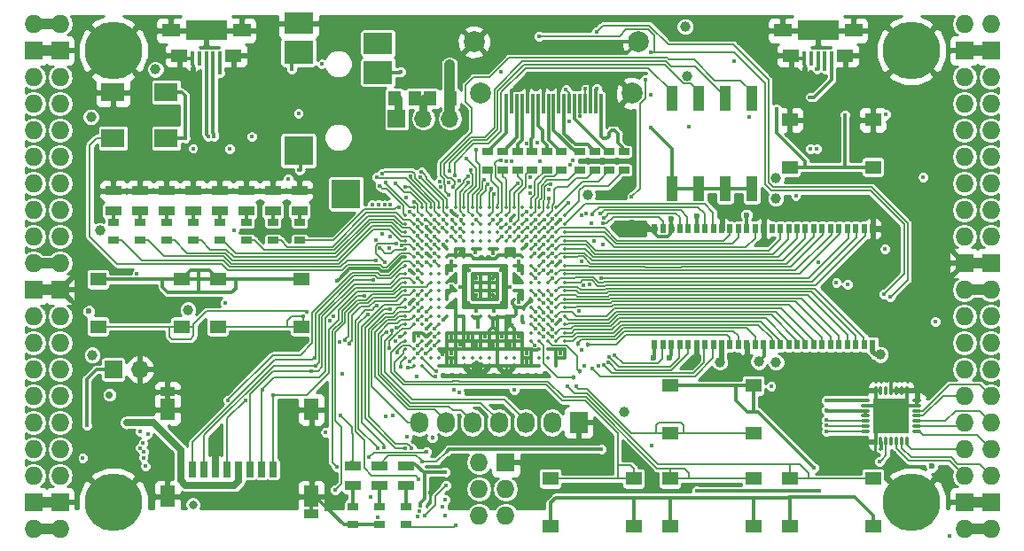
<source format=gtl>
G04 #@! TF.GenerationSoftware,KiCad,Pcbnew,5.0.0-rc2+dfsg1-2*
G04 #@! TF.CreationDate,2018-06-06T21:13:24+02:00*
G04 #@! TF.ProjectId,ulx3s,756C7833732E6B696361645F70636200,rev?*
G04 #@! TF.SameCoordinates,Original*
G04 #@! TF.FileFunction,Copper,L1,Top,Signal*
G04 #@! TF.FilePolarity,Positive*
%FSLAX46Y46*%
G04 Gerber Fmt 4.6, Leading zero omitted, Abs format (unit mm)*
G04 Created by KiCad (PCBNEW 5.0.0-rc2+dfsg1-2) date Wed Jun  6 21:13:24 2018*
%MOMM*%
%LPD*%
G01*
G04 APERTURE LIST*
G04 #@! TA.AperFunction,SMDPad,CuDef*
%ADD10R,1.700000X1.300000*%
G04 #@! TD*
G04 #@! TA.AperFunction,SMDPad,CuDef*
%ADD11R,0.400000X1.350000*%
G04 #@! TD*
G04 #@! TA.AperFunction,SMDPad,CuDef*
%ADD12R,4.000000X1.900000*%
G04 #@! TD*
G04 #@! TA.AperFunction,SMDPad,CuDef*
%ADD13R,1.600000X1.200000*%
G04 #@! TD*
G04 #@! TA.AperFunction,ComponentPad*
%ADD14O,1.727200X1.727200*%
G04 #@! TD*
G04 #@! TA.AperFunction,ComponentPad*
%ADD15R,1.727200X1.727200*%
G04 #@! TD*
G04 #@! TA.AperFunction,ComponentPad*
%ADD16C,5.500000*%
G04 #@! TD*
G04 #@! TA.AperFunction,SMDPad,CuDef*
%ADD17O,0.850000X0.300000*%
G04 #@! TD*
G04 #@! TA.AperFunction,SMDPad,CuDef*
%ADD18O,0.300000X0.850000*%
G04 #@! TD*
G04 #@! TA.AperFunction,SMDPad,CuDef*
%ADD19R,1.675000X1.675000*%
G04 #@! TD*
G04 #@! TA.AperFunction,ComponentPad*
%ADD20R,1.727200X2.032000*%
G04 #@! TD*
G04 #@! TA.AperFunction,ComponentPad*
%ADD21O,1.727200X2.032000*%
G04 #@! TD*
G04 #@! TA.AperFunction,SMDPad,CuDef*
%ADD22R,1.550000X1.300000*%
G04 #@! TD*
G04 #@! TA.AperFunction,SMDPad,CuDef*
%ADD23R,1.120000X2.440000*%
G04 #@! TD*
G04 #@! %TA.AperFunction,BGAPad,CuDef*
%ADD24C,0.350000*%
G04 #@! TD*
G04 #@! TA.AperFunction,SMDPad,CuDef*
%ADD25R,2.800000X2.000000*%
G04 #@! TD*
G04 #@! TA.AperFunction,SMDPad,CuDef*
%ADD26R,2.800000X2.200000*%
G04 #@! TD*
G04 #@! TA.AperFunction,SMDPad,CuDef*
%ADD27R,2.800000X2.800000*%
G04 #@! TD*
G04 #@! TA.AperFunction,SMDPad,CuDef*
%ADD28R,0.700000X1.500000*%
G04 #@! TD*
G04 #@! TA.AperFunction,SMDPad,CuDef*
%ADD29R,1.450000X0.900000*%
G04 #@! TD*
G04 #@! TA.AperFunction,SMDPad,CuDef*
%ADD30R,1.450000X2.000000*%
G04 #@! TD*
G04 #@! TA.AperFunction,SMDPad,CuDef*
%ADD31R,2.200000X1.800000*%
G04 #@! TD*
G04 #@! TA.AperFunction,SMDPad,CuDef*
%ADD32R,0.560000X0.900000*%
G04 #@! TD*
G04 #@! TA.AperFunction,SMDPad,CuDef*
%ADD33R,1.000000X0.670000*%
G04 #@! TD*
G04 #@! TA.AperFunction,SMDPad,CuDef*
%ADD34R,1.500000X0.970000*%
G04 #@! TD*
G04 #@! TA.AperFunction,SMDPad,CuDef*
%ADD35R,0.300000X1.900000*%
G04 #@! TD*
G04 #@! TA.AperFunction,ComponentPad*
%ADD36C,2.000000*%
G04 #@! TD*
G04 #@! TA.AperFunction,ComponentPad*
%ADD37R,1.700000X1.700000*%
G04 #@! TD*
G04 #@! TA.AperFunction,ComponentPad*
%ADD38O,1.700000X1.700000*%
G04 #@! TD*
G04 #@! TA.AperFunction,SMDPad,CuDef*
%ADD39R,1.295000X1.400000*%
G04 #@! TD*
G04 #@! TA.AperFunction,ViaPad*
%ADD40C,0.400000*%
G04 #@! TD*
G04 #@! TA.AperFunction,ViaPad*
%ADD41C,1.000000*%
G04 #@! TD*
G04 #@! TA.AperFunction,ViaPad*
%ADD42C,0.700000*%
G04 #@! TD*
G04 #@! TA.AperFunction,ViaPad*
%ADD43C,0.454000*%
G04 #@! TD*
G04 #@! TA.AperFunction,ViaPad*
%ADD44C,0.600000*%
G04 #@! TD*
G04 #@! TA.AperFunction,ViaPad*
%ADD45C,0.800000*%
G04 #@! TD*
G04 #@! TA.AperFunction,Conductor*
%ADD46C,0.700000*%
G04 #@! TD*
G04 #@! TA.AperFunction,Conductor*
%ADD47C,0.300000*%
G04 #@! TD*
G04 #@! TA.AperFunction,Conductor*
%ADD48C,0.500000*%
G04 #@! TD*
G04 #@! TA.AperFunction,Conductor*
%ADD49C,1.000000*%
G04 #@! TD*
G04 #@! TA.AperFunction,Conductor*
%ADD50C,0.190000*%
G04 #@! TD*
G04 #@! TA.AperFunction,Conductor*
%ADD51C,0.800000*%
G04 #@! TD*
G04 #@! TA.AperFunction,Conductor*
%ADD52C,0.200000*%
G04 #@! TD*
G04 #@! TA.AperFunction,Conductor*
%ADD53C,0.127000*%
G04 #@! TD*
G04 #@! TA.AperFunction,Conductor*
%ADD54C,0.180000*%
G04 #@! TD*
G04 #@! TA.AperFunction,Conductor*
%ADD55C,0.254000*%
G04 #@! TD*
G04 APERTURE END LIST*
D10*
G04 #@! TO.P,US2,6*
G04 #@! TO.N,GND*
X166900000Y-63325000D03*
X173700000Y-63325000D03*
D11*
G04 #@! TO.P,US2,5*
X169000000Y-66000000D03*
G04 #@! TO.P,US2,4*
G04 #@! TO.N,Net-(US2-Pad4)*
X169650000Y-66000000D03*
G04 #@! TO.P,US2,3*
G04 #@! TO.N,/usb/FPD+*
X170300000Y-66000000D03*
G04 #@! TO.P,US2,2*
G04 #@! TO.N,/usb/FPD-*
X170950000Y-66000000D03*
G04 #@! TO.P,US2,1*
G04 #@! TO.N,/usb/US2VBUS*
X171600000Y-66000000D03*
D12*
G04 #@! TO.P,US2,6*
G04 #@! TO.N,GND*
X170300000Y-63325000D03*
D13*
X167700000Y-65725000D03*
X172900000Y-65725000D03*
G04 #@! TD*
D10*
G04 #@! TO.P,US1,6*
G04 #@! TO.N,GND*
X108480000Y-63325000D03*
X115280000Y-63325000D03*
D11*
G04 #@! TO.P,US1,5*
X110580000Y-66000000D03*
G04 #@! TO.P,US1,4*
G04 #@! TO.N,Net-(US1-Pad4)*
X111230000Y-66000000D03*
G04 #@! TO.P,US1,3*
G04 #@! TO.N,/usb/FTD+*
X111880000Y-66000000D03*
G04 #@! TO.P,US1,2*
G04 #@! TO.N,/usb/FTD-*
X112530000Y-66000000D03*
G04 #@! TO.P,US1,1*
G04 #@! TO.N,USB5V*
X113180000Y-66000000D03*
D12*
G04 #@! TO.P,US1,6*
G04 #@! TO.N,GND*
X111880000Y-63325000D03*
D13*
X109280000Y-65725000D03*
X114480000Y-65725000D03*
G04 #@! TD*
D14*
G04 #@! TO.P,J1,1*
G04 #@! TO.N,2V5_3V3*
X97910000Y-62690000D03*
G04 #@! TO.P,J1,2*
X95370000Y-62690000D03*
D15*
G04 #@! TO.P,J1,3*
G04 #@! TO.N,GND*
X97910000Y-65230000D03*
G04 #@! TO.P,J1,4*
X95370000Y-65230000D03*
D14*
G04 #@! TO.P,J1,5*
G04 #@! TO.N,GN0*
X97910000Y-67770000D03*
G04 #@! TO.P,J1,6*
G04 #@! TO.N,GP0*
X95370000Y-67770000D03*
G04 #@! TO.P,J1,7*
G04 #@! TO.N,GN1*
X97910000Y-70310000D03*
G04 #@! TO.P,J1,8*
G04 #@! TO.N,GP1*
X95370000Y-70310000D03*
G04 #@! TO.P,J1,9*
G04 #@! TO.N,GN2*
X97910000Y-72850000D03*
G04 #@! TO.P,J1,10*
G04 #@! TO.N,GP2*
X95370000Y-72850000D03*
G04 #@! TO.P,J1,11*
G04 #@! TO.N,GN3*
X97910000Y-75390000D03*
G04 #@! TO.P,J1,12*
G04 #@! TO.N,GP3*
X95370000Y-75390000D03*
G04 #@! TO.P,J1,13*
G04 #@! TO.N,GN4*
X97910000Y-77930000D03*
G04 #@! TO.P,J1,14*
G04 #@! TO.N,GP4*
X95370000Y-77930000D03*
G04 #@! TO.P,J1,15*
G04 #@! TO.N,GN5*
X97910000Y-80470000D03*
G04 #@! TO.P,J1,16*
G04 #@! TO.N,GP5*
X95370000Y-80470000D03*
G04 #@! TO.P,J1,17*
G04 #@! TO.N,GN6*
X97910000Y-83010000D03*
G04 #@! TO.P,J1,18*
G04 #@! TO.N,GP6*
X95370000Y-83010000D03*
G04 #@! TO.P,J1,19*
G04 #@! TO.N,2V5_3V3*
X97910000Y-85550000D03*
G04 #@! TO.P,J1,20*
X95370000Y-85550000D03*
D15*
G04 #@! TO.P,J1,21*
G04 #@! TO.N,GND*
X97910000Y-88090000D03*
G04 #@! TO.P,J1,22*
X95370000Y-88090000D03*
D14*
G04 #@! TO.P,J1,23*
G04 #@! TO.N,GN7*
X97910000Y-90630000D03*
G04 #@! TO.P,J1,24*
G04 #@! TO.N,GP7*
X95370000Y-90630000D03*
G04 #@! TO.P,J1,25*
G04 #@! TO.N,GN8*
X97910000Y-93170000D03*
G04 #@! TO.P,J1,26*
G04 #@! TO.N,GP8*
X95370000Y-93170000D03*
G04 #@! TO.P,J1,27*
G04 #@! TO.N,GN9*
X97910000Y-95710000D03*
G04 #@! TO.P,J1,28*
G04 #@! TO.N,GP9*
X95370000Y-95710000D03*
G04 #@! TO.P,J1,29*
G04 #@! TO.N,GN10*
X97910000Y-98250000D03*
G04 #@! TO.P,J1,30*
G04 #@! TO.N,GP10*
X95370000Y-98250000D03*
G04 #@! TO.P,J1,31*
G04 #@! TO.N,GN11*
X97910000Y-100790000D03*
G04 #@! TO.P,J1,32*
G04 #@! TO.N,GP11*
X95370000Y-100790000D03*
G04 #@! TO.P,J1,33*
G04 #@! TO.N,GN12*
X97910000Y-103330000D03*
G04 #@! TO.P,J1,34*
G04 #@! TO.N,GP12*
X95370000Y-103330000D03*
G04 #@! TO.P,J1,35*
G04 #@! TO.N,GN13*
X97910000Y-105870000D03*
G04 #@! TO.P,J1,36*
G04 #@! TO.N,GP13*
X95370000Y-105870000D03*
D15*
G04 #@! TO.P,J1,37*
G04 #@! TO.N,GND*
X97910000Y-108410000D03*
G04 #@! TO.P,J1,38*
X95370000Y-108410000D03*
D14*
G04 #@! TO.P,J1,39*
G04 #@! TO.N,2V5_3V3*
X97910000Y-110950000D03*
G04 #@! TO.P,J1,40*
X95370000Y-110950000D03*
G04 #@! TD*
G04 #@! TO.P,J2,1*
G04 #@! TO.N,+3V3*
X184270000Y-110950000D03*
G04 #@! TO.P,J2,2*
X186810000Y-110950000D03*
D15*
G04 #@! TO.P,J2,3*
G04 #@! TO.N,GND*
X184270000Y-108410000D03*
G04 #@! TO.P,J2,4*
X186810000Y-108410000D03*
D14*
G04 #@! TO.P,J2,5*
G04 #@! TO.N,GN14*
X184270000Y-105870000D03*
G04 #@! TO.P,J2,6*
G04 #@! TO.N,GP14*
X186810000Y-105870000D03*
G04 #@! TO.P,J2,7*
G04 #@! TO.N,GN15*
X184270000Y-103330000D03*
G04 #@! TO.P,J2,8*
G04 #@! TO.N,GP15*
X186810000Y-103330000D03*
G04 #@! TO.P,J2,9*
G04 #@! TO.N,GN16*
X184270000Y-100790000D03*
G04 #@! TO.P,J2,10*
G04 #@! TO.N,GP16*
X186810000Y-100790000D03*
G04 #@! TO.P,J2,11*
G04 #@! TO.N,GN17*
X184270000Y-98250000D03*
G04 #@! TO.P,J2,12*
G04 #@! TO.N,GP17*
X186810000Y-98250000D03*
G04 #@! TO.P,J2,13*
G04 #@! TO.N,GN18*
X184270000Y-95710000D03*
G04 #@! TO.P,J2,14*
G04 #@! TO.N,GP18*
X186810000Y-95710000D03*
G04 #@! TO.P,J2,15*
G04 #@! TO.N,GN19*
X184270000Y-93170000D03*
G04 #@! TO.P,J2,16*
G04 #@! TO.N,GP19*
X186810000Y-93170000D03*
G04 #@! TO.P,J2,17*
G04 #@! TO.N,GN20*
X184270000Y-90630000D03*
G04 #@! TO.P,J2,18*
G04 #@! TO.N,GP20*
X186810000Y-90630000D03*
G04 #@! TO.P,J2,19*
G04 #@! TO.N,+3V3*
X184270000Y-88090000D03*
G04 #@! TO.P,J2,20*
X186810000Y-88090000D03*
D15*
G04 #@! TO.P,J2,21*
G04 #@! TO.N,GND*
X184270000Y-85550000D03*
G04 #@! TO.P,J2,22*
X186810000Y-85550000D03*
D14*
G04 #@! TO.P,J2,23*
G04 #@! TO.N,GN21*
X184270000Y-83010000D03*
G04 #@! TO.P,J2,24*
G04 #@! TO.N,GP21*
X186810000Y-83010000D03*
G04 #@! TO.P,J2,25*
G04 #@! TO.N,GN22*
X184270000Y-80470000D03*
G04 #@! TO.P,J2,26*
G04 #@! TO.N,GP22*
X186810000Y-80470000D03*
G04 #@! TO.P,J2,27*
G04 #@! TO.N,GN23*
X184270000Y-77930000D03*
G04 #@! TO.P,J2,28*
G04 #@! TO.N,GP23*
X186810000Y-77930000D03*
G04 #@! TO.P,J2,29*
G04 #@! TO.N,GN24*
X184270000Y-75390000D03*
G04 #@! TO.P,J2,30*
G04 #@! TO.N,GP24*
X186810000Y-75390000D03*
G04 #@! TO.P,J2,31*
G04 #@! TO.N,GN25*
X184270000Y-72850000D03*
G04 #@! TO.P,J2,32*
G04 #@! TO.N,GP25*
X186810000Y-72850000D03*
G04 #@! TO.P,J2,33*
G04 #@! TO.N,GN26*
X184270000Y-70310000D03*
G04 #@! TO.P,J2,34*
G04 #@! TO.N,GP26*
X186810000Y-70310000D03*
G04 #@! TO.P,J2,35*
G04 #@! TO.N,GN27*
X184270000Y-67770000D03*
G04 #@! TO.P,J2,36*
G04 #@! TO.N,GP27*
X186810000Y-67770000D03*
D15*
G04 #@! TO.P,J2,37*
G04 #@! TO.N,GND*
X184270000Y-65230000D03*
G04 #@! TO.P,J2,38*
X186810000Y-65230000D03*
D14*
G04 #@! TO.P,J2,39*
G04 #@! TO.N,/gpio/IN5V*
X184270000Y-62690000D03*
G04 #@! TO.P,J2,40*
G04 #@! TO.N,/gpio/OUT5V*
X186810000Y-62690000D03*
G04 #@! TD*
D16*
G04 #@! TO.P,H1,1*
G04 #@! TO.N,GND*
X102990000Y-108410000D03*
G04 #@! TD*
G04 #@! TO.P,H2,1*
G04 #@! TO.N,GND*
X179190000Y-108410000D03*
G04 #@! TD*
G04 #@! TO.P,H3,1*
G04 #@! TO.N,GND*
X179190000Y-65230000D03*
G04 #@! TD*
G04 #@! TO.P,H4,1*
G04 #@! TO.N,GND*
X102990000Y-65230000D03*
G04 #@! TD*
D15*
G04 #@! TO.P,J4,1*
G04 #@! TO.N,GND*
X140455000Y-104600000D03*
D14*
G04 #@! TO.P,J4,2*
G04 #@! TO.N,+3V3*
X137915000Y-104600000D03*
G04 #@! TO.P,J4,3*
G04 #@! TO.N,JTAG_TDI*
X140455000Y-107140000D03*
G04 #@! TO.P,J4,4*
G04 #@! TO.N,JTAG_TCK*
X137915000Y-107140000D03*
G04 #@! TO.P,J4,5*
G04 #@! TO.N,JTAG_TMS*
X140455000Y-109680000D03*
G04 #@! TO.P,J4,6*
G04 #@! TO.N,JTAG_TDO*
X137915000Y-109680000D03*
G04 #@! TD*
D17*
G04 #@! TO.P,U8,1*
G04 #@! TO.N,GP15*
X179735000Y-101655000D03*
G04 #@! TO.P,U8,2*
G04 #@! TO.N,GN16*
X179735000Y-101155000D03*
G04 #@! TO.P,U8,3*
G04 #@! TO.N,GP16*
X179735000Y-100655000D03*
G04 #@! TO.P,U8,4*
G04 #@! TO.N,GN17*
X179735000Y-100155000D03*
G04 #@! TO.P,U8,5*
G04 #@! TO.N,GP17*
X179735000Y-99655000D03*
G04 #@! TO.P,U8,6*
G04 #@! TO.N,GND*
X179735000Y-99155000D03*
G04 #@! TO.P,U8,7*
X179735000Y-98655000D03*
D18*
G04 #@! TO.P,U8,8*
X178785000Y-97705000D03*
G04 #@! TO.P,U8,9*
X178285000Y-97705000D03*
G04 #@! TO.P,U8,10*
X177785000Y-97705000D03*
G04 #@! TO.P,U8,11*
X177285000Y-97705000D03*
G04 #@! TO.P,U8,12*
G04 #@! TO.N,Net-(U8-Pad12)*
X176785000Y-97705000D03*
G04 #@! TO.P,U8,13*
G04 #@! TO.N,GND*
X176285000Y-97705000D03*
G04 #@! TO.P,U8,14*
X175785000Y-97705000D03*
D17*
G04 #@! TO.P,U8,15*
G04 #@! TO.N,+3V3*
X174835000Y-98655000D03*
G04 #@! TO.P,U8,16*
G04 #@! TO.N,GND*
X174835000Y-99155000D03*
G04 #@! TO.P,U8,17*
G04 #@! TO.N,+3V3*
X174835000Y-99655000D03*
G04 #@! TO.P,U8,18*
X174835000Y-100155000D03*
G04 #@! TO.P,U8,19*
G04 #@! TO.N,ADC_SCLK*
X174835000Y-100655000D03*
G04 #@! TO.P,U8,20*
G04 #@! TO.N,ADC_CSn*
X174835000Y-101155000D03*
G04 #@! TO.P,U8,21*
G04 #@! TO.N,ADC_MOSI*
X174835000Y-101655000D03*
D18*
G04 #@! TO.P,U8,22*
G04 #@! TO.N,GND*
X175785000Y-102605000D03*
G04 #@! TO.P,U8,23*
G04 #@! TO.N,+3V3*
X176285000Y-102605000D03*
G04 #@! TO.P,U8,24*
G04 #@! TO.N,ADC_MISO*
X176785000Y-102605000D03*
G04 #@! TO.P,U8,25*
G04 #@! TO.N,Net-(U8-Pad25)*
X177285000Y-102605000D03*
G04 #@! TO.P,U8,26*
G04 #@! TO.N,GN14*
X177785000Y-102605000D03*
G04 #@! TO.P,U8,27*
G04 #@! TO.N,GP14*
X178285000Y-102605000D03*
G04 #@! TO.P,U8,28*
G04 #@! TO.N,GN15*
X178785000Y-102605000D03*
D19*
G04 #@! TO.P,U8,29*
G04 #@! TO.N,GND*
X176447500Y-99317500D03*
X176447500Y-100992500D03*
X178122500Y-99317500D03*
X178122500Y-100992500D03*
G04 #@! TD*
D20*
G04 #@! TO.P,OLED1,1*
G04 #@! TO.N,GND*
X147440000Y-100790000D03*
D21*
G04 #@! TO.P,OLED1,2*
G04 #@! TO.N,+3V3*
X144900000Y-100790000D03*
G04 #@! TO.P,OLED1,3*
G04 #@! TO.N,OLED_CLK*
X142360000Y-100790000D03*
G04 #@! TO.P,OLED1,4*
G04 #@! TO.N,OLED_MOSI*
X139820000Y-100790000D03*
G04 #@! TO.P,OLED1,5*
G04 #@! TO.N,OLED_RES*
X137280000Y-100790000D03*
G04 #@! TO.P,OLED1,6*
G04 #@! TO.N,OLED_DC*
X134740000Y-100790000D03*
G04 #@! TO.P,OLED1,7*
G04 #@! TO.N,OLED_CS*
X132200000Y-100790000D03*
G04 #@! TD*
D22*
G04 #@! TO.P,BTN0,2*
G04 #@! TO.N,GND*
X175550000Y-71870000D03*
G04 #@! TO.P,BTN0,1*
G04 #@! TO.N,/power/PWRBTn*
X175550000Y-76370000D03*
X167590000Y-76370000D03*
G04 #@! TO.P,BTN0,2*
G04 #@! TO.N,GND*
X167590000Y-71870000D03*
G04 #@! TD*
G04 #@! TO.P,BTN1,2*
G04 #@! TO.N,BTN_F1*
X101550000Y-91610000D03*
G04 #@! TO.P,BTN1,1*
G04 #@! TO.N,/blinkey/BTNPUL*
X101550000Y-87110000D03*
X109510000Y-87110000D03*
G04 #@! TO.P,BTN1,2*
G04 #@! TO.N,BTN_F1*
X109510000Y-91610000D03*
G04 #@! TD*
G04 #@! TO.P,BTN2,2*
G04 #@! TO.N,BTN_F2*
X112980000Y-91610000D03*
G04 #@! TO.P,BTN2,1*
G04 #@! TO.N,/blinkey/BTNPUL*
X112980000Y-87110000D03*
X120940000Y-87110000D03*
G04 #@! TO.P,BTN2,2*
G04 #@! TO.N,BTN_F2*
X120940000Y-91610000D03*
G04 #@! TD*
G04 #@! TO.P,BTN3,2*
G04 #@! TO.N,BTN_U*
X156160000Y-101770000D03*
G04 #@! TO.P,BTN3,1*
G04 #@! TO.N,/blinkey/BTNPUR*
X156160000Y-97270000D03*
X164120000Y-97270000D03*
G04 #@! TO.P,BTN3,2*
G04 #@! TO.N,BTN_U*
X164120000Y-101770000D03*
G04 #@! TD*
G04 #@! TO.P,BTN4,2*
G04 #@! TO.N,BTN_D*
X164120000Y-106160000D03*
G04 #@! TO.P,BTN4,1*
G04 #@! TO.N,/blinkey/BTNPUR*
X164120000Y-110660000D03*
X156160000Y-110660000D03*
G04 #@! TO.P,BTN4,2*
G04 #@! TO.N,BTN_D*
X156160000Y-106160000D03*
G04 #@! TD*
G04 #@! TO.P,BTN5,2*
G04 #@! TO.N,BTN_L*
X152690000Y-106160000D03*
G04 #@! TO.P,BTN5,1*
G04 #@! TO.N,/blinkey/BTNPUR*
X152690000Y-110660000D03*
X144730000Y-110660000D03*
G04 #@! TO.P,BTN5,2*
G04 #@! TO.N,BTN_L*
X144730000Y-106160000D03*
G04 #@! TD*
G04 #@! TO.P,BTN6,2*
G04 #@! TO.N,BTN_R*
X175550000Y-106160000D03*
G04 #@! TO.P,BTN6,1*
G04 #@! TO.N,/blinkey/BTNPUR*
X175550000Y-110660000D03*
X167590000Y-110660000D03*
G04 #@! TO.P,BTN6,2*
G04 #@! TO.N,BTN_R*
X167590000Y-106160000D03*
G04 #@! TD*
D23*
G04 #@! TO.P,SW1,1*
G04 #@! TO.N,/blinkey/SWPU*
X156330000Y-78425000D03*
G04 #@! TO.P,SW1,5*
G04 #@! TO.N,SW4*
X163950000Y-69815000D03*
G04 #@! TO.P,SW1,2*
G04 #@! TO.N,/blinkey/SWPU*
X158870000Y-78425000D03*
G04 #@! TO.P,SW1,6*
G04 #@! TO.N,SW3*
X161410000Y-69815000D03*
G04 #@! TO.P,SW1,3*
G04 #@! TO.N,/blinkey/SWPU*
X161410000Y-78425000D03*
G04 #@! TO.P,SW1,7*
G04 #@! TO.N,SW2*
X158870000Y-69815000D03*
G04 #@! TO.P,SW1,4*
G04 #@! TO.N,/blinkey/SWPU*
X163950000Y-78425000D03*
G04 #@! TO.P,SW1,8*
G04 #@! TO.N,SW1*
X156330000Y-69815000D03*
G04 #@! TD*
D24*
G04 #@! TO.P,U1,A2*
G04 #@! TO.N,GP9*
X131680000Y-80200000D03*
G04 #@! TO.P,U1,A3*
G04 #@! TO.N,AUDIO_R0*
X132480000Y-80200000D03*
G04 #@! TO.P,U1,A4*
G04 #@! TO.N,GP8*
X133280000Y-80200000D03*
G04 #@! TO.P,U1,A5*
G04 #@! TO.N,GN8*
X134080000Y-80200000D03*
G04 #@! TO.P,U1,A6*
G04 #@! TO.N,GP7*
X134880000Y-80200000D03*
G04 #@! TO.P,U1,A7*
G04 #@! TO.N,GP4*
X135680000Y-80200000D03*
G04 #@! TO.P,U1,A8*
G04 #@! TO.N,GN4*
X136480000Y-80200000D03*
G04 #@! TO.P,U1,A9*
G04 #@! TO.N,GP2*
X137280000Y-80200000D03*
G04 #@! TO.P,U1,A10*
G04 #@! TO.N,GP1*
X138080000Y-80200000D03*
G04 #@! TO.P,U1,A11*
G04 #@! TO.N,GN1*
X138880000Y-80200000D03*
G04 #@! TO.P,U1,A12*
G04 #@! TO.N,FPDI_D2+*
X139680000Y-80200000D03*
G04 #@! TO.P,U1,A13*
G04 #@! TO.N,FPDI_D2-*
X140480000Y-80200000D03*
G04 #@! TO.P,U1,A14*
G04 #@! TO.N,FPDI_D1+*
X141280000Y-80200000D03*
G04 #@! TO.P,U1,A15*
G04 #@! TO.N,Net-(U1-PadA15)*
X142080000Y-80200000D03*
G04 #@! TO.P,U1,A16*
G04 #@! TO.N,FPDI_D0+*
X142880000Y-80200000D03*
G04 #@! TO.P,U1,A17*
G04 #@! TO.N,FPDI_CLK+*
X143680000Y-80200000D03*
G04 #@! TO.P,U1,A18*
G04 #@! TO.N,/gpdi/FPDI_CEC*
X144480000Y-80200000D03*
G04 #@! TO.P,U1,A19*
G04 #@! TO.N,FPDI_ETH+*
X145280000Y-80200000D03*
G04 #@! TO.P,U1,B1*
G04 #@! TO.N,GN9*
X130880000Y-81000000D03*
G04 #@! TO.P,U1,B2*
G04 #@! TO.N,LED0*
X131680000Y-81000000D03*
G04 #@! TO.P,U1,B3*
G04 #@! TO.N,AUDIO_L3*
X132480000Y-81000000D03*
G04 #@! TO.P,U1,B4*
G04 #@! TO.N,GN10*
X133280000Y-81000000D03*
G04 #@! TO.P,U1,B5*
G04 #@! TO.N,AUDIO_R1*
X134080000Y-81000000D03*
G04 #@! TO.P,U1,B6*
G04 #@! TO.N,GN7*
X134880000Y-81000000D03*
G04 #@! TO.P,U1,B7*
G04 #@! TO.N,GND*
X135680000Y-81000000D03*
G04 #@! TO.P,U1,B8*
G04 #@! TO.N,GN5*
X136480000Y-81000000D03*
G04 #@! TO.P,U1,B9*
G04 #@! TO.N,GP3*
X137280000Y-81000000D03*
G04 #@! TO.P,U1,B10*
G04 #@! TO.N,GN2*
X138080000Y-81000000D03*
G04 #@! TO.P,U1,B11*
G04 #@! TO.N,GP0*
X138880000Y-81000000D03*
G04 #@! TO.P,U1,B12*
G04 #@! TO.N,USB_FPGA_PULL_D+*
X139680000Y-81000000D03*
G04 #@! TO.P,U1,B13*
G04 #@! TO.N,GP26*
X140480000Y-81000000D03*
G04 #@! TO.P,U1,B14*
G04 #@! TO.N,GND*
X141280000Y-81000000D03*
G04 #@! TO.P,U1,B15*
G04 #@! TO.N,GP22*
X142080000Y-81000000D03*
G04 #@! TO.P,U1,B16*
G04 #@! TO.N,FPDI_D0-*
X142880000Y-81000000D03*
G04 #@! TO.P,U1,B17*
G04 #@! TO.N,GP23*
X143680000Y-81000000D03*
G04 #@! TO.P,U1,B18*
G04 #@! TO.N,FPDI_CLK-*
X144480000Y-81000000D03*
G04 #@! TO.P,U1,B19*
G04 #@! TO.N,FPDI_SDA*
X145280000Y-81000000D03*
G04 #@! TO.P,U1,B20*
G04 #@! TO.N,FPDI_ETH-*
X146080000Y-81000000D03*
G04 #@! TO.P,U1,C1*
G04 #@! TO.N,LED2*
X130880000Y-81800000D03*
G04 #@! TO.P,U1,C2*
G04 #@! TO.N,LED1*
X131680000Y-81800000D03*
G04 #@! TO.P,U1,C3*
G04 #@! TO.N,AUDIO_L2*
X132480000Y-81800000D03*
G04 #@! TO.P,U1,C4*
G04 #@! TO.N,GP10*
X133280000Y-81800000D03*
G04 #@! TO.P,U1,C5*
G04 #@! TO.N,AUDIO_R3*
X134080000Y-81800000D03*
G04 #@! TO.P,U1,C6*
G04 #@! TO.N,GP6*
X134880000Y-81800000D03*
G04 #@! TO.P,U1,C7*
G04 #@! TO.N,GN6*
X135680000Y-81800000D03*
G04 #@! TO.P,U1,C8*
G04 #@! TO.N,GP5*
X136480000Y-81800000D03*
G04 #@! TO.P,U1,C9*
G04 #@! TO.N,Net-(U1-PadC9)*
X137280000Y-81800000D03*
G04 #@! TO.P,U1,C10*
G04 #@! TO.N,GN3*
X138080000Y-81800000D03*
G04 #@! TO.P,U1,C11*
G04 #@! TO.N,GN0*
X138880000Y-81800000D03*
G04 #@! TO.P,U1,C12*
G04 #@! TO.N,USB_FPGA_PULL_D-*
X139680000Y-81800000D03*
G04 #@! TO.P,U1,C13*
G04 #@! TO.N,GN26*
X140480000Y-81800000D03*
G04 #@! TO.P,U1,C14*
G04 #@! TO.N,FPDI_D1-*
X141280000Y-81800000D03*
G04 #@! TO.P,U1,C15*
G04 #@! TO.N,GN22*
X142080000Y-81800000D03*
G04 #@! TO.P,U1,C16*
G04 #@! TO.N,GP24*
X142880000Y-81800000D03*
G04 #@! TO.P,U1,C17*
G04 #@! TO.N,GN23*
X143680000Y-81800000D03*
G04 #@! TO.P,U1,C18*
G04 #@! TO.N,GP21*
X144480000Y-81800000D03*
G04 #@! TO.P,U1,C19*
G04 #@! TO.N,GND*
X145280000Y-81800000D03*
G04 #@! TO.P,U1,C20*
G04 #@! TO.N,SDRAM_D11*
X146080000Y-81800000D03*
G04 #@! TO.P,U1,D1*
G04 #@! TO.N,LED4*
X130880000Y-82600000D03*
G04 #@! TO.P,U1,D2*
G04 #@! TO.N,LED3*
X131680000Y-82600000D03*
G04 #@! TO.P,U1,D3*
G04 #@! TO.N,AUDIO_L1*
X132480000Y-82600000D03*
G04 #@! TO.P,U1,D4*
G04 #@! TO.N,GND*
X133280000Y-82600000D03*
G04 #@! TO.P,U1,D5*
G04 #@! TO.N,AUDIO_R2*
X134080000Y-82600000D03*
G04 #@! TO.P,U1,D6*
G04 #@! TO.N,BTN_PWRn*
X134880000Y-82600000D03*
G04 #@! TO.P,U1,D7*
G04 #@! TO.N,SW3*
X135680000Y-82600000D03*
G04 #@! TO.P,U1,D8*
G04 #@! TO.N,SW2*
X136480000Y-82600000D03*
G04 #@! TO.P,U1,D9*
G04 #@! TO.N,Net-(U1-PadD9)*
X137280000Y-82600000D03*
G04 #@! TO.P,U1,D10*
G04 #@! TO.N,Net-(U1-PadD10)*
X138080000Y-82600000D03*
G04 #@! TO.P,U1,D11*
G04 #@! TO.N,Net-(U1-PadD11)*
X138880000Y-82600000D03*
G04 #@! TO.P,U1,D12*
G04 #@! TO.N,Net-(U1-PadD12)*
X139680000Y-82600000D03*
G04 #@! TO.P,U1,D13*
G04 #@! TO.N,GP27*
X140480000Y-82600000D03*
G04 #@! TO.P,U1,D14*
G04 #@! TO.N,GP25*
X141280000Y-82600000D03*
G04 #@! TO.P,U1,D15*
G04 #@! TO.N,USB_FPGA_D+*
X142080000Y-82600000D03*
G04 #@! TO.P,U1,D16*
G04 #@! TO.N,GN24*
X142880000Y-82600000D03*
G04 #@! TO.P,U1,D17*
G04 #@! TO.N,GN21*
X143680000Y-82600000D03*
G04 #@! TO.P,U1,D18*
G04 #@! TO.N,GP20*
X144480000Y-82600000D03*
G04 #@! TO.P,U1,D19*
G04 #@! TO.N,SDRAM_D10*
X145280000Y-82600000D03*
G04 #@! TO.P,U1,D20*
G04 #@! TO.N,SDRAM_D9*
X146080000Y-82600000D03*
G04 #@! TO.P,U1,E1*
G04 #@! TO.N,LED6*
X130880000Y-83400000D03*
G04 #@! TO.P,U1,E2*
G04 #@! TO.N,LED5*
X131680000Y-83400000D03*
G04 #@! TO.P,U1,E3*
G04 #@! TO.N,GN11*
X132480000Y-83400000D03*
G04 #@! TO.P,U1,E4*
G04 #@! TO.N,AUDIO_L0*
X133280000Y-83400000D03*
G04 #@! TO.P,U1,E5*
G04 #@! TO.N,AUDIO_V3*
X134080000Y-83400000D03*
G04 #@! TO.P,U1,E6*
G04 #@! TO.N,Net-(U1-PadE6)*
X134880000Y-83400000D03*
G04 #@! TO.P,U1,E7*
G04 #@! TO.N,SW4*
X135680000Y-83400000D03*
G04 #@! TO.P,U1,E8*
G04 #@! TO.N,SW1*
X136480000Y-83400000D03*
G04 #@! TO.P,U1,E9*
G04 #@! TO.N,Net-(U1-PadE9)*
X137280000Y-83400000D03*
G04 #@! TO.P,U1,E10*
G04 #@! TO.N,Net-(U1-PadE10)*
X138080000Y-83400000D03*
G04 #@! TO.P,U1,E11*
G04 #@! TO.N,Net-(U1-PadE11)*
X138880000Y-83400000D03*
G04 #@! TO.P,U1,E12*
G04 #@! TO.N,FPDI_SCL*
X139680000Y-83400000D03*
G04 #@! TO.P,U1,E13*
G04 #@! TO.N,GN27*
X140480000Y-83400000D03*
G04 #@! TO.P,U1,E14*
G04 #@! TO.N,GN25*
X141280000Y-83400000D03*
G04 #@! TO.P,U1,E15*
G04 #@! TO.N,USB_FPGA_D-*
X142080000Y-83400000D03*
G04 #@! TO.P,U1,E16*
G04 #@! TO.N,USB_FPGA_D+*
X142880000Y-83400000D03*
G04 #@! TO.P,U1,E17*
G04 #@! TO.N,GN20*
X143680000Y-83400000D03*
G04 #@! TO.P,U1,E18*
G04 #@! TO.N,SDRAM_D12*
X144480000Y-83400000D03*
G04 #@! TO.P,U1,E19*
G04 #@! TO.N,SDRAM_D8*
X145280000Y-83400000D03*
G04 #@! TO.P,U1,E20*
G04 #@! TO.N,SDRAM_DQM1*
X146080000Y-83400000D03*
G04 #@! TO.P,U1,F1*
G04 #@! TO.N,WIFI_EN*
X130880000Y-84200000D03*
G04 #@! TO.P,U1,F2*
G04 #@! TO.N,AUDIO_V1*
X131680000Y-84200000D03*
G04 #@! TO.P,U1,F3*
G04 #@! TO.N,GN12*
X132480000Y-84200000D03*
G04 #@! TO.P,U1,F4*
G04 #@! TO.N,GP11*
X133280000Y-84200000D03*
G04 #@! TO.P,U1,F5*
G04 #@! TO.N,AUDIO_V2*
X134080000Y-84200000D03*
G04 #@! TO.P,U1,F6*
G04 #@! TO.N,+2V5*
X134880000Y-84200000D03*
G04 #@! TO.P,U1,F7*
G04 #@! TO.N,GND*
X135680000Y-84200000D03*
G04 #@! TO.P,U1,F8*
X136480000Y-84200000D03*
G04 #@! TO.P,U1,F9*
G04 #@! TO.N,2V5_3V3*
X137280000Y-84200000D03*
G04 #@! TO.P,U1,F10*
X138080000Y-84200000D03*
G04 #@! TO.P,U1,F11*
G04 #@! TO.N,+3V3*
X138880000Y-84200000D03*
G04 #@! TO.P,U1,F12*
X139680000Y-84200000D03*
G04 #@! TO.P,U1,F13*
G04 #@! TO.N,GND*
X140480000Y-84200000D03*
G04 #@! TO.P,U1,F14*
X141280000Y-84200000D03*
G04 #@! TO.P,U1,F15*
G04 #@! TO.N,+2V5*
X142080000Y-84200000D03*
G04 #@! TO.P,U1,F16*
G04 #@! TO.N,USB_FPGA_D-*
X142880000Y-84200000D03*
G04 #@! TO.P,U1,F17*
G04 #@! TO.N,GP19*
X143680000Y-84200000D03*
G04 #@! TO.P,U1,F18*
G04 #@! TO.N,SDRAM_D13*
X144480000Y-84200000D03*
G04 #@! TO.P,U1,F19*
G04 #@! TO.N,SDRAM_CLK*
X145280000Y-84200000D03*
G04 #@! TO.P,U1,F20*
G04 #@! TO.N,SDRAM_CKE*
X146080000Y-84200000D03*
G04 #@! TO.P,U1,G1*
G04 #@! TO.N,/usb/ANT_433MHz*
X130880000Y-85000000D03*
G04 #@! TO.P,U1,G2*
G04 #@! TO.N,CLK_25MHz*
X131680000Y-85000000D03*
G04 #@! TO.P,U1,G3*
G04 #@! TO.N,GP12*
X132480000Y-85000000D03*
G04 #@! TO.P,U1,G4*
G04 #@! TO.N,GND*
X133280000Y-85000000D03*
G04 #@! TO.P,U1,G5*
G04 #@! TO.N,GN13*
X134080000Y-85000000D03*
G04 #@! TO.P,U1,G6*
G04 #@! TO.N,GND*
X134880000Y-85000000D03*
G04 #@! TO.P,U1,G7*
X135680000Y-85000000D03*
G04 #@! TO.P,U1,G8*
X136480000Y-85000000D03*
G04 #@! TO.P,U1,G9*
X137280000Y-85000000D03*
G04 #@! TO.P,U1,G10*
X138080000Y-85000000D03*
G04 #@! TO.P,U1,G11*
X138880000Y-85000000D03*
G04 #@! TO.P,U1,G12*
X139680000Y-85000000D03*
G04 #@! TO.P,U1,G13*
X140480000Y-85000000D03*
G04 #@! TO.P,U1,G14*
X141280000Y-85000000D03*
G04 #@! TO.P,U1,G15*
X142080000Y-85000000D03*
G04 #@! TO.P,U1,G16*
G04 #@! TO.N,SHUTDOWN*
X142880000Y-85000000D03*
G04 #@! TO.P,U1,G17*
G04 #@! TO.N,GND*
X143680000Y-85000000D03*
G04 #@! TO.P,U1,G18*
G04 #@! TO.N,GN19*
X144480000Y-85000000D03*
G04 #@! TO.P,U1,G19*
G04 #@! TO.N,SDRAM_A12*
X145280000Y-85000000D03*
G04 #@! TO.P,U1,G20*
G04 #@! TO.N,SDRAM_A11*
X146080000Y-85000000D03*
G04 #@! TO.P,U1,H1*
G04 #@! TO.N,SD_D1*
X130880000Y-85800000D03*
G04 #@! TO.P,U1,H2*
G04 #@! TO.N,SD_CLK*
X131680000Y-85800000D03*
G04 #@! TO.P,U1,H3*
G04 #@! TO.N,LED7*
X132480000Y-85800000D03*
G04 #@! TO.P,U1,H4*
G04 #@! TO.N,GP13*
X133280000Y-85800000D03*
G04 #@! TO.P,U1,H5*
G04 #@! TO.N,AUDIO_V0*
X134080000Y-85800000D03*
G04 #@! TO.P,U1,H6*
G04 #@! TO.N,2V5_3V3*
X134880000Y-85800000D03*
G04 #@! TO.P,U1,H7*
X135680000Y-85800000D03*
G04 #@! TO.P,U1,H8*
G04 #@! TO.N,+1V1*
X136480000Y-85800000D03*
G04 #@! TO.P,U1,H9*
X137280000Y-85800000D03*
G04 #@! TO.P,U1,H10*
X138080000Y-85800000D03*
G04 #@! TO.P,U1,H11*
X138880000Y-85800000D03*
G04 #@! TO.P,U1,H12*
X139680000Y-85800000D03*
G04 #@! TO.P,U1,H13*
X140480000Y-85800000D03*
G04 #@! TO.P,U1,H14*
G04 #@! TO.N,+3V3*
X141280000Y-85800000D03*
G04 #@! TO.P,U1,H15*
X142080000Y-85800000D03*
G04 #@! TO.P,U1,H16*
G04 #@! TO.N,BTN_R*
X142880000Y-85800000D03*
G04 #@! TO.P,U1,H17*
G04 #@! TO.N,GN18*
X143680000Y-85800000D03*
G04 #@! TO.P,U1,H18*
G04 #@! TO.N,GP18*
X144480000Y-85800000D03*
G04 #@! TO.P,U1,H19*
G04 #@! TO.N,GND*
X145280000Y-85800000D03*
G04 #@! TO.P,U1,H20*
G04 #@! TO.N,SDRAM_A9*
X146080000Y-85800000D03*
G04 #@! TO.P,U1,J1*
G04 #@! TO.N,SD_CMD*
X130880000Y-86600000D03*
G04 #@! TO.P,U1,J2*
G04 #@! TO.N,GND*
X131680000Y-86600000D03*
G04 #@! TO.P,U1,J3*
G04 #@! TO.N,SD_D0*
X132480000Y-86600000D03*
G04 #@! TO.P,U1,J4*
G04 #@! TO.N,Net-(U1-PadJ4)*
X133280000Y-86600000D03*
G04 #@! TO.P,U1,J5*
G04 #@! TO.N,Net-(U1-PadJ5)*
X134080000Y-86600000D03*
G04 #@! TO.P,U1,J6*
G04 #@! TO.N,2V5_3V3*
X134880000Y-86600000D03*
G04 #@! TO.P,U1,J7*
G04 #@! TO.N,GND*
X135680000Y-86600000D03*
G04 #@! TO.P,U1,J8*
G04 #@! TO.N,+1V1*
X136480000Y-86600000D03*
G04 #@! TO.P,U1,J9*
G04 #@! TO.N,GND*
X137280000Y-86600000D03*
G04 #@! TO.P,U1,J10*
X138080000Y-86600000D03*
G04 #@! TO.P,U1,J11*
X138880000Y-86600000D03*
G04 #@! TO.P,U1,J12*
X139680000Y-86600000D03*
G04 #@! TO.P,U1,J13*
G04 #@! TO.N,+1V1*
X140480000Y-86600000D03*
G04 #@! TO.P,U1,J14*
G04 #@! TO.N,GND*
X141280000Y-86600000D03*
G04 #@! TO.P,U1,J15*
G04 #@! TO.N,+3V3*
X142080000Y-86600000D03*
G04 #@! TO.P,U1,J16*
G04 #@! TO.N,SDRAM_D0*
X142880000Y-86600000D03*
G04 #@! TO.P,U1,J17*
G04 #@! TO.N,SDRAM_D15*
X143680000Y-86600000D03*
G04 #@! TO.P,U1,J18*
G04 #@! TO.N,SDRAM_D14*
X144480000Y-86600000D03*
G04 #@! TO.P,U1,J19*
G04 #@! TO.N,SDRAM_A8*
X145280000Y-86600000D03*
G04 #@! TO.P,U1,J20*
G04 #@! TO.N,SDRAM_A7*
X146080000Y-86600000D03*
G04 #@! TO.P,U1,K1*
G04 #@! TO.N,SD_D2*
X130880000Y-87400000D03*
G04 #@! TO.P,U1,K2*
G04 #@! TO.N,SD_D3*
X131680000Y-87400000D03*
G04 #@! TO.P,U1,K3*
G04 #@! TO.N,WIFI_RXD*
X132480000Y-87400000D03*
G04 #@! TO.P,U1,K4*
G04 #@! TO.N,WIFI_TXD*
X133280000Y-87400000D03*
G04 #@! TO.P,U1,K5*
G04 #@! TO.N,Net-(U1-PadK5)*
X134080000Y-87400000D03*
G04 #@! TO.P,U1,K6*
G04 #@! TO.N,GND*
X134880000Y-87400000D03*
G04 #@! TO.P,U1,K7*
X135680000Y-87400000D03*
G04 #@! TO.P,U1,K8*
G04 #@! TO.N,+1V1*
X136480000Y-87400000D03*
G04 #@! TO.P,U1,K9*
G04 #@! TO.N,GND*
X137280000Y-87400000D03*
G04 #@! TO.P,U1,K10*
X138080000Y-87400000D03*
G04 #@! TO.P,U1,K11*
X138880000Y-87400000D03*
G04 #@! TO.P,U1,K12*
X139680000Y-87400000D03*
G04 #@! TO.P,U1,K13*
G04 #@! TO.N,+1V1*
X140480000Y-87400000D03*
G04 #@! TO.P,U1,K14*
G04 #@! TO.N,GND*
X141280000Y-87400000D03*
G04 #@! TO.P,U1,K15*
X142080000Y-87400000D03*
G04 #@! TO.P,U1,K16*
G04 #@! TO.N,Net-(U1-PadK16)*
X142880000Y-87400000D03*
G04 #@! TO.P,U1,K17*
G04 #@! TO.N,Net-(U1-PadK17)*
X143680000Y-87400000D03*
G04 #@! TO.P,U1,K18*
G04 #@! TO.N,SDRAM_A6*
X144480000Y-87400000D03*
G04 #@! TO.P,U1,K19*
G04 #@! TO.N,SDRAM_A5*
X145280000Y-87400000D03*
G04 #@! TO.P,U1,K20*
G04 #@! TO.N,SDRAM_A4*
X146080000Y-87400000D03*
G04 #@! TO.P,U1,L1*
G04 #@! TO.N,WIFI_GPIO16*
X130880000Y-88200000D03*
G04 #@! TO.P,U1,L2*
G04 #@! TO.N,WIFI_GPIO0*
X131680000Y-88200000D03*
G04 #@! TO.P,U1,L3*
G04 #@! TO.N,FTDI_TXDEN*
X132480000Y-88200000D03*
G04 #@! TO.P,U1,L4*
G04 #@! TO.N,FTDI_RXD*
X133280000Y-88200000D03*
G04 #@! TO.P,U1,L5*
G04 #@! TO.N,Net-(U1-PadL5)*
X134080000Y-88200000D03*
G04 #@! TO.P,U1,L6*
G04 #@! TO.N,+3V3*
X134880000Y-88200000D03*
G04 #@! TO.P,U1,L7*
X135680000Y-88200000D03*
G04 #@! TO.P,U1,L8*
G04 #@! TO.N,+1V1*
X136480000Y-88200000D03*
G04 #@! TO.P,U1,L9*
G04 #@! TO.N,GND*
X137280000Y-88200000D03*
G04 #@! TO.P,U1,L10*
X138080000Y-88200000D03*
G04 #@! TO.P,U1,L11*
X138880000Y-88200000D03*
G04 #@! TO.P,U1,L12*
X139680000Y-88200000D03*
G04 #@! TO.P,U1,L13*
G04 #@! TO.N,+1V1*
X140480000Y-88200000D03*
G04 #@! TO.P,U1,L14*
G04 #@! TO.N,+3V3*
X141280000Y-88200000D03*
G04 #@! TO.P,U1,L15*
X142080000Y-88200000D03*
G04 #@! TO.P,U1,L16*
G04 #@! TO.N,GP17*
X142880000Y-88200000D03*
G04 #@! TO.P,U1,L17*
G04 #@! TO.N,GN17*
X143680000Y-88200000D03*
G04 #@! TO.P,U1,L18*
G04 #@! TO.N,SDRAM_D1*
X144480000Y-88200000D03*
G04 #@! TO.P,U1,L19*
G04 #@! TO.N,SDRAM_A3*
X145280000Y-88200000D03*
G04 #@! TO.P,U1,L20*
G04 #@! TO.N,SDRAM_A2*
X146080000Y-88200000D03*
G04 #@! TO.P,U1,M1*
G04 #@! TO.N,FTDI_TXD*
X130880000Y-89000000D03*
G04 #@! TO.P,U1,M2*
G04 #@! TO.N,GND*
X131680000Y-89000000D03*
G04 #@! TO.P,U1,M3*
G04 #@! TO.N,FTDI_nRTS*
X132480000Y-89000000D03*
G04 #@! TO.P,U1,M4*
G04 #@! TO.N,Net-(U1-PadM4)*
X133280000Y-89000000D03*
G04 #@! TO.P,U1,M5*
G04 #@! TO.N,Net-(U1-PadM5)*
X134080000Y-89000000D03*
G04 #@! TO.P,U1,M6*
G04 #@! TO.N,+3V3*
X134880000Y-89000000D03*
G04 #@! TO.P,U1,M7*
G04 #@! TO.N,GND*
X135680000Y-89000000D03*
G04 #@! TO.P,U1,M8*
G04 #@! TO.N,+1V1*
X136480000Y-89000000D03*
G04 #@! TO.P,U1,M9*
G04 #@! TO.N,GND*
X137280000Y-89000000D03*
G04 #@! TO.P,U1,M10*
X138080000Y-89000000D03*
G04 #@! TO.P,U1,M11*
X138880000Y-89000000D03*
G04 #@! TO.P,U1,M12*
X139680000Y-89000000D03*
G04 #@! TO.P,U1,M13*
G04 #@! TO.N,+1V1*
X140480000Y-89000000D03*
G04 #@! TO.P,U1,M14*
G04 #@! TO.N,GND*
X141280000Y-89000000D03*
G04 #@! TO.P,U1,M15*
G04 #@! TO.N,+3V3*
X142080000Y-89000000D03*
G04 #@! TO.P,U1,M16*
G04 #@! TO.N,GND*
X142880000Y-89000000D03*
G04 #@! TO.P,U1,M17*
G04 #@! TO.N,GN16*
X143680000Y-89000000D03*
G04 #@! TO.P,U1,M18*
G04 #@! TO.N,SDRAM_D2*
X144480000Y-89000000D03*
G04 #@! TO.P,U1,M19*
G04 #@! TO.N,SDRAM_A1*
X145280000Y-89000000D03*
G04 #@! TO.P,U1,M20*
G04 #@! TO.N,SDRAM_A0*
X146080000Y-89000000D03*
G04 #@! TO.P,U1,N1*
G04 #@! TO.N,FTDI_nDTR*
X130880000Y-89800000D03*
G04 #@! TO.P,U1,N2*
G04 #@! TO.N,OLED_CS*
X131680000Y-89800000D03*
G04 #@! TO.P,U1,N3*
G04 #@! TO.N,WIFI_GPIO17*
X132480000Y-89800000D03*
G04 #@! TO.P,U1,N4*
G04 #@! TO.N,WIFI_GPIO5*
X133280000Y-89800000D03*
G04 #@! TO.P,U1,N5*
G04 #@! TO.N,SD_CD*
X134080000Y-89800000D03*
G04 #@! TO.P,U1,N6*
G04 #@! TO.N,GND*
X134880000Y-89800000D03*
G04 #@! TO.P,U1,N7*
X135680000Y-89800000D03*
G04 #@! TO.P,U1,N8*
G04 #@! TO.N,+1V1*
X136480000Y-89800000D03*
G04 #@! TO.P,U1,N9*
X137280000Y-89800000D03*
G04 #@! TO.P,U1,N10*
X138080000Y-89800000D03*
G04 #@! TO.P,U1,N11*
X138880000Y-89800000D03*
G04 #@! TO.P,U1,N12*
X139680000Y-89800000D03*
G04 #@! TO.P,U1,N13*
X140480000Y-89800000D03*
G04 #@! TO.P,U1,N14*
G04 #@! TO.N,GND*
X141280000Y-89800000D03*
G04 #@! TO.P,U1,N15*
X142080000Y-89800000D03*
G04 #@! TO.P,U1,N16*
G04 #@! TO.N,GP16*
X142880000Y-89800000D03*
G04 #@! TO.P,U1,N17*
G04 #@! TO.N,GP15*
X143680000Y-89800000D03*
G04 #@! TO.P,U1,N18*
G04 #@! TO.N,SDRAM_D3*
X144480000Y-89800000D03*
G04 #@! TO.P,U1,N19*
G04 #@! TO.N,SDRAM_A10*
X145280000Y-89800000D03*
G04 #@! TO.P,U1,N20*
G04 #@! TO.N,SDRAM_BA1*
X146080000Y-89800000D03*
G04 #@! TO.P,U1,P1*
G04 #@! TO.N,OLED_DC*
X130880000Y-90600000D03*
G04 #@! TO.P,U1,P2*
G04 #@! TO.N,OLED_RES*
X131680000Y-90600000D03*
G04 #@! TO.P,U1,P3*
G04 #@! TO.N,OLED_MOSI*
X132480000Y-90600000D03*
G04 #@! TO.P,U1,P4*
G04 #@! TO.N,OLED_CLK*
X133280000Y-90600000D03*
G04 #@! TO.P,U1,P5*
G04 #@! TO.N,SD_WP*
X134080000Y-90600000D03*
G04 #@! TO.P,U1,P6*
G04 #@! TO.N,+2V5*
X134880000Y-90600000D03*
G04 #@! TO.P,U1,P7*
G04 #@! TO.N,GND*
X135680000Y-90600000D03*
G04 #@! TO.P,U1,P8*
X136480000Y-90600000D03*
G04 #@! TO.P,U1,P9*
G04 #@! TO.N,+3V3*
X137280000Y-90600000D03*
G04 #@! TO.P,U1,P10*
X138080000Y-90600000D03*
G04 #@! TO.P,U1,P11*
G04 #@! TO.N,GND*
X138880000Y-90600000D03*
G04 #@! TO.P,U1,P12*
X139680000Y-90600000D03*
G04 #@! TO.P,U1,P13*
X140480000Y-90600000D03*
G04 #@! TO.P,U1,P14*
X141280000Y-90600000D03*
G04 #@! TO.P,U1,P15*
G04 #@! TO.N,+2V5*
X142080000Y-90600000D03*
G04 #@! TO.P,U1,P16*
G04 #@! TO.N,GN15*
X142880000Y-90600000D03*
G04 #@! TO.P,U1,P17*
G04 #@! TO.N,ADC_SCLK*
X143680000Y-90600000D03*
G04 #@! TO.P,U1,P18*
G04 #@! TO.N,SDRAM_D4*
X144480000Y-90600000D03*
G04 #@! TO.P,U1,P19*
G04 #@! TO.N,SDRAM_BA0*
X145280000Y-90600000D03*
G04 #@! TO.P,U1,P20*
G04 #@! TO.N,SDRAM_nCS*
X146080000Y-90600000D03*
G04 #@! TO.P,U1,R1*
G04 #@! TO.N,BTN_F1*
X130880000Y-91400000D03*
G04 #@! TO.P,U1,R2*
G04 #@! TO.N,/flash/FLASH_nCS*
X131680000Y-91400000D03*
G04 #@! TO.P,U1,R3*
G04 #@! TO.N,Net-(U1-PadR3)*
X132480000Y-91400000D03*
G04 #@! TO.P,U1,R4*
G04 #@! TO.N,GND*
X133280000Y-91400000D03*
G04 #@! TO.P,U1,R5*
G04 #@! TO.N,JTAG_TDI*
X134080000Y-91400000D03*
G04 #@! TO.P,U1,R16*
G04 #@! TO.N,ADC_MOSI*
X142880000Y-91400000D03*
G04 #@! TO.P,U1,R17*
G04 #@! TO.N,ADC_CSn*
X143680000Y-91400000D03*
G04 #@! TO.P,U1,R18*
G04 #@! TO.N,BTN_U*
X144480000Y-91400000D03*
G04 #@! TO.P,U1,R19*
G04 #@! TO.N,GND*
X145280000Y-91400000D03*
G04 #@! TO.P,U1,R20*
G04 #@! TO.N,SDRAM_nRAS*
X146080000Y-91400000D03*
G04 #@! TO.P,U1,T1*
G04 #@! TO.N,BTN_F2*
X130880000Y-92200000D03*
G04 #@! TO.P,U1,T2*
G04 #@! TO.N,+3V3*
X131680000Y-92200000D03*
G04 #@! TO.P,U1,T3*
X132480000Y-92200000D03*
G04 #@! TO.P,U1,T4*
X133280000Y-92200000D03*
G04 #@! TO.P,U1,T5*
G04 #@! TO.N,JTAG_TCK*
X134080000Y-92200000D03*
G04 #@! TO.P,U1,T6*
G04 #@! TO.N,GND*
X134880000Y-92200000D03*
G04 #@! TO.P,U1,T7*
X135680000Y-92200000D03*
G04 #@! TO.P,U1,T8*
X136480000Y-92200000D03*
G04 #@! TO.P,U1,T9*
X137280000Y-92200000D03*
G04 #@! TO.P,U1,T10*
X138080000Y-92200000D03*
G04 #@! TO.P,U1,T11*
X138880000Y-92200000D03*
G04 #@! TO.P,U1,T12*
X139680000Y-92200000D03*
G04 #@! TO.P,U1,T13*
X140480000Y-92200000D03*
G04 #@! TO.P,U1,T14*
X141280000Y-92200000D03*
G04 #@! TO.P,U1,T15*
X142080000Y-92200000D03*
G04 #@! TO.P,U1,T16*
G04 #@! TO.N,Net-(U1-PadT16)*
X142880000Y-92200000D03*
G04 #@! TO.P,U1,T17*
G04 #@! TO.N,SDRAM_D6*
X143680000Y-92200000D03*
G04 #@! TO.P,U1,T18*
G04 #@! TO.N,SDRAM_D5*
X144480000Y-92200000D03*
G04 #@! TO.P,U1,T19*
G04 #@! TO.N,SDRAM_nCAS*
X145280000Y-92200000D03*
G04 #@! TO.P,U1,T20*
G04 #@! TO.N,SDRAM_nWE*
X146080000Y-92200000D03*
G04 #@! TO.P,U1,U1*
G04 #@! TO.N,BTN_L*
X130880000Y-93000000D03*
G04 #@! TO.P,U1,U2*
G04 #@! TO.N,+3V3*
X131680000Y-93000000D03*
G04 #@! TO.P,U1,U3*
G04 #@! TO.N,/flash/FLASH_SCK*
X132480000Y-93000000D03*
G04 #@! TO.P,U1,U4*
G04 #@! TO.N,GND*
X133280000Y-93000000D03*
G04 #@! TO.P,U1,U5*
G04 #@! TO.N,JTAG_TMS*
X134080000Y-93000000D03*
G04 #@! TO.P,U1,U6*
G04 #@! TO.N,GND*
X134880000Y-93000000D03*
G04 #@! TO.P,U1,U7*
X135680000Y-93000000D03*
G04 #@! TO.P,U1,U8*
X136480000Y-93000000D03*
G04 #@! TO.P,U1,U9*
X137280000Y-93000000D03*
G04 #@! TO.P,U1,U10*
X138080000Y-93000000D03*
G04 #@! TO.P,U1,U11*
X138880000Y-93000000D03*
G04 #@! TO.P,U1,U12*
X139680000Y-93000000D03*
G04 #@! TO.P,U1,U13*
X140480000Y-93000000D03*
G04 #@! TO.P,U1,U14*
X141280000Y-93000000D03*
G04 #@! TO.P,U1,U15*
X142080000Y-93000000D03*
G04 #@! TO.P,U1,U16*
G04 #@! TO.N,ADC_MISO*
X142880000Y-93000000D03*
G04 #@! TO.P,U1,U17*
G04 #@! TO.N,GN14*
X143680000Y-93000000D03*
G04 #@! TO.P,U1,U18*
G04 #@! TO.N,GP14*
X144480000Y-93000000D03*
G04 #@! TO.P,U1,U19*
G04 #@! TO.N,SDRAM_DQM0*
X145280000Y-93000000D03*
G04 #@! TO.P,U1,U20*
G04 #@! TO.N,SDRAM_D7*
X146080000Y-93000000D03*
G04 #@! TO.P,U1,V1*
G04 #@! TO.N,BTN_D*
X130880000Y-93800000D03*
G04 #@! TO.P,U1,V2*
G04 #@! TO.N,/flash/FLASH_MISO*
X131680000Y-93800000D03*
G04 #@! TO.P,U1,V3*
G04 #@! TO.N,/flash/FPGA_INITN*
X132480000Y-93800000D03*
G04 #@! TO.P,U1,V4*
G04 #@! TO.N,JTAG_TDO*
X133280000Y-93800000D03*
G04 #@! TO.P,U1,V5*
G04 #@! TO.N,GND*
X134080000Y-93800000D03*
G04 #@! TO.P,U1,V6*
X134880000Y-93800000D03*
G04 #@! TO.P,U1,V7*
X135680000Y-93800000D03*
G04 #@! TO.P,U1,V8*
X136480000Y-93800000D03*
G04 #@! TO.P,U1,V9*
X137280000Y-93800000D03*
G04 #@! TO.P,U1,V10*
X138080000Y-93800000D03*
G04 #@! TO.P,U1,V11*
X138880000Y-93800000D03*
G04 #@! TO.P,U1,V12*
X139680000Y-93800000D03*
G04 #@! TO.P,U1,V13*
X140480000Y-93800000D03*
G04 #@! TO.P,U1,V14*
X141280000Y-93800000D03*
G04 #@! TO.P,U1,V15*
X142080000Y-93800000D03*
G04 #@! TO.P,U1,V16*
X142880000Y-93800000D03*
G04 #@! TO.P,U1,V17*
X143680000Y-93800000D03*
G04 #@! TO.P,U1,V18*
X144480000Y-93800000D03*
G04 #@! TO.P,U1,V19*
X145280000Y-93800000D03*
G04 #@! TO.P,U1,V20*
X146080000Y-93800000D03*
G04 #@! TO.P,U1,W1*
G04 #@! TO.N,/flash/FLASH_nHOLD*
X130880000Y-94600000D03*
G04 #@! TO.P,U1,W2*
G04 #@! TO.N,/flash/FLASH_MOSI*
X131680000Y-94600000D03*
G04 #@! TO.P,U1,W3*
G04 #@! TO.N,/flash/FPGA_PROGRAMN*
X132480000Y-94600000D03*
G04 #@! TO.P,U1,W4*
G04 #@! TO.N,Net-(U1-PadW4)*
X133280000Y-94600000D03*
G04 #@! TO.P,U1,W5*
G04 #@! TO.N,Net-(U1-PadW5)*
X134080000Y-94600000D03*
G04 #@! TO.P,U1,W6*
G04 #@! TO.N,GND*
X134880000Y-94600000D03*
G04 #@! TO.P,U1,W7*
X135680000Y-94600000D03*
G04 #@! TO.P,U1,W8*
G04 #@! TO.N,Net-(U1-PadW8)*
X136480000Y-94600000D03*
G04 #@! TO.P,U1,W9*
G04 #@! TO.N,Net-(U1-PadW9)*
X137280000Y-94600000D03*
G04 #@! TO.P,U1,W10*
G04 #@! TO.N,N/C*
X138080000Y-94600000D03*
G04 #@! TO.P,U1,W11*
X138880000Y-94600000D03*
G04 #@! TO.P,U1,W12*
G04 #@! TO.N,GND*
X139680000Y-94600000D03*
G04 #@! TO.P,U1,W13*
G04 #@! TO.N,Net-(U1-PadW13)*
X140480000Y-94600000D03*
G04 #@! TO.P,U1,W14*
G04 #@! TO.N,Net-(U1-PadW14)*
X141280000Y-94600000D03*
G04 #@! TO.P,U1,W15*
G04 #@! TO.N,GND*
X142080000Y-94600000D03*
G04 #@! TO.P,U1,W16*
X142880000Y-94600000D03*
G04 #@! TO.P,U1,W17*
G04 #@! TO.N,Net-(U1-PadW17)*
X143680000Y-94600000D03*
G04 #@! TO.P,U1,W18*
G04 #@! TO.N,Net-(U1-PadW18)*
X144480000Y-94600000D03*
G04 #@! TO.P,U1,W19*
G04 #@! TO.N,GND*
X145280000Y-94600000D03*
G04 #@! TO.P,U1,W20*
X146080000Y-94600000D03*
G04 #@! TO.P,U1,Y2*
G04 #@! TO.N,/flash/FLASH_nWP*
X131680000Y-95400000D03*
G04 #@! TO.P,U1,Y3*
G04 #@! TO.N,/flash/FPGA_DONE*
X132480000Y-95400000D03*
G04 #@! TO.P,U1,Y5*
G04 #@! TO.N,GND*
X134080000Y-95400000D03*
G04 #@! TO.P,U1,Y6*
X134880000Y-95400000D03*
G04 #@! TO.P,U1,Y7*
X135680000Y-95400000D03*
G04 #@! TO.P,U1,Y8*
X136480000Y-95400000D03*
G04 #@! TO.P,U1,Y11*
X138880000Y-95400000D03*
G04 #@! TO.P,U1,Y12*
X139680000Y-95400000D03*
G04 #@! TO.P,U1,Y14*
X141280000Y-95400000D03*
G04 #@! TO.P,U1,Y15*
X142080000Y-95400000D03*
G04 #@! TO.P,U1,Y16*
X142880000Y-95400000D03*
G04 #@! TO.P,U1,Y17*
X143680000Y-95400000D03*
G04 #@! TO.P,U1,Y19*
X145280000Y-95400000D03*
G04 #@! TD*
D25*
G04 #@! TO.P,AUDIO1,1*
G04 #@! TO.N,GND*
X120668000Y-62618000D03*
D26*
G04 #@! TO.P,AUDIO1,4*
G04 #@! TO.N,/analog/AUDIO_V*
X120668000Y-65418000D03*
D27*
G04 #@! TO.P,AUDIO1,2*
G04 #@! TO.N,/analog/AUDIO_L*
X120668000Y-74818000D03*
G04 #@! TO.P,AUDIO1,5*
G04 #@! TO.N,Net-(AUDIO1-Pad5)*
X125218000Y-78918000D03*
D26*
G04 #@! TO.P,AUDIO1,3*
G04 #@! TO.N,/analog/AUDIO_R*
X128268000Y-67318000D03*
D25*
G04 #@! TO.P,AUDIO1,6*
G04 #@! TO.N,Net-(AUDIO1-Pad6)*
X128268000Y-64518000D03*
G04 #@! TD*
D28*
G04 #@! TO.P,SD1,1*
G04 #@! TO.N,SD_D2*
X118250000Y-105250000D03*
G04 #@! TO.P,SD1,2*
G04 #@! TO.N,SD_D3*
X117150000Y-105250000D03*
G04 #@! TO.P,SD1,3*
G04 #@! TO.N,SD_CMD*
X116050000Y-105250000D03*
G04 #@! TO.P,SD1,4*
G04 #@! TO.N,/sdcard/SD3V3*
X114950000Y-105250000D03*
G04 #@! TO.P,SD1,5*
G04 #@! TO.N,SD_CLK*
X113850000Y-105250000D03*
G04 #@! TO.P,SD1,6*
G04 #@! TO.N,GND*
X112750000Y-105250000D03*
G04 #@! TO.P,SD1,7*
G04 #@! TO.N,SD_D0*
X111650000Y-105250000D03*
G04 #@! TO.P,SD1,8*
G04 #@! TO.N,SD_D1*
X110550000Y-105250000D03*
D29*
G04 #@! TO.P,SD1,10*
G04 #@! TO.N,GND*
X121925000Y-109550000D03*
G04 #@! TO.P,SD1,11*
X108175000Y-97850000D03*
D30*
G04 #@! TO.P,SD1,9*
X108175000Y-107850000D03*
X121925000Y-107850000D03*
X121925000Y-99550000D03*
X108175000Y-99550000D03*
G04 #@! TD*
D31*
G04 #@! TO.P,Y1,1*
G04 #@! TO.N,+3V3*
X108040000Y-69220000D03*
G04 #@! TO.P,Y1,2*
G04 #@! TO.N,GND*
X102960000Y-69220000D03*
G04 #@! TO.P,Y1,3*
G04 #@! TO.N,CLK_25MHz*
X102960000Y-73620000D03*
G04 #@! TO.P,Y1,4*
G04 #@! TO.N,+3V3*
X108040000Y-73620000D03*
G04 #@! TD*
D32*
G04 #@! TO.P,U2,28*
G04 #@! TO.N,GND*
X175493000Y-82270000D03*
G04 #@! TO.P,U2,1*
G04 #@! TO.N,+3V3*
X154693000Y-93330000D03*
G04 #@! TO.P,U2,2*
G04 #@! TO.N,SDRAM_D0*
X155493000Y-93330000D03*
G04 #@! TO.P,U2,3*
G04 #@! TO.N,+3V3*
X156293000Y-93330000D03*
G04 #@! TO.P,U2,4*
G04 #@! TO.N,SDRAM_D1*
X157093000Y-93330000D03*
G04 #@! TO.P,U2,5*
G04 #@! TO.N,SDRAM_D2*
X157893000Y-93330000D03*
G04 #@! TO.P,U2,6*
G04 #@! TO.N,GND*
X158693000Y-93330000D03*
G04 #@! TO.P,U2,7*
G04 #@! TO.N,SDRAM_D3*
X159493000Y-93330000D03*
G04 #@! TO.P,U2,8*
G04 #@! TO.N,SDRAM_D4*
X160293000Y-93330000D03*
G04 #@! TO.P,U2,9*
G04 #@! TO.N,+3V3*
X161093000Y-93330000D03*
G04 #@! TO.P,U2,10*
G04 #@! TO.N,SDRAM_D5*
X161893000Y-93330000D03*
G04 #@! TO.P,U2,11*
G04 #@! TO.N,SDRAM_D6*
X162693000Y-93330000D03*
G04 #@! TO.P,U2,12*
G04 #@! TO.N,GND*
X163493000Y-93330000D03*
G04 #@! TO.P,U2,13*
G04 #@! TO.N,SDRAM_D7*
X164293000Y-93330000D03*
G04 #@! TO.P,U2,14*
G04 #@! TO.N,+3V3*
X165093000Y-93330000D03*
G04 #@! TO.P,U2,15*
G04 #@! TO.N,SDRAM_DQM0*
X165893000Y-93330000D03*
G04 #@! TO.P,U2,16*
G04 #@! TO.N,SDRAM_nWE*
X166693000Y-93330000D03*
G04 #@! TO.P,U2,17*
G04 #@! TO.N,SDRAM_nCAS*
X167493000Y-93330000D03*
G04 #@! TO.P,U2,18*
G04 #@! TO.N,SDRAM_nRAS*
X168293000Y-93330000D03*
G04 #@! TO.P,U2,19*
G04 #@! TO.N,SDRAM_nCS*
X169093000Y-93330000D03*
G04 #@! TO.P,U2,20*
G04 #@! TO.N,SDRAM_BA0*
X169893000Y-93330000D03*
G04 #@! TO.P,U2,21*
G04 #@! TO.N,SDRAM_BA1*
X170693000Y-93330000D03*
G04 #@! TO.P,U2,22*
G04 #@! TO.N,SDRAM_A10*
X171493000Y-93330000D03*
G04 #@! TO.P,U2,23*
G04 #@! TO.N,SDRAM_A0*
X172293000Y-93330000D03*
G04 #@! TO.P,U2,24*
G04 #@! TO.N,SDRAM_A1*
X173093000Y-93330000D03*
G04 #@! TO.P,U2,25*
G04 #@! TO.N,SDRAM_A2*
X173893000Y-93330000D03*
G04 #@! TO.P,U2,26*
G04 #@! TO.N,SDRAM_A3*
X174693000Y-93330000D03*
G04 #@! TO.P,U2,27*
G04 #@! TO.N,+3V3*
X175493000Y-93330000D03*
G04 #@! TO.P,U2,29*
G04 #@! TO.N,SDRAM_A4*
X174693000Y-82270000D03*
G04 #@! TO.P,U2,30*
G04 #@! TO.N,SDRAM_A5*
X173893000Y-82270000D03*
G04 #@! TO.P,U2,31*
G04 #@! TO.N,SDRAM_A6*
X173093000Y-82270000D03*
G04 #@! TO.P,U2,32*
G04 #@! TO.N,SDRAM_A7*
X172293000Y-82270000D03*
G04 #@! TO.P,U2,33*
G04 #@! TO.N,SDRAM_A8*
X171493000Y-82270000D03*
G04 #@! TO.P,U2,34*
G04 #@! TO.N,SDRAM_A9*
X170693000Y-82270000D03*
G04 #@! TO.P,U2,35*
G04 #@! TO.N,SDRAM_A11*
X169893000Y-82270000D03*
G04 #@! TO.P,U2,36*
G04 #@! TO.N,SDRAM_A12*
X169093000Y-82270000D03*
G04 #@! TO.P,U2,37*
G04 #@! TO.N,SDRAM_CKE*
X168293000Y-82270000D03*
G04 #@! TO.P,U2,38*
G04 #@! TO.N,SDRAM_CLK*
X167493000Y-82270000D03*
G04 #@! TO.P,U2,39*
G04 #@! TO.N,SDRAM_DQM1*
X166693000Y-82270000D03*
G04 #@! TO.P,U2,40*
G04 #@! TO.N,N/C*
X165893000Y-82270000D03*
G04 #@! TO.P,U2,41*
G04 #@! TO.N,GND*
X165093000Y-82270000D03*
G04 #@! TO.P,U2,42*
G04 #@! TO.N,SDRAM_D8*
X164293000Y-82270000D03*
G04 #@! TO.P,U2,43*
G04 #@! TO.N,+3V3*
X163493000Y-82270000D03*
G04 #@! TO.P,U2,44*
G04 #@! TO.N,SDRAM_D9*
X162693000Y-82270000D03*
G04 #@! TO.P,U2,45*
G04 #@! TO.N,SDRAM_D10*
X161893000Y-82270000D03*
G04 #@! TO.P,U2,46*
G04 #@! TO.N,GND*
X161093000Y-82270000D03*
G04 #@! TO.P,U2,47*
G04 #@! TO.N,SDRAM_D11*
X160293000Y-82270000D03*
G04 #@! TO.P,U2,48*
G04 #@! TO.N,SDRAM_D12*
X159493000Y-82270000D03*
G04 #@! TO.P,U2,49*
G04 #@! TO.N,+3V3*
X158693000Y-82270000D03*
G04 #@! TO.P,U2,50*
G04 #@! TO.N,SDRAM_D13*
X157893000Y-82270000D03*
G04 #@! TO.P,U2,51*
G04 #@! TO.N,SDRAM_D14*
X157093000Y-82270000D03*
G04 #@! TO.P,U2,52*
G04 #@! TO.N,GND*
X156293000Y-82270000D03*
G04 #@! TO.P,U2,53*
G04 #@! TO.N,SDRAM_D15*
X155493000Y-82270000D03*
G04 #@! TO.P,U2,54*
G04 #@! TO.N,GND*
X154693000Y-82270000D03*
G04 #@! TD*
D33*
G04 #@! TO.P,C36,1*
G04 #@! TO.N,FPDI_ETH+*
X150361000Y-76646000D03*
G04 #@! TO.P,C36,2*
G04 #@! TO.N,/gpdi/GPDI_ETH+*
X150361000Y-74896000D03*
G04 #@! TD*
G04 #@! TO.P,C37,2*
G04 #@! TO.N,/gpdi/GPDI_ETH-*
X151758000Y-74896000D03*
G04 #@! TO.P,C37,1*
G04 #@! TO.N,FPDI_ETH-*
X151758000Y-76646000D03*
G04 #@! TD*
G04 #@! TO.P,C38,2*
G04 #@! TO.N,/gpdi/GPDI_D2-*
X140201000Y-74896000D03*
G04 #@! TO.P,C38,1*
G04 #@! TO.N,FPDI_D2-*
X140201000Y-76646000D03*
G04 #@! TD*
G04 #@! TO.P,C39,1*
G04 #@! TO.N,FPDI_D1-*
X142995000Y-76646000D03*
G04 #@! TO.P,C39,2*
G04 #@! TO.N,/gpdi/GPDI_D1-*
X142995000Y-74896000D03*
G04 #@! TD*
G04 #@! TO.P,C40,1*
G04 #@! TO.N,FPDI_D0-*
X145789000Y-76646000D03*
G04 #@! TO.P,C40,2*
G04 #@! TO.N,/gpdi/GPDI_D0-*
X145789000Y-74896000D03*
G04 #@! TD*
G04 #@! TO.P,C41,2*
G04 #@! TO.N,/gpdi/GPDI_CLK-*
X148964000Y-74896000D03*
G04 #@! TO.P,C41,1*
G04 #@! TO.N,FPDI_CLK-*
X148964000Y-76646000D03*
G04 #@! TD*
G04 #@! TO.P,C42,1*
G04 #@! TO.N,FPDI_D2+*
X138742800Y-76638600D03*
G04 #@! TO.P,C42,2*
G04 #@! TO.N,/gpdi/GPDI_D2+*
X138742800Y-74888600D03*
G04 #@! TD*
G04 #@! TO.P,C43,2*
G04 #@! TO.N,/gpdi/GPDI_D1+*
X141598000Y-74896000D03*
G04 #@! TO.P,C43,1*
G04 #@! TO.N,FPDI_D1+*
X141598000Y-76646000D03*
G04 #@! TD*
G04 #@! TO.P,C44,2*
G04 #@! TO.N,/gpdi/GPDI_D0+*
X144392000Y-74896000D03*
G04 #@! TO.P,C44,1*
G04 #@! TO.N,FPDI_D0+*
X144392000Y-76646000D03*
G04 #@! TD*
G04 #@! TO.P,C45,1*
G04 #@! TO.N,FPDI_CLK+*
X147567000Y-76634000D03*
G04 #@! TO.P,C45,2*
G04 #@! TO.N,/gpdi/GPDI_CLK+*
X147567000Y-74884000D03*
G04 #@! TD*
D34*
G04 #@! TO.P,D19,1*
G04 #@! TO.N,/blinkey/LED_TXLED*
X130930000Y-106825000D03*
G04 #@! TO.P,D19,2*
G04 #@! TO.N,FT2V5*
X130930000Y-104915000D03*
G04 #@! TD*
G04 #@! TO.P,D0,1*
G04 #@! TO.N,GND*
X120770000Y-78644000D03*
G04 #@! TO.P,D0,2*
G04 #@! TO.N,/blinkey/ALED0*
X120770000Y-80554000D03*
G04 #@! TD*
G04 #@! TO.P,D1,2*
G04 #@! TO.N,/blinkey/ALED1*
X118230000Y-80554000D03*
G04 #@! TO.P,D1,1*
G04 #@! TO.N,GND*
X118230000Y-78644000D03*
G04 #@! TD*
G04 #@! TO.P,D2,1*
G04 #@! TO.N,GND*
X115690000Y-78644000D03*
G04 #@! TO.P,D2,2*
G04 #@! TO.N,/blinkey/ALED2*
X115690000Y-80554000D03*
G04 #@! TD*
G04 #@! TO.P,D3,1*
G04 #@! TO.N,GND*
X113150000Y-78644000D03*
G04 #@! TO.P,D3,2*
G04 #@! TO.N,/blinkey/ALED3*
X113150000Y-80554000D03*
G04 #@! TD*
G04 #@! TO.P,D4,2*
G04 #@! TO.N,/blinkey/ALED4*
X110610000Y-80554000D03*
G04 #@! TO.P,D4,1*
G04 #@! TO.N,GND*
X110610000Y-78644000D03*
G04 #@! TD*
G04 #@! TO.P,D5,2*
G04 #@! TO.N,/blinkey/ALED5*
X108070000Y-80554000D03*
G04 #@! TO.P,D5,1*
G04 #@! TO.N,GND*
X108070000Y-78644000D03*
G04 #@! TD*
G04 #@! TO.P,D6,1*
G04 #@! TO.N,GND*
X105545000Y-78644000D03*
G04 #@! TO.P,D6,2*
G04 #@! TO.N,/blinkey/ALED6*
X105545000Y-80554000D03*
G04 #@! TD*
G04 #@! TO.P,D7,2*
G04 #@! TO.N,/blinkey/ALED7*
X102990000Y-80554000D03*
G04 #@! TO.P,D7,1*
G04 #@! TO.N,GND*
X102990000Y-78644000D03*
G04 #@! TD*
G04 #@! TO.P,D18,1*
G04 #@! TO.N,/blinkey/LED_PWREN*
X128390000Y-106825000D03*
G04 #@! TO.P,D18,2*
G04 #@! TO.N,FTDI_nSLEEP*
X128390000Y-104915000D03*
G04 #@! TD*
G04 #@! TO.P,D22,2*
G04 #@! TO.N,WIFI_GPIO5*
X125850000Y-104915000D03*
G04 #@! TO.P,D22,1*
G04 #@! TO.N,/blinkey/LED_WIFI*
X125850000Y-106825000D03*
G04 #@! TD*
D35*
G04 #@! TO.P,GPDI1,19*
G04 #@! TO.N,/gpdi/GPDI_ETH-*
X149546000Y-70312000D03*
G04 #@! TO.P,GPDI1,18*
G04 #@! TO.N,+5V*
X149046000Y-70312000D03*
G04 #@! TO.P,GPDI1,17*
G04 #@! TO.N,GND*
X148546000Y-70312000D03*
G04 #@! TO.P,GPDI1,16*
G04 #@! TO.N,GPDI_SDA*
X148046000Y-70312000D03*
G04 #@! TO.P,GPDI1,15*
G04 #@! TO.N,GPDI_SCL*
X147546000Y-70312000D03*
G04 #@! TO.P,GPDI1,14*
G04 #@! TO.N,/gpdi/GPDI_ETH+*
X147046000Y-70312000D03*
G04 #@! TO.P,GPDI1,13*
G04 #@! TO.N,GPDI_CEC*
X146546000Y-70312000D03*
G04 #@! TO.P,GPDI1,12*
G04 #@! TO.N,/gpdi/GPDI_CLK-*
X146046000Y-70312000D03*
G04 #@! TO.P,GPDI1,11*
G04 #@! TO.N,GND*
X145546000Y-70312000D03*
G04 #@! TO.P,GPDI1,10*
G04 #@! TO.N,/gpdi/GPDI_CLK+*
X145046000Y-70312000D03*
G04 #@! TO.P,GPDI1,9*
G04 #@! TO.N,/gpdi/GPDI_D0-*
X144546000Y-70312000D03*
G04 #@! TO.P,GPDI1,8*
G04 #@! TO.N,GND*
X144046000Y-70312000D03*
G04 #@! TO.P,GPDI1,7*
G04 #@! TO.N,/gpdi/GPDI_D0+*
X143546000Y-70312000D03*
G04 #@! TO.P,GPDI1,6*
G04 #@! TO.N,/gpdi/GPDI_D1-*
X143046000Y-70312000D03*
G04 #@! TO.P,GPDI1,5*
G04 #@! TO.N,GND*
X142546000Y-70312000D03*
G04 #@! TO.P,GPDI1,4*
G04 #@! TO.N,/gpdi/GPDI_D1+*
X142046000Y-70312000D03*
G04 #@! TO.P,GPDI1,3*
G04 #@! TO.N,/gpdi/GPDI_D2-*
X141546000Y-70312000D03*
G04 #@! TO.P,GPDI1,2*
G04 #@! TO.N,GND*
X141046000Y-70312000D03*
G04 #@! TO.P,GPDI1,1*
G04 #@! TO.N,/gpdi/GPDI_D2+*
X140546000Y-70312000D03*
D36*
G04 #@! TO.P,GPDI1,0*
G04 #@! TO.N,GND*
X152546000Y-69312000D03*
X138046000Y-69312000D03*
X153146000Y-64412000D03*
X137446000Y-64412000D03*
G04 #@! TD*
D33*
G04 #@! TO.P,R41,1*
G04 #@! TO.N,LED0*
X120770000Y-83377000D03*
G04 #@! TO.P,R41,2*
G04 #@! TO.N,/blinkey/ALED0*
X120770000Y-81627000D03*
G04 #@! TD*
G04 #@! TO.P,R42,2*
G04 #@! TO.N,/blinkey/ALED1*
X118230000Y-81627000D03*
G04 #@! TO.P,R42,1*
G04 #@! TO.N,LED1*
X118230000Y-83377000D03*
G04 #@! TD*
G04 #@! TO.P,R43,1*
G04 #@! TO.N,LED2*
X115690000Y-83377000D03*
G04 #@! TO.P,R43,2*
G04 #@! TO.N,/blinkey/ALED2*
X115690000Y-81627000D03*
G04 #@! TD*
G04 #@! TO.P,R44,2*
G04 #@! TO.N,/blinkey/ALED3*
X113150000Y-81627000D03*
G04 #@! TO.P,R44,1*
G04 #@! TO.N,LED3*
X113150000Y-83377000D03*
G04 #@! TD*
G04 #@! TO.P,R45,2*
G04 #@! TO.N,/blinkey/ALED4*
X110610000Y-81627000D03*
G04 #@! TO.P,R45,1*
G04 #@! TO.N,LED4*
X110610000Y-83377000D03*
G04 #@! TD*
G04 #@! TO.P,R46,1*
G04 #@! TO.N,LED5*
X108070000Y-83377000D03*
G04 #@! TO.P,R46,2*
G04 #@! TO.N,/blinkey/ALED5*
X108070000Y-81627000D03*
G04 #@! TD*
G04 #@! TO.P,R47,2*
G04 #@! TO.N,/blinkey/ALED6*
X105530000Y-81627000D03*
G04 #@! TO.P,R47,1*
G04 #@! TO.N,LED6*
X105530000Y-83377000D03*
G04 #@! TD*
G04 #@! TO.P,R48,1*
G04 #@! TO.N,LED7*
X102990000Y-83377000D03*
G04 #@! TO.P,R48,2*
G04 #@! TO.N,/blinkey/ALED7*
X102990000Y-81627000D03*
G04 #@! TD*
G04 #@! TO.P,R36,2*
G04 #@! TO.N,GND*
X128390000Y-110555000D03*
G04 #@! TO.P,R36,1*
G04 #@! TO.N,/blinkey/LED_PWREN*
X128390000Y-108805000D03*
G04 #@! TD*
G04 #@! TO.P,R37,1*
G04 #@! TO.N,FTDI_nTXLED*
X130930000Y-110555000D03*
G04 #@! TO.P,R37,2*
G04 #@! TO.N,/blinkey/LED_TXLED*
X130930000Y-108805000D03*
G04 #@! TD*
G04 #@! TO.P,R62,1*
G04 #@! TO.N,/blinkey/LED_WIFI*
X125850000Y-108805000D03*
G04 #@! TO.P,R62,2*
G04 #@! TO.N,GND*
X125850000Y-110555000D03*
G04 #@! TD*
D37*
G04 #@! TO.P,J3,1*
G04 #@! TO.N,/wifi/WIFIEN*
X102990000Y-95710000D03*
D38*
G04 #@! TO.P,J3,2*
G04 #@! TO.N,GND*
X105530000Y-95710000D03*
G04 #@! TD*
D37*
G04 #@! TO.P,J5,1*
G04 #@! TO.N,+2V5*
X130056000Y-71725000D03*
D38*
G04 #@! TO.P,J5,2*
G04 #@! TO.N,2V5_3V3*
X132596000Y-71725000D03*
G04 #@! TO.P,J5,3*
G04 #@! TO.N,+3V3*
X135136000Y-71725000D03*
G04 #@! TD*
D39*
G04 #@! TO.P,RV2,2*
G04 #@! TO.N,2V5_3V3*
X131785500Y-69814500D03*
G04 #@! TO.P,RV2,1*
G04 #@! TO.N,+2V5*
X129850500Y-69814500D03*
G04 #@! TD*
G04 #@! TO.P,RV3,1*
G04 #@! TO.N,2V5_3V3*
X133231000Y-69814500D03*
G04 #@! TO.P,RV3,2*
G04 #@! TO.N,+3V3*
X135166000Y-69814500D03*
G04 #@! TD*
D40*
G04 #@! TO.N,*
X124632693Y-93120351D03*
D41*
G04 #@! TO.N,GND*
X175649000Y-63343000D03*
D42*
X112784000Y-102840000D03*
D40*
X141742847Y-69038361D03*
X152408000Y-72169500D03*
X138480000Y-92600000D03*
X140080000Y-92600000D03*
X135280000Y-87000000D03*
X145687392Y-90996646D03*
D43*
X141675979Y-86986521D03*
D40*
X140876932Y-84552536D03*
X132882184Y-84635369D03*
X132879996Y-82103336D03*
X140922639Y-81447441D03*
X177287984Y-96778661D03*
D44*
X152510125Y-81695229D03*
D40*
X131264297Y-86227110D03*
X173856000Y-71538990D03*
D41*
X164947008Y-63194069D03*
D40*
X135342764Y-89381630D03*
X144103496Y-84660400D03*
D41*
X177658444Y-82281349D03*
D40*
X145680000Y-81405125D03*
X145691238Y-94166752D03*
D41*
X162956098Y-95078488D03*
X158539988Y-94868772D03*
D44*
X161075765Y-80992022D03*
X164882869Y-80938986D03*
X156262773Y-81349374D03*
X123437000Y-108972000D03*
D40*
X135281276Y-80583119D03*
X131279502Y-89407325D03*
X170309539Y-85441529D03*
X145672808Y-85396062D03*
X133216000Y-107465000D03*
X137680000Y-88600000D03*
X142480000Y-95000000D03*
X141680000Y-92600000D03*
X135284627Y-94985297D03*
X135288625Y-94225619D03*
X134455822Y-94267172D03*
X136095958Y-93369652D03*
D43*
X139264636Y-91615205D03*
D41*
X116880503Y-64802940D03*
X106974809Y-64953974D03*
D40*
X140874194Y-91433353D03*
X142480000Y-94200000D03*
X140880000Y-93400000D03*
X139280000Y-93400000D03*
X137680000Y-93400000D03*
X136880000Y-92600000D03*
X135280000Y-92600000D03*
X132880000Y-91800000D03*
X132880000Y-93400000D03*
D43*
X139280000Y-87000000D03*
X137680000Y-87000000D03*
X136080000Y-84600000D03*
X139280000Y-88600000D03*
D40*
G04 #@! TO.N,+5V*
X149169500Y-68867500D03*
D41*
X166275426Y-77459534D03*
X107021491Y-67043629D03*
D40*
X172047074Y-87438453D03*
D41*
X166255545Y-79350736D03*
X157807568Y-67669269D03*
X101707889Y-82423180D03*
X166284693Y-95025145D03*
G04 #@! TO.N,/gpio/IN5V*
X157600000Y-62944000D03*
D40*
G04 #@! TO.N,+3V3*
X119692151Y-77494120D03*
X135263000Y-87727000D03*
X141740000Y-89250994D03*
D44*
X156091000Y-94585000D03*
D40*
X140032430Y-67286930D03*
X137803000Y-91664000D03*
D44*
X181155918Y-104980708D03*
D40*
X171089123Y-98665996D03*
X171089123Y-99619659D03*
D41*
X135105588Y-66616618D03*
D40*
X181491000Y-91156000D03*
X113660608Y-89375718D03*
D41*
X148268387Y-79050018D03*
D40*
X114513935Y-82409431D03*
X109840000Y-73620000D03*
X132110753Y-92527478D03*
X165803369Y-97344883D03*
D41*
X160905403Y-95006436D03*
D44*
X158731133Y-81048929D03*
X154593901Y-94607945D03*
D41*
X164625730Y-94982471D03*
D44*
X163462982Y-80942429D03*
D41*
X176254940Y-94288458D03*
D45*
X110593913Y-108636458D03*
D40*
X180340784Y-77316932D03*
X173137949Y-87594275D03*
X129005202Y-100174798D03*
X176305593Y-103279812D03*
X100080000Y-104200000D03*
X139272517Y-84611349D03*
X141680000Y-86200000D03*
X132880000Y-92600000D03*
X141680000Y-85400000D03*
D42*
X102624000Y-98141000D03*
D41*
X100973000Y-94331000D03*
D40*
G04 #@! TO.N,BTN_F1*
X121494155Y-90235621D03*
X130019546Y-91732979D03*
G04 #@! TO.N,BTN_F2*
X121166000Y-90648000D03*
X130384540Y-92584728D03*
G04 #@! TO.N,BTN_R*
X146394787Y-97333919D03*
X143300000Y-86220000D03*
G04 #@! TO.N,BTN_U*
X144891603Y-91881937D03*
X147175985Y-97333919D03*
X147700000Y-93820000D03*
G04 #@! TO.N,+2V5*
X142107219Y-91201016D03*
D41*
X110128890Y-90028152D03*
D40*
X142480000Y-83800000D03*
X134480000Y-83800000D03*
X134480000Y-91000000D03*
G04 #@! TO.N,/power/PWREN*
X154313000Y-69502500D03*
X120664983Y-71227362D03*
X122926177Y-66532317D03*
X105245010Y-86595559D03*
G04 #@! TO.N,/power/VBAT*
X170411010Y-107286196D03*
X158716651Y-107325176D03*
G04 #@! TO.N,JTAG_TDI*
X128216338Y-109813327D03*
X136050273Y-97914229D03*
X132708000Y-109680000D03*
X134750646Y-106810513D03*
X133680000Y-91800000D03*
G04 #@! TO.N,JTAG_TCK*
X135517000Y-97633000D03*
X134675868Y-108131585D03*
D43*
X133449289Y-102232615D03*
D40*
X133680000Y-92600000D03*
G04 #@! TO.N,JTAG_TMS*
X132928488Y-103601340D03*
X127419091Y-104077728D03*
X133685482Y-93402296D03*
X134463998Y-108841973D03*
G04 #@! TO.N,JTAG_TDO*
X131986331Y-96404793D03*
X131039072Y-102187000D03*
X134636872Y-109719950D03*
X132846234Y-94197073D03*
G04 #@! TO.N,SHUTDOWN*
X176700000Y-84220000D03*
X143260000Y-84620000D03*
G04 #@! TO.N,/analog/AUDIO_L*
X120739932Y-76694083D03*
G04 #@! TO.N,/analog/AUDIO_R*
X130437000Y-67280000D03*
G04 #@! TO.N,GPDI_SDA*
X148090000Y-68867500D03*
G04 #@! TO.N,GPDI_SCL*
X147582000Y-71534498D03*
G04 #@! TO.N,SD_CMD*
X121928000Y-95855000D03*
G04 #@! TO.N,SD_CLK*
X115593957Y-98664957D03*
X113927000Y-98649000D03*
G04 #@! TO.N,SD_D0*
X122309000Y-95347000D03*
X127810351Y-87182069D03*
X132083026Y-86260405D03*
G04 #@! TO.N,SD_D1*
X122203636Y-94585375D03*
X124849021Y-96102869D03*
G04 #@! TO.N,USB5V*
X113157250Y-67343629D03*
X116198000Y-73474420D03*
X127586603Y-107875044D03*
G04 #@! TO.N,GPDI_CEC*
X146233418Y-68946082D03*
G04 #@! TO.N,FTDI_nDTR*
X131453853Y-103208291D03*
G04 #@! TO.N,SDRAM_D15*
X149787294Y-81774991D03*
X144080000Y-86200000D03*
G04 #@! TO.N,SDRAM_A6*
X149553145Y-86989440D03*
X144894316Y-86977564D03*
G04 #@! TO.N,SDRAM_D13*
X144896700Y-83863953D03*
X149527221Y-80838006D03*
D43*
G04 #@! TO.N,SDRAM_D6*
X147343891Y-93217126D03*
D40*
X144113248Y-92588762D03*
G04 #@! TO.N,SDRAM_D14*
X149853189Y-81252115D03*
X144875155Y-86292748D03*
G04 #@! TO.N,SDRAM_D12*
X144916886Y-83019942D03*
X148696112Y-80861847D03*
D43*
G04 #@! TO.N,SDRAM_D5*
X148349010Y-93322307D03*
D40*
X144882352Y-92577990D03*
G04 #@! TO.N,SDRAM_D4*
X144902941Y-91037926D03*
X148747982Y-95669626D03*
G04 #@! TO.N,SDRAM_D3*
X144867244Y-90193915D03*
X149795895Y-95251084D03*
G04 #@! TO.N,SDRAM_D2*
X144856756Y-89349904D03*
X150278898Y-95040253D03*
G04 #@! TO.N,SDRAM_D1*
X150345974Y-94517527D03*
X144877648Y-88622010D03*
G04 #@! TO.N,SDRAM_D0*
X150889207Y-94332565D03*
X143280000Y-87000000D03*
G04 #@! TO.N,/flash/FLASH_nWP*
X129972715Y-93035096D03*
X131084713Y-95564177D03*
G04 #@! TO.N,/flash/FLASH_nHOLD*
X130422000Y-95456000D03*
G04 #@! TO.N,/flash/FLASH_MOSI*
X131316164Y-94959140D03*
G04 #@! TO.N,/flash/FLASH_MISO*
X130123373Y-94122671D03*
G04 #@! TO.N,/flash/FLASH_SCK*
X132031990Y-93400000D03*
G04 #@! TO.N,/flash/FLASH_nCS*
X129362027Y-93645784D03*
G04 #@! TO.N,/flash/FPGA_PROGRAMN*
X141280657Y-97642010D03*
X133852393Y-95875797D03*
G04 #@! TO.N,/flash/FPGA_DONE*
X133762848Y-96395146D03*
G04 #@! TO.N,/flash/FPGA_INITN*
X132080000Y-94200000D03*
G04 #@! TO.N,WIFI_EN*
X128452683Y-84116867D03*
X105890482Y-103613569D03*
G04 #@! TO.N,FTDI_nRTS*
X129449238Y-89937935D03*
X130839477Y-103208987D03*
X132075624Y-89410644D03*
G04 #@! TO.N,FTDI_TXD*
X128806823Y-103185900D03*
G04 #@! TO.N,FTDI_RXD*
X128136791Y-89611518D03*
X132162861Y-106185868D03*
X132880000Y-88600000D03*
G04 #@! TO.N,WIFI_RXD*
X126970181Y-88659309D03*
X124322162Y-105002357D03*
X132080000Y-87000000D03*
G04 #@! TO.N,WIFI_GPIO0*
X125525099Y-93236764D03*
G04 #@! TO.N,WIFI_TXD*
X124202418Y-107207639D03*
G04 #@! TO.N,USB_FTDI_D+*
X110599084Y-74589383D03*
X132024412Y-109766775D03*
G04 #@! TO.N,USB_FTDI_D-*
X114104080Y-74612196D03*
X132219727Y-109277292D03*
G04 #@! TO.N,SD_D3*
X117229000Y-97633008D03*
G04 #@! TO.N,AUDIO_L3*
X131677570Y-79697994D03*
G04 #@! TO.N,AUDIO_L2*
X132088008Y-81408008D03*
G04 #@! TO.N,AUDIO_L1*
X132079995Y-82103334D03*
G04 #@! TO.N,AUDIO_L0*
X132872609Y-82947347D03*
G04 #@! TO.N,AUDIO_R3*
X133664491Y-81414685D03*
G04 #@! TO.N,AUDIO_R2*
X133648389Y-82190597D03*
G04 #@! TO.N,AUDIO_R1*
X131353451Y-77264702D03*
G04 #@! TO.N,AUDIO_R0*
X129920953Y-77910818D03*
G04 #@! TO.N,OLED_CLK*
X129568570Y-92005655D03*
X132880000Y-91000000D03*
G04 #@! TO.N,OLED_MOSI*
X129055731Y-92162718D03*
X132077338Y-91002010D03*
G04 #@! TO.N,LED0*
X131265176Y-80621782D03*
X130272149Y-80238214D03*
G04 #@! TO.N,LED7*
X128091794Y-85277024D03*
X132089786Y-85479378D03*
G04 #@! TO.N,BTN_PWRn*
X146565997Y-71979003D03*
X134250176Y-78253806D03*
X163703220Y-71542164D03*
X134433979Y-82180155D03*
G04 #@! TO.N,FTDI_nTXLED*
X135656559Y-110610712D03*
G04 #@! TO.N,FTDI_nSLEEP*
X149577281Y-103320847D03*
X132468001Y-104503413D03*
D42*
G04 #@! TO.N,/sdcard/SD3V3*
X104260000Y-100790000D03*
D40*
G04 #@! TO.N,SD_D2*
X118245000Y-98141000D03*
G04 #@! TO.N,/blinkey/BTNPUL*
X111895217Y-86253790D03*
G04 #@! TO.N,/blinkey/BTNPUR*
X162441000Y-97270000D03*
X169934000Y-107920000D03*
X169934000Y-105126000D03*
G04 #@! TO.N,USB_FPGA_D+*
X169553000Y-74646000D03*
X142571021Y-82204353D03*
X143287402Y-83042010D03*
G04 #@! TO.N,/power/FTDI_nSUSPEND*
X154425580Y-102987766D03*
X168166438Y-79108038D03*
G04 #@! TO.N,/usb/FTD-*
X112614274Y-73474420D03*
G04 #@! TO.N,/usb/FTD+*
X112074854Y-73474420D03*
G04 #@! TO.N,ADC_MISO*
X176185734Y-104520755D03*
X143269694Y-93414905D03*
G04 #@! TO.N,ADC_MOSI*
X171089123Y-101653244D03*
X143280000Y-91800000D03*
G04 #@! TO.N,ADC_CSn*
X171089123Y-101086833D03*
X144064831Y-91877646D03*
G04 #@! TO.N,ADC_SCLK*
X171089123Y-100559822D03*
X144080000Y-90956495D03*
G04 #@! TO.N,SW3*
X135315381Y-82193851D03*
X135414395Y-78229653D03*
G04 #@! TO.N,SW2*
X135129679Y-76730134D03*
X136124555Y-82260038D03*
G04 #@! TO.N,SW1*
X135587699Y-77140701D03*
X136080000Y-83000000D03*
G04 #@! TO.N,USB_FPGA_D-*
X170188000Y-74646000D03*
X142785835Y-77341923D03*
X142460000Y-83020000D03*
X143280000Y-83800000D03*
G04 #@! TO.N,/usb/FPD+*
X170188000Y-67026000D03*
G04 #@! TO.N,/usb/FPD-*
X170950000Y-67026000D03*
G04 #@! TO.N,WIFI_GPIO16*
X125110333Y-92897638D03*
G04 #@! TO.N,/usb/ANT_433MHz*
X182888000Y-111603000D03*
X124361185Y-87274371D03*
X124361184Y-87274370D03*
G04 #@! TO.N,/power/PWRBTn*
X172853718Y-71407275D03*
X166353476Y-70835462D03*
G04 #@! TO.N,PROG_DONE*
X123273881Y-101715917D03*
X129660000Y-100155000D03*
G04 #@! TO.N,FTDI_TXDEN*
X128247798Y-103208979D03*
X127301115Y-90454353D03*
X132084049Y-88558274D03*
G04 #@! TO.N,/analog/AUDIO_V*
X120008000Y-67008000D03*
G04 #@! TO.N,AUDIO_V3*
X129437600Y-79946788D03*
X133680000Y-83000000D03*
G04 #@! TO.N,AUDIO_V2*
X128908575Y-79985477D03*
X133680000Y-83800000D03*
G04 #@! TO.N,AUDIO_V1*
X128328791Y-79953099D03*
X130487935Y-83869856D03*
G04 #@! TO.N,AUDIO_V0*
X133623139Y-85366416D03*
X127749884Y-79991140D03*
X128913013Y-85505853D03*
X129992018Y-83691508D03*
G04 #@! TO.N,+1V1*
X136080000Y-87800000D03*
X137624890Y-90122896D03*
X139322319Y-90164039D03*
X140080000Y-89400000D03*
X136880000Y-89400000D03*
X140896226Y-87816226D03*
D43*
X136938110Y-86196311D03*
D40*
X140014602Y-86192969D03*
D41*
X151758000Y-99774000D03*
D40*
G04 #@! TO.N,SW4*
X135021320Y-79024950D03*
X135280000Y-83022010D03*
G04 #@! TO.N,/blinkey/SWPU*
X154298000Y-72596000D03*
G04 #@! TO.N,/wifi/WIFIEN*
X100450000Y-101044000D03*
G04 #@! TO.N,FT2V5*
X132285867Y-108754446D03*
X134707351Y-105508447D03*
G04 #@! TO.N,GN0*
X139280000Y-81400000D03*
G04 #@! TO.N,GP0*
X139314656Y-78918689D03*
G04 #@! TO.N,GN1*
X139039938Y-78419090D03*
G04 #@! TO.N,GP1*
X138722927Y-77981589D03*
G04 #@! TO.N,GN2*
X138405916Y-77551542D03*
G04 #@! TO.N,GP2*
X137625200Y-74696800D03*
G04 #@! TO.N,GN3*
X137680000Y-81400000D03*
G04 #@! TO.N,GP3*
X136742593Y-75579407D03*
G04 #@! TO.N,GN4*
X137174375Y-76624866D03*
G04 #@! TO.N,GP4*
X136863200Y-77287600D03*
G04 #@! TO.N,GN5*
X136894606Y-77861070D03*
G04 #@! TO.N,GP5*
X136048819Y-77645502D03*
X136233339Y-81437235D03*
G04 #@! TO.N,GN6*
X135359567Y-81395445D03*
X135034780Y-77831198D03*
G04 #@! TO.N,GP6*
X134508502Y-81406751D03*
X134177298Y-77721089D03*
D43*
G04 #@! TO.N,GN14*
X146942280Y-96452058D03*
G04 #@! TO.N,GP14*
X147534467Y-95913260D03*
D40*
G04 #@! TO.N,GN15*
X147928857Y-95339016D03*
X143322010Y-91000657D03*
G04 #@! TO.N,GP15*
X149284391Y-95377990D03*
X144077013Y-90266968D03*
G04 #@! TO.N,GN16*
X147430953Y-90112484D03*
X144076240Y-89395301D03*
G04 #@! TO.N,GP16*
X143322010Y-90201951D03*
G04 #@! TO.N,GN17*
X147910791Y-87683418D03*
X144082832Y-88584510D03*
G04 #@! TO.N,GP17*
X148483539Y-87623462D03*
X143322010Y-88595030D03*
G04 #@! TO.N,GN18*
X144102010Y-85397219D03*
G04 #@! TO.N,GP18*
X144889349Y-85448737D03*
X147687390Y-85374093D03*
G04 #@! TO.N,GN19*
X144912409Y-84657964D03*
X149732494Y-83807694D03*
G04 #@! TO.N,GP19*
X148921512Y-83442010D03*
X144103186Y-83777990D03*
G04 #@! TO.N,GN20*
X144131413Y-83000000D03*
X148610661Y-81705858D03*
G04 #@! TO.N,GP20*
X144888125Y-82175931D03*
G04 #@! TO.N,GN21*
X144176662Y-82199998D03*
X148175253Y-80781550D03*
G04 #@! TO.N,GP21*
X144887777Y-81331919D03*
X147688311Y-80983115D03*
G04 #@! TO.N,GN22*
X142450323Y-81420000D03*
X142811300Y-78846033D03*
G04 #@! TO.N,GP22*
X142784407Y-78283067D03*
X142460000Y-80620000D03*
G04 #@! TO.N,GN23*
X144138346Y-81383767D03*
X144606344Y-78517346D03*
G04 #@! TO.N,GP23*
X144791531Y-78023942D03*
G04 #@! TO.N,GN24*
X146587441Y-76174058D03*
X143332651Y-82197990D03*
G04 #@! TO.N,GP24*
X146909804Y-75707894D03*
X143294334Y-81377293D03*
G04 #@! TO.N,GN25*
X143708879Y-75817300D03*
X141727010Y-82998875D03*
G04 #@! TO.N,GP25*
X141727010Y-82194937D03*
G04 #@! TO.N,GN26*
X140028978Y-82200000D03*
G04 #@! TO.N,GP26*
X141624813Y-77914503D03*
G04 #@! TO.N,GN27*
X142436989Y-74138000D03*
X140861329Y-83041266D03*
G04 #@! TO.N,GP27*
X143518000Y-74074500D03*
X140872990Y-82177164D03*
G04 #@! TO.N,GN7*
X132309031Y-77342560D03*
G04 #@! TO.N,GP7*
X132428734Y-76829323D03*
G04 #@! TO.N,GN8*
X128644933Y-77015661D03*
G04 #@! TO.N,GP8*
X128152012Y-77332672D03*
G04 #@! TO.N,GN9*
X128446805Y-78179514D03*
G04 #@! TO.N,GP9*
X128961752Y-77878818D03*
G04 #@! TO.N,GN10*
X130878594Y-78253288D03*
G04 #@! TO.N,GP10*
X132820479Y-81400981D03*
X130952639Y-79249008D03*
G04 #@! TO.N,GN11*
X129458086Y-83004065D03*
X132079024Y-82947345D03*
X105572759Y-101661319D03*
G04 #@! TO.N,GP11*
X132881746Y-83791358D03*
X128691780Y-82737217D03*
X106276126Y-101893466D03*
G04 #@! TO.N,GN12*
X105840996Y-102767214D03*
X129302562Y-84153497D03*
X132083682Y-83791356D03*
G04 #@! TO.N,GP12*
X128062071Y-83328884D03*
X105553144Y-103208669D03*
X132092886Y-84635367D03*
G04 #@! TO.N,GN13*
X105847765Y-104138847D03*
X133671942Y-84595200D03*
G04 #@! TO.N,GP13*
X132896883Y-85469380D03*
X106088753Y-104974041D03*
G04 #@! TO.N,WIFI_GPIO5*
X123709657Y-91064721D03*
X124707442Y-100126977D03*
X132900000Y-90180000D03*
G04 #@! TO.N,WIFI_GPIO17*
X124015020Y-90635192D03*
X132100000Y-90157990D03*
G04 #@! TO.N,USB_FPGA_PULL_D+*
X139992737Y-75748003D03*
X162271466Y-66284958D03*
G04 #@! TO.N,USB_FPGA_PULL_D-*
X140028978Y-81400000D03*
X140517734Y-75793988D03*
X176797084Y-71341791D03*
G04 #@! TO.N,FPDI_SDA*
X154313000Y-65375000D03*
X153805000Y-67996270D03*
X176605426Y-88507160D03*
X152497066Y-79193467D03*
X146481406Y-79819384D03*
X143650666Y-63862520D03*
G04 #@! TO.N,FPDI_SCL*
X177211069Y-88764025D03*
X141042112Y-75846610D03*
X140060000Y-83020000D03*
X149134122Y-63424051D03*
G04 #@! TO.N,/gpdi/FPDI_CEC*
X144606344Y-79361357D03*
G04 #@! TO.N,2V5_3V3*
X157996000Y-72487000D03*
D41*
X100855891Y-71574861D03*
D40*
X135280000Y-85400000D03*
D44*
X100652119Y-90162239D03*
D40*
X137550785Y-84577294D03*
X135280000Y-86200000D03*
G04 #@! TO.N,/usb/US2VBUS*
X169517039Y-69686488D03*
G04 #@! TD*
D46*
G04 #@! TO.N,GND*
X112750000Y-102874000D02*
X112784000Y-102840000D01*
X112750000Y-105250000D02*
X112750000Y-102874000D01*
D47*
X153146000Y-64412000D02*
X152146001Y-65411999D01*
X152146001Y-65411999D02*
X151809999Y-65411999D01*
X153146000Y-64412000D02*
X151466000Y-64412000D01*
X151466000Y-64412000D02*
X151392000Y-64486000D01*
X125850000Y-110555000D02*
X125020000Y-110555000D01*
X125020000Y-110555000D02*
X123437000Y-108972000D01*
X128390000Y-110555000D02*
X125850000Y-110555000D01*
X118230000Y-78644000D02*
X120770000Y-78644000D01*
X115690000Y-78644000D02*
X118230000Y-78644000D01*
X113150000Y-78644000D02*
X115690000Y-78644000D01*
X110610000Y-78644000D02*
X113150000Y-78644000D01*
X108070000Y-78644000D02*
X110610000Y-78644000D01*
X105545000Y-78644000D02*
X108070000Y-78644000D01*
X102990000Y-78644000D02*
X105545000Y-78644000D01*
X141046000Y-69062000D02*
X141069639Y-69038361D01*
X141069639Y-69038361D02*
X141460005Y-69038361D01*
X141460005Y-69038361D02*
X141742847Y-69038361D01*
X141046000Y-70312000D02*
X141046000Y-69062000D01*
X141105001Y-89174999D02*
X141280000Y-89000000D01*
X141105001Y-89425001D02*
X141105001Y-89174999D01*
X142080000Y-89800000D02*
X142211038Y-89800000D01*
X142705001Y-89306037D02*
X142705001Y-89174999D01*
X142705001Y-89174999D02*
X142880000Y-89000000D01*
X141480000Y-89800000D02*
X141105001Y-89425001D01*
X142211038Y-89800000D02*
X142705001Y-89306037D01*
X152546000Y-69312000D02*
X151546001Y-68312001D01*
X151546001Y-68312001D02*
X148835999Y-68312001D01*
X148835999Y-68312001D02*
X148598000Y-68550000D01*
X148454999Y-68312001D02*
X148407500Y-68359500D01*
X146058000Y-68359500D02*
X148407500Y-68359500D01*
X148407500Y-68359500D02*
X148598000Y-68550000D01*
X148598000Y-68550000D02*
X148598000Y-69010000D01*
X145546000Y-68871500D02*
X146058000Y-68359500D01*
X145546000Y-69062000D02*
X145546000Y-68871500D01*
X148546000Y-70312000D02*
X148546000Y-69062000D01*
X148546000Y-69062000D02*
X148598000Y-69010000D01*
X144046000Y-70312000D02*
X144046000Y-68951000D01*
X145546000Y-70312000D02*
X145546000Y-69062000D01*
X145546000Y-69062000D02*
X145550000Y-69058000D01*
X142565500Y-69375500D02*
X142565500Y-69058000D01*
X142546000Y-70312000D02*
X142546000Y-69395000D01*
X142546000Y-69395000D02*
X142565500Y-69375500D01*
X138480000Y-92200000D02*
X138880000Y-92200000D01*
X138080000Y-92200000D02*
X138480000Y-92200000D01*
X138480000Y-92200000D02*
X138480000Y-92600000D01*
X140080000Y-92200000D02*
X140480000Y-92200000D01*
X139680000Y-92200000D02*
X140080000Y-92200000D01*
X140080000Y-92200000D02*
X140080000Y-92600000D01*
X139680000Y-95400000D02*
X141280000Y-95400000D01*
X136480000Y-95400000D02*
X138880000Y-95400000D01*
X140480000Y-92200000D02*
X140480000Y-91827547D01*
X140480000Y-91827547D02*
X140874194Y-91433353D01*
X141280000Y-92200000D02*
X141280000Y-91839159D01*
X141280000Y-91839159D02*
X140874194Y-91433353D01*
X139680000Y-92200000D02*
X139680000Y-92030569D01*
X139680000Y-92030569D02*
X139264636Y-91615205D01*
X138880000Y-92200000D02*
X138880000Y-91999841D01*
X138880000Y-91999841D02*
X139264636Y-91615205D01*
X139680000Y-90600000D02*
X139680000Y-92200000D01*
X135680000Y-90600000D02*
X135680000Y-92200000D01*
X135342764Y-89381630D02*
X135342764Y-89462764D01*
X135342764Y-89462764D02*
X135680000Y-89800000D01*
X135342764Y-89381630D02*
X135342764Y-89337236D01*
X135342764Y-89337236D02*
X135680000Y-89000000D01*
X135342764Y-89381630D02*
X135298370Y-89381630D01*
X135298370Y-89381630D02*
X134880000Y-89800000D01*
X135680000Y-89800000D02*
X135280000Y-89800000D01*
X135280000Y-89800000D02*
X134880000Y-89800000D01*
X135280000Y-89727236D02*
X135280000Y-89800000D01*
X135342764Y-89381630D02*
X135342764Y-89664472D01*
X135342764Y-89664472D02*
X135280000Y-89727236D01*
X135280000Y-87000000D02*
X135680000Y-86600000D01*
X135280000Y-87000000D02*
X134880000Y-87400000D01*
X135680000Y-87000000D02*
X135680000Y-87400000D01*
X135680000Y-86600000D02*
X135680000Y-87000000D01*
X135680000Y-87000000D02*
X135280000Y-87000000D01*
X139680000Y-90600000D02*
X139830784Y-90750784D01*
X139830784Y-90750784D02*
X140329216Y-90750784D01*
X140329216Y-90750784D02*
X140480000Y-90600000D01*
X145683354Y-90996646D02*
X145687392Y-90996646D01*
X145280000Y-91400000D02*
X145683354Y-90996646D01*
X141675979Y-86986521D02*
X141675979Y-87004021D01*
X141675979Y-87004021D02*
X141280000Y-87400000D01*
X141675979Y-86986521D02*
X141675979Y-86995979D01*
X141675979Y-86995979D02*
X142080000Y-87400000D01*
X141666521Y-86986521D02*
X141675979Y-86986521D01*
X141280000Y-86600000D02*
X141666521Y-86986521D01*
X140927464Y-84552536D02*
X140876932Y-84552536D01*
X141280000Y-84200000D02*
X140927464Y-84552536D01*
X133280000Y-85000000D02*
X132915369Y-84635369D01*
X132915369Y-84635369D02*
X132882184Y-84635369D01*
X133280000Y-82600000D02*
X132879996Y-82199996D01*
X132879996Y-82199996D02*
X132879996Y-82103336D01*
X141280000Y-81000000D02*
X140922639Y-81357361D01*
X140922639Y-81357361D02*
X140922639Y-81447441D01*
X177285000Y-96781645D02*
X177287984Y-96778661D01*
X177285000Y-97705000D02*
X177285000Y-96781645D01*
D48*
X184230000Y-85550000D02*
X182920003Y-84240003D01*
X182920003Y-84240003D02*
X182920003Y-84225534D01*
D47*
X184270000Y-85550000D02*
X184230000Y-85550000D01*
D48*
X184270000Y-85610000D02*
X182952738Y-86927262D01*
X182952738Y-86927262D02*
X182916738Y-86927262D01*
D47*
X184270000Y-85550000D02*
X184270000Y-85610000D01*
D48*
X97910000Y-88090000D02*
X99203955Y-86796045D01*
X99203955Y-86796045D02*
X99203955Y-86791266D01*
D47*
X155962030Y-83029572D02*
X155023970Y-83029572D01*
X155023970Y-83029572D02*
X153689627Y-81695229D01*
X156205000Y-82786602D02*
X155962030Y-83029572D01*
X153689627Y-81695229D02*
X152934389Y-81695229D01*
X152934389Y-81695229D02*
X152510125Y-81695229D01*
X156205000Y-81920000D02*
X156205000Y-82786602D01*
X135505001Y-87225001D02*
X135680000Y-87400000D01*
X135054999Y-87225001D02*
X135505001Y-87225001D01*
X134880000Y-87400000D02*
X135054999Y-87225001D01*
X131307110Y-86227110D02*
X131264297Y-86227110D01*
X131680000Y-86600000D02*
X131307110Y-86227110D01*
X174055999Y-71738989D02*
X173856000Y-71538990D01*
X174187010Y-71870000D02*
X174055999Y-71738989D01*
X175550000Y-71870000D02*
X174187010Y-71870000D01*
X135661630Y-89381630D02*
X135625606Y-89381630D01*
X135625606Y-89381630D02*
X135342764Y-89381630D01*
X135680000Y-89400000D02*
X135661630Y-89381630D01*
X139505001Y-90774999D02*
X139680000Y-90600000D01*
X139054999Y-90774999D02*
X139505001Y-90774999D01*
X138880000Y-90600000D02*
X139054999Y-90774999D01*
X144019600Y-84660400D02*
X144103496Y-84660400D01*
X143680000Y-85000000D02*
X144019600Y-84660400D01*
X177252609Y-82281349D02*
X177658444Y-82281349D01*
X177241260Y-82270000D02*
X177252609Y-82281349D01*
X145280000Y-81800000D02*
X145674875Y-81405125D01*
X145674875Y-81405125D02*
X145680000Y-81405125D01*
X145691238Y-93811238D02*
X145691238Y-93883910D01*
X145680000Y-93800000D02*
X145691238Y-93811238D01*
X145691238Y-93883910D02*
X145691238Y-94166752D01*
X121925000Y-107450000D02*
X121925000Y-109150000D01*
X163456097Y-94578489D02*
X162956098Y-95078488D01*
X163480000Y-94554586D02*
X163456097Y-94578489D01*
X163480000Y-93330000D02*
X163480000Y-94554586D01*
X161075765Y-81416286D02*
X161075765Y-80992022D01*
X161075765Y-82265765D02*
X161075765Y-81416286D01*
X161080000Y-82270000D02*
X161075765Y-82265765D01*
X156280000Y-82270000D02*
X156280000Y-81366601D01*
X156280000Y-81366601D02*
X156262773Y-81349374D01*
D48*
X175480000Y-82270000D02*
X177241260Y-82270000D01*
D47*
X134455822Y-94267172D02*
X134455822Y-94224178D01*
X134455822Y-94224178D02*
X134880000Y-93800000D01*
X121930000Y-107465000D02*
X123437000Y-108972000D01*
D49*
X184270000Y-65230000D02*
X186810000Y-65230000D01*
X184270000Y-85550000D02*
X186810000Y-85550000D01*
X184270000Y-108410000D02*
X186810000Y-108410000D01*
X95370000Y-108410000D02*
X97910000Y-108410000D01*
D48*
X97910000Y-88090000D02*
X99013590Y-89193590D01*
D47*
X99013590Y-89193590D02*
X99060056Y-89193590D01*
D49*
X95370000Y-88090000D02*
X97910000Y-88090000D01*
X95370000Y-65230000D02*
X97910000Y-65230000D01*
D47*
X139264636Y-90984636D02*
X139295364Y-90984636D01*
X139295364Y-90984636D02*
X139680000Y-90600000D01*
X140480000Y-90600000D02*
X140480000Y-92200000D01*
X135281276Y-80601276D02*
X135281276Y-80583119D01*
X135680000Y-81000000D02*
X135281276Y-80601276D01*
X131279502Y-89400498D02*
X131279502Y-89407325D01*
X131680000Y-89000000D02*
X131279502Y-89400498D01*
X145672808Y-85407192D02*
X145672808Y-85396062D01*
X145280000Y-85800000D02*
X145672808Y-85407192D01*
X137280000Y-89000000D02*
X137680000Y-88600000D01*
X142480000Y-94600000D02*
X142880000Y-94600000D01*
X142080000Y-94600000D02*
X142480000Y-94600000D01*
X142480000Y-94600000D02*
X142480000Y-95000000D01*
X141680000Y-92200000D02*
X142080000Y-92200000D01*
X141280000Y-92200000D02*
X141680000Y-92200000D01*
X141680000Y-92200000D02*
X141680000Y-92600000D01*
X135284627Y-95395373D02*
X135284627Y-95268139D01*
X135280000Y-95400000D02*
X135284627Y-95395373D01*
X135284627Y-95268139D02*
X135284627Y-94985297D01*
X135288625Y-93942777D02*
X135288625Y-94225619D01*
X135288625Y-93808625D02*
X135288625Y-93942777D01*
X135280000Y-93800000D02*
X135288625Y-93808625D01*
X134455822Y-94175822D02*
X134455822Y-94267172D01*
X134080000Y-93800000D02*
X134455822Y-94175822D01*
X145280000Y-94600000D02*
X145280000Y-95400000D01*
X143498655Y-93891906D02*
X143590561Y-93800000D01*
X143040733Y-93891906D02*
X143498655Y-93891906D01*
X142880000Y-93800000D02*
X142948827Y-93800000D01*
X142948827Y-93800000D02*
X143040733Y-93891906D01*
X143590561Y-93800000D02*
X143680000Y-93800000D01*
X145280000Y-93800000D02*
X144480000Y-93800000D01*
X146080000Y-94600000D02*
X146080000Y-93800000D01*
X145280000Y-94600000D02*
X146080000Y-94600000D01*
X142080000Y-95400000D02*
X142080000Y-94600000D01*
X142880000Y-95400000D02*
X142880000Y-94600000D01*
X142880000Y-95400000D02*
X143680000Y-95400000D01*
X142080000Y-95400000D02*
X142880000Y-95400000D01*
X141280000Y-95400000D02*
X142080000Y-95400000D01*
X142080000Y-93000000D02*
X142080000Y-93800000D01*
X138880000Y-92200000D02*
X138880000Y-93000000D01*
X139680000Y-92200000D02*
X139680000Y-93000000D01*
X140480000Y-93000000D02*
X140480000Y-92200000D01*
X141280000Y-93000000D02*
X141280000Y-92200000D01*
X142080000Y-93000000D02*
X141280000Y-93000000D01*
X142080000Y-92200000D02*
X142080000Y-93000000D01*
X140480000Y-92200000D02*
X141280000Y-92200000D01*
X138880000Y-92200000D02*
X139680000Y-92200000D01*
X136095958Y-93086810D02*
X136095958Y-93369652D01*
X136080000Y-93000000D02*
X136095958Y-93015958D01*
X136095958Y-93015958D02*
X136095958Y-93086810D01*
X139264636Y-91294179D02*
X139264636Y-91615205D01*
X139264636Y-90984636D02*
X139264636Y-91294179D01*
X138880000Y-90600000D02*
X139264636Y-90984636D01*
X175495631Y-72230631D02*
X175495631Y-71740274D01*
X175535000Y-72270000D02*
X175495631Y-72230631D01*
X178785000Y-97705000D02*
X178785000Y-98655000D01*
X178785000Y-98655000D02*
X178122500Y-99317500D01*
X176285000Y-97705000D02*
X175785000Y-97705000D01*
X175785000Y-102605000D02*
X175785000Y-101655000D01*
X175785000Y-101655000D02*
X176447500Y-100992500D01*
X178122500Y-99317500D02*
X178122500Y-100992500D01*
X176447500Y-99317500D02*
X178122500Y-99317500D01*
X176447500Y-100992500D02*
X178122500Y-100992500D01*
X178122500Y-99317500D02*
X178285000Y-99155000D01*
X178285000Y-99155000D02*
X179735000Y-99155000D01*
X179735000Y-98655000D02*
X179735000Y-99155000D01*
X177785000Y-97705000D02*
X177920000Y-97705000D01*
X177920000Y-97705000D02*
X178285000Y-97705000D01*
X178285000Y-97705000D02*
X178785000Y-97705000D01*
X177285000Y-97705000D02*
X177785000Y-97705000D01*
X175785000Y-97705000D02*
X175785000Y-98655000D01*
X175785000Y-98655000D02*
X176447500Y-99317500D01*
X174835000Y-99155000D02*
X176285000Y-99155000D01*
X176285000Y-99155000D02*
X176447500Y-99317500D01*
X135054999Y-84825001D02*
X137080000Y-84825001D01*
X137280000Y-85000000D02*
X137105001Y-84825001D01*
X137105001Y-84825001D02*
X137080000Y-84825001D01*
X138280000Y-85088351D02*
X137368351Y-85088351D01*
X137368351Y-85088351D02*
X137280000Y-85000000D01*
X139680000Y-86600000D02*
X139280000Y-87000000D01*
X139680000Y-88200000D02*
X139680000Y-89000000D01*
X139680000Y-87400000D02*
X139680000Y-88200000D01*
X139680000Y-86600000D02*
X139680000Y-87400000D01*
X137280000Y-88200000D02*
X137280000Y-89000000D01*
X137280000Y-87400000D02*
X137280000Y-88200000D01*
X137280000Y-86600000D02*
X137280000Y-87400000D01*
X138880000Y-87400000D02*
X138880000Y-88200000D01*
X138880000Y-86600000D02*
X138880000Y-87400000D01*
X138080000Y-87400000D02*
X138080000Y-86600000D01*
X138080000Y-88200000D02*
X138080000Y-87400000D01*
X138080000Y-89000000D02*
X138080000Y-88200000D01*
X138080000Y-88200000D02*
X138880000Y-88200000D01*
X138080000Y-87400000D02*
X138880000Y-87400000D01*
X137280000Y-87400000D02*
X138080000Y-87400000D01*
X141280000Y-89800000D02*
X141480000Y-89800000D01*
X141480000Y-89800000D02*
X142080000Y-89800000D01*
X141454999Y-90425001D02*
X141454999Y-89825001D01*
X141454999Y-89825001D02*
X141480000Y-89800000D01*
X140874194Y-90605806D02*
X140874194Y-91150511D01*
X140880000Y-90600000D02*
X140874194Y-90605806D01*
X140874194Y-91150511D02*
X140874194Y-91433353D01*
X140480000Y-90600000D02*
X140880000Y-90600000D01*
X140880000Y-90600000D02*
X141280000Y-90600000D01*
X141280000Y-85000000D02*
X141280000Y-84800000D01*
X141280000Y-84200000D02*
X141280000Y-85000000D01*
X140480000Y-84200000D02*
X141280000Y-84200000D01*
X141280000Y-84800000D02*
X141280000Y-84200000D01*
X141905001Y-84825001D02*
X141305001Y-84825001D01*
X141305001Y-84825001D02*
X141280000Y-84800000D01*
X140480000Y-85000000D02*
X140480000Y-84200000D01*
X139680000Y-85000000D02*
X139680000Y-84898347D01*
X139680000Y-84898347D02*
X139753346Y-84825001D01*
X138280000Y-85088351D02*
X138680000Y-85088351D01*
X138280000Y-85088351D02*
X139489996Y-85088351D01*
X138080000Y-85000000D02*
X138191649Y-85000000D01*
X138191649Y-85000000D02*
X138280000Y-85088351D01*
X138880000Y-85000000D02*
X138768351Y-85000000D01*
X138768351Y-85000000D02*
X138680000Y-85088351D01*
X135680000Y-84200000D02*
X135680000Y-84800000D01*
X135680000Y-84800000D02*
X135680000Y-85000000D01*
X135054999Y-84825001D02*
X135654999Y-84825001D01*
X135654999Y-84825001D02*
X135680000Y-84800000D01*
X136480000Y-85000000D02*
X136480000Y-84200000D01*
X134880000Y-85000000D02*
X135054999Y-84825001D01*
X138880000Y-87400000D02*
X139680000Y-87400000D01*
X138880000Y-88200000D02*
X138880000Y-89000000D01*
X138880000Y-88200000D02*
X139680000Y-88200000D01*
X137280000Y-88200000D02*
X138080000Y-88200000D01*
X141280000Y-90600000D02*
X141454999Y-90425001D01*
X145680000Y-93800000D02*
X145280000Y-93800000D01*
X146080000Y-93800000D02*
X145680000Y-93800000D01*
X135680000Y-89400000D02*
X135680000Y-89800000D01*
X135680000Y-89000000D02*
X135680000Y-89400000D01*
X135280000Y-95400000D02*
X135680000Y-95400000D01*
X134880000Y-95400000D02*
X135280000Y-95400000D01*
X135280000Y-93800000D02*
X135680000Y-93800000D01*
X134880000Y-93800000D02*
X135280000Y-93800000D01*
X142480000Y-93800000D02*
X142080000Y-93800000D01*
X142880000Y-93800000D02*
X142480000Y-93800000D01*
X142480000Y-93800000D02*
X142480000Y-94200000D01*
X140880000Y-93000000D02*
X141280000Y-93000000D01*
X140480000Y-93000000D02*
X140880000Y-93000000D01*
X140880000Y-93000000D02*
X140880000Y-93400000D01*
X139280000Y-93000000D02*
X138880000Y-93000000D01*
X139680000Y-93000000D02*
X139280000Y-93000000D01*
X139280000Y-93000000D02*
X139280000Y-93400000D01*
X137680000Y-93000000D02*
X137280000Y-93000000D01*
X137680000Y-93000000D02*
X137680000Y-93400000D01*
X138080000Y-93000000D02*
X137680000Y-93000000D01*
X136080000Y-93000000D02*
X135680000Y-93000000D01*
X136480000Y-93000000D02*
X136080000Y-93000000D01*
X136880000Y-93000000D02*
X136480000Y-93000000D01*
X137280000Y-93000000D02*
X136880000Y-93000000D01*
X136880000Y-93000000D02*
X136880000Y-92600000D01*
X135280000Y-93000000D02*
X135680000Y-93000000D01*
X134880000Y-93000000D02*
X135280000Y-93000000D01*
X135280000Y-93000000D02*
X135280000Y-92600000D01*
X133280000Y-91400000D02*
X132880000Y-91800000D01*
X133280000Y-93000000D02*
X132880000Y-93400000D01*
X139753346Y-84825001D02*
X141905001Y-84825001D01*
X139489996Y-85088351D02*
X139753346Y-84825001D01*
X141905001Y-84825001D02*
X142080000Y-85000000D01*
X136480000Y-90600000D02*
X136480000Y-92200000D01*
X139680000Y-89000000D02*
X139280000Y-88600000D01*
X137280000Y-86600000D02*
X137680000Y-87000000D01*
X136480000Y-84200000D02*
X136080000Y-84600000D01*
X141280000Y-86600000D02*
X141280000Y-87400000D01*
X142080000Y-87400000D02*
X141280000Y-87400000D01*
X135680000Y-84200000D02*
X136480000Y-84200000D01*
X138880000Y-86600000D02*
X139680000Y-86600000D01*
X138080000Y-86600000D02*
X138880000Y-86600000D01*
X137280000Y-86600000D02*
X138080000Y-86600000D01*
X138880000Y-89000000D02*
X139680000Y-89000000D01*
X138080000Y-89000000D02*
X138880000Y-89000000D01*
X137280000Y-89000000D02*
X138080000Y-89000000D01*
X135680000Y-90600000D02*
X135680000Y-89800000D01*
X135680000Y-90600000D02*
X136480000Y-90600000D01*
X140480000Y-93000000D02*
X139680000Y-93000000D01*
X139680000Y-93800000D02*
X140480000Y-93800000D01*
X139680000Y-93800000D02*
X139680000Y-94600000D01*
X139680000Y-95400000D02*
X139680000Y-94600000D01*
X138880000Y-95400000D02*
X139680000Y-95400000D01*
X135680000Y-95400000D02*
X136480000Y-95400000D01*
X135680000Y-95400000D02*
X135680000Y-94600000D01*
X134880000Y-95400000D02*
X134080000Y-95400000D01*
X134880000Y-94600000D02*
X134880000Y-95400000D01*
X134080000Y-93800000D02*
X134880000Y-93800000D01*
X134880000Y-94600000D02*
X134880000Y-93800000D01*
X135680000Y-94600000D02*
X134880000Y-94600000D01*
X135680000Y-93800000D02*
X135680000Y-94600000D01*
X134880000Y-93000000D02*
X134880000Y-93800000D01*
X134880000Y-92200000D02*
X134880000Y-93000000D01*
X135680000Y-92200000D02*
X134880000Y-92200000D01*
X135680000Y-93800000D02*
X136480000Y-93800000D01*
X135680000Y-93000000D02*
X135680000Y-93800000D01*
X135680000Y-92200000D02*
X135680000Y-93000000D01*
X135680000Y-92200000D02*
X136480000Y-92200000D01*
X136480000Y-92200000D02*
X137280000Y-92200000D01*
X137280000Y-93800000D02*
X137280000Y-93000000D01*
X136480000Y-93800000D02*
X137280000Y-93800000D01*
X136480000Y-93000000D02*
X136480000Y-93800000D01*
X136480000Y-92200000D02*
X136480000Y-93000000D01*
X137280000Y-92200000D02*
X138080000Y-92200000D01*
X137280000Y-93800000D02*
X138080000Y-93800000D01*
X137280000Y-92200000D02*
X137280000Y-93000000D01*
X138080000Y-92200000D02*
X138080000Y-93000000D01*
X138080000Y-93000000D02*
X138880000Y-93000000D01*
X138080000Y-93800000D02*
X138080000Y-93000000D01*
X138880000Y-93800000D02*
X138080000Y-93800000D01*
X138880000Y-93000000D02*
X138880000Y-93800000D01*
X139680000Y-93800000D02*
X139680000Y-93000000D01*
X138880000Y-93800000D02*
X139680000Y-93800000D01*
X140480000Y-93000000D02*
X140480000Y-93800000D01*
X141280000Y-93000000D02*
X141280000Y-93800000D01*
X141280000Y-93800000D02*
X142080000Y-93800000D01*
X140480000Y-93800000D02*
X141280000Y-93800000D01*
X142080000Y-93800000D02*
X142080000Y-94600000D01*
X142880000Y-94600000D02*
X142880000Y-93800000D01*
X145280000Y-93800000D02*
X145280000Y-94600000D01*
X109555000Y-66000000D02*
X109280000Y-65725000D01*
X110580000Y-66000000D02*
X109555000Y-66000000D01*
X167975000Y-66000000D02*
X167700000Y-65725000D01*
X169000000Y-66000000D02*
X167975000Y-66000000D01*
G04 #@! TO.N,+5V*
X149046000Y-68991000D02*
X149169500Y-68867500D01*
X149046000Y-70312000D02*
X149046000Y-68991000D01*
G04 #@! TO.N,/gpio/OUT5V*
X186810000Y-62877865D02*
X186810000Y-62690000D01*
D48*
G04 #@! TO.N,+3V3*
X175522000Y-94007914D02*
X175802544Y-94288458D01*
X175522000Y-93442000D02*
X175522000Y-94007914D01*
X175802544Y-94288458D02*
X176254940Y-94288458D01*
X161080000Y-93636243D02*
X161080000Y-94781075D01*
X161080000Y-94781075D02*
X160905403Y-94955672D01*
X160905403Y-94955672D02*
X160905403Y-95006436D01*
D47*
X156280000Y-93330000D02*
X156280000Y-94396000D01*
X156280000Y-94396000D02*
X156091000Y-94585000D01*
X154693000Y-94457000D02*
X154694000Y-94458000D01*
X154693000Y-93330000D02*
X154693000Y-94457000D01*
X154694000Y-94458000D02*
X154593901Y-94558099D01*
X154593901Y-94558099D02*
X154593901Y-94607945D01*
X135263000Y-87783000D02*
X135263000Y-87727000D01*
X134880000Y-88600000D02*
X135263000Y-88217000D01*
X135263000Y-88009842D02*
X135263000Y-87727000D01*
X135263000Y-88217000D02*
X135263000Y-88009842D01*
X135680000Y-88200000D02*
X135263000Y-87783000D01*
X141763091Y-88580633D02*
X141740000Y-88603724D01*
X141740000Y-88940000D02*
X141740000Y-88968158D01*
X141680000Y-88200000D02*
X141763091Y-88283091D01*
X141740000Y-88968158D02*
X141740000Y-89250994D01*
X142080000Y-88600000D02*
X141740000Y-88940000D01*
X142080000Y-88200000D02*
X141763091Y-88516909D01*
X141763091Y-88516909D02*
X141763091Y-88580633D01*
X141740000Y-88603724D02*
X141740000Y-88968158D01*
X141763091Y-88283091D02*
X141763091Y-88580633D01*
X135031700Y-69769200D02*
X135031700Y-71620700D01*
X135031700Y-71620700D02*
X135136000Y-71725000D01*
X137803000Y-90923000D02*
X137803000Y-91381158D01*
X137803000Y-91381158D02*
X137803000Y-91664000D01*
X137680000Y-90800000D02*
X137803000Y-90923000D01*
X137280000Y-90600000D02*
X137407485Y-90727485D01*
X137407485Y-90727485D02*
X137952515Y-90727485D01*
X137952515Y-90727485D02*
X138080000Y-90600000D01*
X142080000Y-85800000D02*
X141680000Y-86200000D01*
X142080000Y-85800000D02*
X142080000Y-86200000D01*
X142080000Y-86200000D02*
X142080000Y-86600000D01*
X141680000Y-86200000D02*
X142080000Y-86200000D01*
X171124464Y-99655000D02*
X171089123Y-99619659D01*
X174835000Y-99655000D02*
X171124464Y-99655000D01*
X174835000Y-98655000D02*
X171100119Y-98655000D01*
X171100119Y-98655000D02*
X171089123Y-98665996D01*
X135105588Y-66805157D02*
X135105588Y-66616618D01*
D49*
X135105588Y-71694588D02*
X135105588Y-66616618D01*
D47*
X135037757Y-66872988D02*
X135105588Y-66805157D01*
X108040000Y-69220000D02*
X109517000Y-69220000D01*
X109517000Y-69220000D02*
X109840000Y-69543000D01*
X109840000Y-69543000D02*
X109840000Y-69797000D01*
X109840000Y-69797000D02*
X109840000Y-73620000D01*
X135105588Y-71694588D02*
X135136000Y-71725000D01*
X109840000Y-73620000D02*
X108040000Y-73620000D01*
X132110753Y-92244636D02*
X132110753Y-92527478D01*
X132110753Y-92230753D02*
X132110753Y-92244636D01*
X132080000Y-92200000D02*
X132110753Y-92230753D01*
X158731133Y-82218867D02*
X158731133Y-81473193D01*
X158731133Y-81473193D02*
X158731133Y-81048929D01*
X158680000Y-82270000D02*
X158731133Y-82218867D01*
X165125729Y-94482472D02*
X164625730Y-94982471D01*
X165125729Y-93375729D02*
X165125729Y-94482472D01*
X165080000Y-93330000D02*
X165125729Y-93375729D01*
X163462982Y-81366693D02*
X163462982Y-80942429D01*
X163462982Y-82252982D02*
X163462982Y-81366693D01*
X163480000Y-82270000D02*
X163462982Y-82252982D01*
D49*
X184270000Y-88090000D02*
X186810000Y-88090000D01*
X184270000Y-110950000D02*
X186810000Y-110950000D01*
D47*
X176305593Y-102996970D02*
X176305593Y-103279812D01*
X176285000Y-102605000D02*
X176305593Y-102625593D01*
X176285000Y-103300405D02*
X176305593Y-103279812D01*
X176285000Y-103330000D02*
X176285000Y-103300405D01*
X176305593Y-102625593D02*
X176305593Y-102996970D01*
X176280000Y-103335000D02*
X176285000Y-103330000D01*
X174835000Y-99655000D02*
X174835000Y-100155000D01*
X137680000Y-90800000D02*
X137880000Y-90800000D01*
X137480000Y-90800000D02*
X137680000Y-90800000D01*
X137880000Y-90800000D02*
X138080000Y-90600000D01*
X137280000Y-90600000D02*
X137480000Y-90800000D01*
X132880000Y-92600000D02*
X133280000Y-92200000D01*
X132480000Y-92200000D02*
X132880000Y-92600000D01*
X139272517Y-84328507D02*
X139272517Y-84611349D01*
X139272517Y-84207483D02*
X139272517Y-84328507D01*
X139280000Y-84200000D02*
X139272517Y-84207483D01*
X142080000Y-88600000D02*
X142080000Y-89000000D01*
X142080000Y-88200000D02*
X142080000Y-88600000D01*
X141680000Y-85800000D02*
X141680000Y-86200000D01*
X132080000Y-92200000D02*
X132480000Y-92200000D01*
X131680000Y-92200000D02*
X132080000Y-92200000D01*
X131680000Y-93000000D02*
X131680000Y-92200000D01*
X134880000Y-88600000D02*
X134880000Y-89000000D01*
X134880000Y-88200000D02*
X134880000Y-88600000D01*
X141680000Y-88200000D02*
X142080000Y-88200000D01*
X141280000Y-88200000D02*
X141680000Y-88200000D01*
X141680000Y-85800000D02*
X142080000Y-85800000D01*
X141280000Y-85800000D02*
X141680000Y-85800000D01*
X141680000Y-85800000D02*
X141680000Y-85400000D01*
X139280000Y-84200000D02*
X139680000Y-84200000D01*
X138880000Y-84200000D02*
X139280000Y-84200000D01*
X134880000Y-88200000D02*
X135680000Y-88200000D01*
D50*
G04 #@! TO.N,BTN_D*
X156218000Y-105152986D02*
X157514986Y-105152986D01*
X154948000Y-105152986D02*
X156218000Y-105152986D01*
X156160000Y-106160000D02*
X156160000Y-105210986D01*
X156160000Y-105210986D02*
X156218000Y-105152986D01*
X157996000Y-106160000D02*
X164120000Y-106160000D01*
X156160000Y-106160000D02*
X157996000Y-106160000D01*
X157514986Y-105152986D02*
X157996000Y-105634000D01*
X157996000Y-105634000D02*
X157996000Y-106160000D01*
X154948000Y-105152986D02*
X148153982Y-98358968D01*
X156690000Y-106560000D02*
X156355014Y-106560000D01*
X145980952Y-98358968D02*
X144481958Y-96859974D01*
X148153982Y-98358968D02*
X145980952Y-98358968D01*
X144481958Y-96859974D02*
X136018451Y-96859974D01*
X136009197Y-96850720D02*
X135341455Y-96850720D01*
X135332201Y-96859974D02*
X130865089Y-96859974D01*
X136018451Y-96859974D02*
X136009197Y-96850720D01*
X130865089Y-96859974D02*
X129853650Y-95848535D01*
X135341455Y-96850720D02*
X135332201Y-96859974D01*
X130705001Y-94187437D02*
X130705001Y-93974999D01*
X129853650Y-95848535D02*
X129853650Y-95038788D01*
X129853650Y-95038788D02*
X130705001Y-94187437D01*
X130705001Y-93974999D02*
X130880000Y-93800000D01*
G04 #@! TO.N,BTN_F1*
X108339000Y-91610000D02*
X108339000Y-92553000D01*
X110371000Y-92807000D02*
X110641664Y-92536336D01*
X108085000Y-91610000D02*
X108339000Y-91610000D01*
X108339000Y-92553000D02*
X108593000Y-92807000D01*
X108593000Y-92807000D02*
X110371000Y-92807000D01*
X110641664Y-92536336D02*
X110641664Y-91664000D01*
X110641664Y-91664000D02*
X110587664Y-91610000D01*
X110587664Y-91610000D02*
X109510000Y-91610000D01*
X109510000Y-91610000D02*
X108085000Y-91610000D01*
X108085000Y-91610000D02*
X101550000Y-91610000D01*
X130156046Y-91732979D02*
X130019546Y-91732979D01*
X130489025Y-91400000D02*
X130156046Y-91732979D01*
X130880000Y-91400000D02*
X130489025Y-91400000D01*
X121398534Y-90140000D02*
X121494155Y-90235621D01*
X110641664Y-91664000D02*
X110641664Y-91393336D01*
X111895000Y-90140000D02*
X121398534Y-90140000D01*
X110641664Y-91393336D02*
X111895000Y-90140000D01*
G04 #@! TO.N,BTN_F2*
X119642000Y-91029000D02*
X120023000Y-90648000D01*
X119642000Y-91610000D02*
X119642000Y-91029000D01*
X120023000Y-90648000D02*
X120883158Y-90648000D01*
X120883158Y-90648000D02*
X121166000Y-90648000D01*
X120940000Y-91610000D02*
X119642000Y-91610000D01*
X119642000Y-91610000D02*
X119320290Y-91610000D01*
X121166000Y-90648000D02*
X121166000Y-91384000D01*
X121166000Y-91384000D02*
X120940000Y-91610000D01*
X119320290Y-91610000D02*
X119317645Y-91607355D01*
X119317645Y-91607355D02*
X112980537Y-91607355D01*
X130880000Y-92200000D02*
X130495272Y-92584728D01*
X130495272Y-92584728D02*
X130384540Y-92584728D01*
G04 #@! TO.N,BTN_L*
X152408000Y-104872000D02*
X152690000Y-105154000D01*
X151170694Y-104872000D02*
X152408000Y-104872000D01*
X152690000Y-105154000D02*
X152690000Y-106160000D01*
X151170694Y-101824000D02*
X151170694Y-104872000D01*
X151170694Y-104872000D02*
X151170694Y-106127306D01*
X148022673Y-98675979D02*
X151170694Y-101824000D01*
X144730000Y-106160000D02*
X151138000Y-106160000D01*
X151138000Y-106160000D02*
X152690000Y-106160000D01*
X151170694Y-106127306D02*
X151138000Y-106160000D01*
X130733779Y-97176985D02*
X135463511Y-97176985D01*
X130880000Y-93000000D02*
X130816480Y-93063520D01*
X135463511Y-97176985D02*
X135472765Y-97167731D01*
X135472765Y-97167731D02*
X135877887Y-97167731D01*
X130541105Y-93063520D02*
X129513368Y-94091257D01*
X144350648Y-97176985D02*
X145849642Y-98675979D01*
X135877887Y-97167731D02*
X135887141Y-97176985D01*
X129513368Y-95956574D02*
X130733779Y-97176985D01*
X130816480Y-93063520D02*
X130541105Y-93063520D01*
X145849642Y-98675979D02*
X148022673Y-98675979D01*
X129513368Y-94091257D02*
X129513368Y-95956574D01*
X135887141Y-97176985D02*
X144350648Y-97176985D01*
G04 #@! TO.N,BTN_R*
X167521000Y-104745000D02*
X168537000Y-104745000D01*
X167590000Y-106160000D02*
X167590000Y-104814000D01*
X154988334Y-104745000D02*
X167521000Y-104745000D01*
X167590000Y-104814000D02*
X167521000Y-104745000D01*
X147056868Y-97996000D02*
X148239334Y-97996000D01*
X146394787Y-97333919D02*
X147056868Y-97996000D01*
X168537000Y-104745000D02*
X169426000Y-105634000D01*
X169426000Y-105634000D02*
X169426000Y-106160000D01*
X148239334Y-97996000D02*
X154988334Y-104745000D01*
X169426000Y-106160000D02*
X175550000Y-106160000D01*
X167590000Y-106160000D02*
X169426000Y-106160000D01*
X142880000Y-85800000D02*
X143300000Y-86220000D01*
G04 #@! TO.N,BTN_U*
X157488000Y-101770000D02*
X156160000Y-101770000D01*
X157742000Y-101770000D02*
X157488000Y-101770000D01*
X157488000Y-101516000D02*
X157488000Y-101770000D01*
X154821000Y-101062000D02*
X155075000Y-100808000D01*
X154821000Y-101770000D02*
X154821000Y-101062000D01*
X155075000Y-100808000D02*
X157234000Y-100808000D01*
X157234000Y-100808000D02*
X157488000Y-101062000D01*
X157488000Y-101062000D02*
X157488000Y-101516000D01*
X154240000Y-101770000D02*
X154821000Y-101770000D01*
X154821000Y-101770000D02*
X156160000Y-101770000D01*
X164120000Y-101770000D02*
X157742000Y-101770000D01*
X152461654Y-101770000D02*
X154240000Y-101770000D01*
X144900000Y-91873540D02*
X144891603Y-91881937D01*
X144900000Y-91820000D02*
X144900000Y-91873540D01*
X144480000Y-91400000D02*
X144900000Y-91820000D01*
X152461654Y-101770000D02*
X148225572Y-97533918D01*
X148225572Y-97533918D02*
X147375984Y-97533918D01*
X147375984Y-97533918D02*
X147175985Y-97333919D01*
D51*
G04 #@! TO.N,+2V5*
X130160300Y-69769200D02*
X130160300Y-71620700D01*
D47*
X130160300Y-71620700D02*
X130056000Y-71725000D01*
X142080000Y-90600000D02*
X142080000Y-91173797D01*
X142080000Y-91173797D02*
X142107219Y-91201016D01*
X142254999Y-84025001D02*
X142480000Y-83800000D01*
X142080000Y-84200000D02*
X142254999Y-84025001D01*
X134880000Y-84200000D02*
X134480000Y-83800000D01*
X134880000Y-90600000D02*
X134480000Y-91000000D01*
G04 #@! TO.N,/power/VBAT*
X170372030Y-107325176D02*
X170411010Y-107286196D01*
X158716651Y-107325176D02*
X170372030Y-107325176D01*
D50*
G04 #@! TO.N,JTAG_TDI*
X132708000Y-109680000D02*
X133755686Y-108632314D01*
X133755686Y-108632314D02*
X133755686Y-107805473D01*
X133755686Y-107805473D02*
X134550647Y-107010512D01*
X134550647Y-107010512D02*
X134750646Y-106810513D01*
X134080000Y-91400000D02*
X133680000Y-91800000D01*
G04 #@! TO.N,JTAG_TCK*
X134080000Y-92200000D02*
X133680000Y-92600000D01*
G04 #@! TO.N,JTAG_TMS*
X127865830Y-103630989D02*
X132615997Y-103630989D01*
X132645646Y-103601340D02*
X132928488Y-103601340D01*
X132615997Y-103630989D02*
X132645646Y-103601340D01*
X127419091Y-104077728D02*
X127865830Y-103630989D01*
X134080000Y-93000000D02*
X133685482Y-93394518D01*
X133685482Y-93394518D02*
X133685482Y-93402296D01*
G04 #@! TO.N,JTAG_TDO*
X133280000Y-93800000D02*
X132882927Y-94197073D01*
X132882927Y-94197073D02*
X132846234Y-94197073D01*
G04 #@! TO.N,SHUTDOWN*
X142880000Y-85000000D02*
X143260000Y-84620000D01*
D47*
G04 #@! TO.N,/analog/AUDIO_L*
X120833651Y-76694083D02*
X120739932Y-76694083D01*
X120880000Y-76647734D02*
X120833651Y-76694083D01*
X120880000Y-76647734D02*
X120885889Y-76653623D01*
X120880000Y-74840000D02*
X120880000Y-76647734D01*
G04 #@! TO.N,/analog/AUDIO_R*
X128014000Y-67318000D02*
X127839726Y-67492274D01*
X130399000Y-67318000D02*
X130437000Y-67280000D01*
X128268000Y-67318000D02*
X130399000Y-67318000D01*
D50*
G04 #@! TO.N,GPDI_SDA*
X148046000Y-68911500D02*
X148090000Y-68867500D01*
X148046000Y-70312000D02*
X148046000Y-68911500D01*
G04 #@! TO.N,GPDI_SCL*
X147546000Y-70312000D02*
X147546000Y-71498498D01*
X147546000Y-71498498D02*
X147582000Y-71534498D01*
G04 #@! TO.N,SD_CMD*
X121645158Y-95855000D02*
X121928000Y-95855000D01*
X118255436Y-95855000D02*
X121645158Y-95855000D01*
X116050000Y-98060436D02*
X118255436Y-95855000D01*
X116050000Y-105250000D02*
X116050000Y-98060436D01*
X126001792Y-87603286D02*
X122942647Y-90662431D01*
X127435362Y-87603286D02*
X126001792Y-87603286D01*
X129388972Y-87604079D02*
X127436155Y-87604079D01*
X122942647Y-95475353D02*
X122563000Y-95855000D01*
X130880000Y-86600000D02*
X130393051Y-86600000D01*
X127436155Y-87604079D02*
X127435362Y-87603286D01*
X122563000Y-95855000D02*
X122210842Y-95855000D01*
X130393051Y-86600000D02*
X129388972Y-87604079D01*
X122942647Y-90662431D02*
X122942647Y-95475353D01*
X122210842Y-95855000D02*
X121928000Y-95855000D01*
G04 #@! TO.N,SD_CLK*
X115593957Y-98664957D02*
X113850000Y-100408914D01*
X113850000Y-100408914D02*
X113850000Y-105250000D01*
X113850000Y-98726000D02*
X113927000Y-98649000D01*
X128467583Y-86709444D02*
X128201195Y-86443056D01*
X130682647Y-85400000D02*
X129373203Y-86709444D01*
X118235156Y-94340844D02*
X114126999Y-98449001D01*
X131680000Y-85800000D02*
X131280000Y-85400000D01*
X121991614Y-93186787D02*
X120837557Y-94340844D01*
X120837557Y-94340844D02*
X118235156Y-94340844D01*
X114126999Y-98449001D02*
X113927000Y-98649000D01*
X128201195Y-86443056D02*
X125817059Y-86443056D01*
X125817059Y-86443056D02*
X121991614Y-90268501D01*
X129373203Y-86709444D02*
X128467583Y-86709444D01*
X131280000Y-85400000D02*
X130682647Y-85400000D01*
X121991614Y-90268501D02*
X121991614Y-93186787D01*
G04 #@! TO.N,SD_D0*
X118315115Y-95347000D02*
X122026158Y-95347000D01*
X111650000Y-105250000D02*
X111650000Y-102012115D01*
X111650000Y-102012115D02*
X118315115Y-95347000D01*
X122026158Y-95347000D02*
X122309000Y-95347000D01*
X122309000Y-95347000D02*
X122625636Y-95030364D01*
X122625636Y-90531121D02*
X125974688Y-87182069D01*
X122625636Y-95030364D02*
X122625636Y-90531121D01*
X125974688Y-87182069D02*
X127810351Y-87182069D01*
X132140405Y-86260405D02*
X132083026Y-86260405D01*
X132480000Y-86600000D02*
X132140405Y-86260405D01*
G04 #@! TO.N,SD_D1*
X110550000Y-105250000D02*
X110550000Y-102663794D01*
X118428420Y-94785374D02*
X122003637Y-94785374D01*
X110550000Y-102663794D02*
X118428420Y-94785374D01*
X122003637Y-94785374D02*
X122203636Y-94585375D01*
X122203636Y-94585375D02*
X122308625Y-94585375D01*
X122308625Y-90399811D02*
X125948369Y-86760067D01*
X128279301Y-87026455D02*
X129518276Y-87026455D01*
X122308625Y-94585375D02*
X122308625Y-90399811D01*
X130705001Y-85974999D02*
X130880000Y-85800000D01*
X125948369Y-86760067D02*
X128012913Y-86760067D01*
X128012913Y-86760067D02*
X128279301Y-87026455D01*
X129518276Y-87026455D02*
X130569732Y-85974999D01*
X130569732Y-85974999D02*
X130705001Y-85974999D01*
D47*
G04 #@! TO.N,USB5V*
X113157250Y-67060787D02*
X113157250Y-67343629D01*
X113157250Y-66657750D02*
X113157250Y-67060787D01*
X113180000Y-66635000D02*
X113157250Y-66657750D01*
D50*
G04 #@! TO.N,GPDI_CEC*
X146546000Y-69258664D02*
X146233418Y-68946082D01*
X146546000Y-70312000D02*
X146546000Y-69258664D01*
G04 #@! TO.N,FTDI_nDTR*
X127354969Y-91893955D02*
X127354969Y-97943585D01*
X129940790Y-102786977D02*
X131032539Y-102786977D01*
X127354971Y-100201158D02*
X129940790Y-102786977D01*
X127354971Y-97943587D02*
X127354971Y-100201158D01*
X128888979Y-90359945D02*
X127354969Y-91893955D01*
X130632513Y-89800000D02*
X130609357Y-89823156D01*
X130880000Y-89800000D02*
X130632513Y-89800000D01*
X130609357Y-89823156D02*
X130189497Y-89823156D01*
X131032539Y-102786977D02*
X131253854Y-103008292D01*
X130189497Y-89823156D02*
X129652708Y-90359945D01*
X129652708Y-90359945D02*
X128888979Y-90359945D01*
X127354969Y-97943585D02*
X127354971Y-97943587D01*
X131253854Y-103008292D02*
X131453853Y-103208291D01*
G04 #@! TO.N,SDRAM_CKE*
X166517936Y-84982375D02*
X168280000Y-83220311D01*
X156772672Y-84986638D02*
X156776935Y-84982375D01*
X148835255Y-84982375D02*
X154209065Y-84982375D01*
X148052881Y-84200000D02*
X148835255Y-84982375D01*
X168280000Y-83220311D02*
X168280000Y-82270000D01*
X146080000Y-84200000D02*
X148052881Y-84200000D01*
X154209065Y-84982375D02*
X154213328Y-84986638D01*
X156776935Y-84982375D02*
X166517936Y-84982375D01*
X154213328Y-84986638D02*
X156772672Y-84986638D01*
G04 #@! TO.N,SDRAM_A7*
X146327487Y-86600000D02*
X146080000Y-86600000D01*
X146360057Y-86567430D02*
X146327487Y-86600000D01*
X153552515Y-86567430D02*
X146360057Y-86567430D01*
X157433485Y-86567430D02*
X157429222Y-86571693D01*
X172363670Y-82762836D02*
X168559076Y-86567430D01*
X168559076Y-86567430D02*
X157433485Y-86567430D01*
X153556778Y-86571693D02*
X153552515Y-86567430D01*
X172363670Y-81986643D02*
X172363670Y-82762836D01*
X157429222Y-86571693D02*
X153556778Y-86571693D01*
G04 #@! TO.N,SDRAM_D15*
X150105201Y-81774991D02*
X150070136Y-81774991D01*
X155480000Y-82270000D02*
X155480000Y-81547884D01*
X155480000Y-81547884D02*
X155067161Y-81135045D01*
X155067161Y-81135045D02*
X150745147Y-81135045D01*
X150070136Y-81774991D02*
X149787294Y-81774991D01*
X150745147Y-81135045D02*
X150105201Y-81774991D01*
X143680000Y-86600000D02*
X144080000Y-86200000D01*
G04 #@! TO.N,SDRAM_BA1*
X170680000Y-92690000D02*
X170680000Y-93330000D01*
X150614913Y-89690483D02*
X150754361Y-89551035D01*
X147228392Y-89690483D02*
X150614913Y-89690483D01*
X147118875Y-89800000D02*
X147228392Y-89690483D01*
X167541035Y-89551035D02*
X170680000Y-92690000D01*
X150754361Y-89551035D02*
X167541035Y-89551035D01*
X146080000Y-89800000D02*
X147118875Y-89800000D01*
G04 #@! TO.N,SDRAM_D7*
X150887353Y-92556290D02*
X151673531Y-91770112D01*
X163467738Y-91770112D02*
X164280000Y-92582374D01*
X151673531Y-91770112D02*
X163467738Y-91770112D01*
X164280000Y-92582374D02*
X164280000Y-93330000D01*
X146080000Y-93000000D02*
X146881538Y-93000000D01*
X147325250Y-92556290D02*
X150887353Y-92556290D01*
X146881538Y-93000000D02*
X147325250Y-92556290D01*
G04 #@! TO.N,SDRAM_A6*
X173182410Y-81935472D02*
X173182410Y-83165471D01*
X149835987Y-86989440D02*
X149553145Y-86989440D01*
X169358441Y-86989440D02*
X149835987Y-86989440D01*
X173182410Y-83165471D02*
X169358441Y-86989440D01*
X144894316Y-86985684D02*
X144894316Y-86977564D01*
X144480000Y-87400000D02*
X144894316Y-86985684D01*
G04 #@! TO.N,SDRAM_CLK*
X148966565Y-84665364D02*
X154340375Y-84665364D01*
X156645625Y-84665364D02*
X166042849Y-84665364D01*
X156641362Y-84669627D02*
X156645625Y-84665364D01*
X154340375Y-84665364D02*
X154344638Y-84669627D01*
X148103369Y-83802167D02*
X148966565Y-84665364D01*
X145677833Y-83802167D02*
X148103369Y-83802167D01*
X145280000Y-84200000D02*
X145677833Y-83802167D01*
X154344638Y-84669627D02*
X156641362Y-84669627D01*
X167480000Y-83228213D02*
X167480000Y-82270000D01*
X166042849Y-84665364D02*
X167480000Y-83228213D01*
D52*
G04 #@! TO.N,SDRAM_D13*
X144816047Y-83863953D02*
X144896700Y-83863953D01*
X144480000Y-84200000D02*
X144816047Y-83863953D01*
D50*
X157821798Y-81134824D02*
X157187997Y-80501023D01*
X149864204Y-80501023D02*
X149727220Y-80638007D01*
X157187997Y-80501023D02*
X149864204Y-80501023D01*
X149727220Y-80638007D02*
X149527221Y-80838006D01*
X157821798Y-81957260D02*
X157821798Y-81134824D01*
G04 #@! TO.N,SDRAM_BA0*
X150885671Y-89868046D02*
X166760648Y-89868046D01*
X146775564Y-90201396D02*
X147228392Y-90654224D01*
X166760648Y-89868046D02*
X169880000Y-92987398D01*
X150099493Y-90654224D02*
X150885671Y-89868046D01*
X145280000Y-90600000D02*
X145678604Y-90201396D01*
X147228392Y-90654224D02*
X150099493Y-90654224D01*
X169880000Y-92987398D02*
X169880000Y-93330000D01*
X145678604Y-90201396D02*
X146775564Y-90201396D01*
G04 #@! TO.N,SDRAM_D6*
X151018663Y-92873301D02*
X147687716Y-92873301D01*
X162680000Y-92531580D02*
X162235543Y-92087123D01*
X151804841Y-92087123D02*
X151018663Y-92873301D01*
X162680000Y-93330000D02*
X162680000Y-92531580D01*
X147687716Y-92873301D02*
X147570890Y-92990127D01*
X147570890Y-92990127D02*
X147343891Y-93217126D01*
X162235543Y-92087123D02*
X151804841Y-92087123D01*
X144068762Y-92588762D02*
X144113248Y-92588762D01*
X143680000Y-92200000D02*
X144068762Y-92588762D01*
G04 #@! TO.N,SDRAM_A5*
X169760530Y-87331958D02*
X173981000Y-83111488D01*
X147116207Y-86884441D02*
X148823582Y-86884441D01*
X145280000Y-87400000D02*
X145680000Y-87000000D01*
X173981000Y-83111488D02*
X173981000Y-82660000D01*
X149835191Y-87331958D02*
X169760530Y-87331958D01*
X145680000Y-87000000D02*
X147000648Y-87000000D01*
X173981000Y-82660000D02*
X173981000Y-81920000D01*
X149755707Y-87411442D02*
X149835191Y-87331958D01*
X147000648Y-87000000D02*
X147116207Y-86884441D01*
X149350583Y-87411442D02*
X149755707Y-87411442D01*
X148823582Y-86884441D02*
X149350583Y-87411442D01*
G04 #@! TO.N,SDRAM_D14*
X150053188Y-81052116D02*
X149853189Y-81252115D01*
X150287270Y-80818034D02*
X150053188Y-81052116D01*
X157080000Y-81181531D02*
X156716503Y-80818034D01*
X157080000Y-82270000D02*
X157080000Y-81181531D01*
X156716503Y-80818034D02*
X150287270Y-80818034D01*
X144787252Y-86292748D02*
X144875155Y-86292748D01*
X144480000Y-86600000D02*
X144787252Y-86292748D01*
G04 #@! TO.N,SDRAM_A11*
X167279886Y-85616397D02*
X169880000Y-83016283D01*
X169880000Y-83016283D02*
X169880000Y-82270000D01*
X157035292Y-85620660D02*
X157039555Y-85616397D01*
X147333801Y-85000000D02*
X147423756Y-84910045D01*
X148572635Y-85616397D02*
X153946445Y-85616397D01*
X157039555Y-85616397D02*
X167279886Y-85616397D01*
X146080000Y-85000000D02*
X147333801Y-85000000D01*
X147423756Y-84910045D02*
X147866283Y-84910045D01*
X153950708Y-85620660D02*
X157035292Y-85620660D01*
X153946445Y-85616397D02*
X153950708Y-85620660D01*
X147866283Y-84910045D02*
X148572635Y-85616397D01*
D52*
G04 #@! TO.N,SDRAM_D12*
X144860058Y-83019942D02*
X144916886Y-83019942D01*
X144480000Y-83400000D02*
X144860058Y-83019942D01*
D50*
X159445423Y-81946101D02*
X159445423Y-80788171D01*
X159445423Y-80788171D02*
X158841264Y-80184012D01*
X158841264Y-80184012D02*
X149373947Y-80184012D01*
X149373947Y-80184012D02*
X148896111Y-80661848D01*
X148896111Y-80661848D02*
X148696112Y-80861847D01*
G04 #@! TO.N,SDRAM_D5*
X148670036Y-93322307D02*
X148349010Y-93322307D01*
X161880000Y-92661103D02*
X161623031Y-92404134D01*
X161880000Y-93330000D02*
X161880000Y-92661103D01*
X151017978Y-93322307D02*
X148670036Y-93322307D01*
X151936151Y-92404134D02*
X151017978Y-93322307D01*
X161623031Y-92404134D02*
X151936151Y-92404134D01*
X144857990Y-92577990D02*
X144882352Y-92577990D01*
X144480000Y-92200000D02*
X144857990Y-92577990D01*
G04 #@! TO.N,SDRAM_A4*
X149219273Y-87728453D02*
X149887017Y-87728453D01*
X146080000Y-87400000D02*
X147590703Y-87400000D01*
X174789000Y-82955019D02*
X174789000Y-82660000D01*
X174789000Y-82660000D02*
X174789000Y-81920000D01*
X147590703Y-87400000D02*
X147789251Y-87201452D01*
X149887017Y-87728453D02*
X149966501Y-87648969D01*
X148692272Y-87201452D02*
X149219273Y-87728453D01*
X149966501Y-87648969D02*
X170095050Y-87648969D01*
X147789251Y-87201452D02*
X148692272Y-87201452D01*
X170095050Y-87648969D02*
X174789000Y-82955019D01*
G04 #@! TO.N,SDRAM_A10*
X147097082Y-89373472D02*
X150483603Y-89373472D01*
X168144708Y-89234024D02*
X171480000Y-92569316D01*
X171480000Y-92569316D02*
X171480000Y-92690000D01*
X150623051Y-89234024D02*
X168144708Y-89234024D01*
X145680000Y-89400000D02*
X147070554Y-89400000D01*
X145280000Y-89800000D02*
X145680000Y-89400000D01*
X150483603Y-89373472D02*
X150623051Y-89234024D01*
X147070554Y-89400000D02*
X147097082Y-89373472D01*
X171480000Y-92690000D02*
X171480000Y-93330000D01*
G04 #@! TO.N,SDRAM_D11*
X146080000Y-81800000D02*
X148012999Y-79867001D01*
X148012999Y-79867001D02*
X159447001Y-79867001D01*
X159447001Y-79867001D02*
X160280000Y-80700000D01*
X160280000Y-80700000D02*
X160280000Y-81630000D01*
X160280000Y-81630000D02*
X160280000Y-82270000D01*
G04 #@! TO.N,SDRAM_A3*
X174680000Y-93330000D02*
X174680000Y-92622471D01*
X145454999Y-88025001D02*
X145280000Y-88200000D01*
X147588498Y-88105428D02*
X147283070Y-87800000D01*
X149958363Y-88105428D02*
X147588498Y-88105428D01*
X174680000Y-92622471D02*
X170023509Y-87965980D01*
X150097811Y-87965980D02*
X149958363Y-88105428D01*
X145680000Y-87800000D02*
X145454999Y-88025001D01*
X147283070Y-87800000D02*
X145680000Y-87800000D01*
X170023509Y-87965980D02*
X150097811Y-87965980D01*
G04 #@! TO.N,SDRAM_D4*
X144480000Y-90600000D02*
X144902941Y-91022941D01*
X144902941Y-91022941D02*
X144902941Y-91037926D01*
X160280000Y-94645645D02*
X158527646Y-96397999D01*
X160280000Y-93330000D02*
X160280000Y-94645645D01*
X158527646Y-96397999D02*
X149476355Y-96397999D01*
X149476355Y-96397999D02*
X148947981Y-95869625D01*
X148947981Y-95869625D02*
X148747982Y-95669626D01*
G04 #@! TO.N,SDRAM_D10*
X156120385Y-83397320D02*
X161298944Y-83397320D01*
X161880000Y-82816264D02*
X161880000Y-82270000D01*
X154865615Y-83397320D02*
X154869878Y-83401583D01*
X154869878Y-83401583D02*
X156116122Y-83401583D01*
X145280000Y-82600000D02*
X145682999Y-82197001D01*
X145682999Y-82197001D02*
X149928757Y-82197001D01*
X149928757Y-82197001D02*
X151129076Y-83397320D01*
X151129076Y-83397320D02*
X154865615Y-83397320D01*
X156116122Y-83401583D02*
X156120385Y-83397320D01*
X161298944Y-83397320D02*
X161880000Y-82816264D01*
G04 #@! TO.N,SDRAM_D9*
X146080000Y-82600000D02*
X149883435Y-82600000D01*
X156247432Y-83718594D02*
X156251695Y-83714331D01*
X162680000Y-83139269D02*
X162680000Y-82270000D01*
X154738568Y-83718594D02*
X156247432Y-83718594D01*
X154734305Y-83714331D02*
X154738568Y-83718594D01*
X149883435Y-82600000D02*
X150997766Y-83714331D01*
X156251695Y-83714331D02*
X162104938Y-83714331D01*
X162104938Y-83714331D02*
X162680000Y-83139269D01*
X150997766Y-83714331D02*
X154734305Y-83714331D01*
G04 #@! TO.N,SDRAM_A9*
X157170865Y-85933408D02*
X167656592Y-85933408D01*
X170770053Y-82819947D02*
X170770053Y-82059745D01*
X148441325Y-85933408D02*
X153815135Y-85933408D01*
X146080000Y-85800000D02*
X148307917Y-85800000D01*
X157166602Y-85937671D02*
X157170865Y-85933408D01*
X153815135Y-85933408D02*
X153819398Y-85937671D01*
X153819398Y-85937671D02*
X157166602Y-85937671D01*
X148307917Y-85800000D02*
X148441325Y-85933408D01*
X167656592Y-85933408D02*
X170770053Y-82819947D01*
G04 #@! TO.N,SDRAM_D3*
X144480000Y-89800000D02*
X144867244Y-90187244D01*
X144867244Y-90187244D02*
X144867244Y-90193915D01*
X159435241Y-95026373D02*
X158380626Y-96080988D01*
X159435241Y-93374759D02*
X159435241Y-95026373D01*
X158380626Y-96080988D02*
X150625799Y-96080988D01*
X150625799Y-96080988D02*
X149995894Y-95451083D01*
X149995894Y-95451083D02*
X149795895Y-95251084D01*
G04 #@! TO.N,SDRAM_D8*
X145280000Y-83400000D02*
X145677001Y-83002999D01*
X145677001Y-83002999D02*
X149832023Y-83002999D01*
X149832023Y-83002999D02*
X150860366Y-84031342D01*
X154602995Y-84031342D02*
X154607258Y-84035605D01*
X150860366Y-84031342D02*
X154602995Y-84031342D01*
X154607258Y-84035605D02*
X156378742Y-84035605D01*
X156378742Y-84035605D02*
X156383005Y-84031342D01*
X156383005Y-84031342D02*
X163418361Y-84031342D01*
X163418361Y-84031342D02*
X164280000Y-83169703D01*
X164280000Y-83169703D02*
X164280000Y-82270000D01*
G04 #@! TO.N,SDRAM_A8*
X171552241Y-82837759D02*
X171552241Y-81942782D01*
X168139581Y-86250419D02*
X171552241Y-82837759D01*
X157297912Y-86254682D02*
X157302175Y-86250419D01*
X148256597Y-86197001D02*
X148310015Y-86250419D01*
X145682999Y-86197001D02*
X148256597Y-86197001D01*
X148310015Y-86250419D02*
X153683825Y-86250419D01*
X157302175Y-86250419D02*
X168139581Y-86250419D01*
X153688088Y-86254682D02*
X157297912Y-86254682D01*
X145280000Y-86600000D02*
X145682999Y-86197001D01*
X153683825Y-86250419D02*
X153688088Y-86254682D01*
G04 #@! TO.N,SDRAM_A2*
X169629942Y-88282991D02*
X150229121Y-88282991D01*
X173880000Y-92533049D02*
X169629942Y-88282991D01*
X147234749Y-88200000D02*
X146327487Y-88200000D01*
X146327487Y-88200000D02*
X146080000Y-88200000D01*
X150229121Y-88282991D02*
X150089673Y-88422439D01*
X173880000Y-93330000D02*
X173880000Y-92533049D01*
X147457188Y-88422439D02*
X147234749Y-88200000D01*
X150089673Y-88422439D02*
X147457188Y-88422439D01*
G04 #@! TO.N,SDRAM_A1*
X150360431Y-88600002D02*
X169280002Y-88600002D01*
X145280000Y-89000000D02*
X145680000Y-88600000D01*
X150220983Y-88739450D02*
X150360431Y-88600002D01*
X147186428Y-88600000D02*
X147325878Y-88739450D01*
X169280002Y-88600002D02*
X173080000Y-92400000D01*
X147325878Y-88739450D02*
X150220983Y-88739450D01*
X173080000Y-92400000D02*
X173080000Y-93330000D01*
X145680000Y-88600000D02*
X147186428Y-88600000D01*
G04 #@! TO.N,SDRAM_A0*
X150352293Y-89056461D02*
X150491741Y-88917013D01*
X172280000Y-92465340D02*
X172280000Y-93330000D01*
X146327487Y-89000000D02*
X146383948Y-89056461D01*
X150491741Y-88917013D02*
X168731673Y-88917013D01*
X168731673Y-88917013D02*
X172280000Y-92465340D01*
X146383948Y-89056461D02*
X150352293Y-89056461D01*
X146080000Y-89000000D02*
X146327487Y-89000000D01*
G04 #@! TO.N,SDRAM_D2*
X144480000Y-89000000D02*
X144829904Y-89349904D01*
X144829904Y-89349904D02*
X144856756Y-89349904D01*
X151002622Y-95763977D02*
X150478897Y-95240252D01*
X156301979Y-95763977D02*
X151002622Y-95763977D01*
X157880000Y-94185956D02*
X156301979Y-95763977D01*
X157880000Y-93330000D02*
X157880000Y-94185956D01*
X150478897Y-95240252D02*
X150278898Y-95040253D01*
G04 #@! TO.N,SDRAM_D1*
X157016553Y-93393447D02*
X157016553Y-94601082D01*
X157016553Y-94601082D02*
X156170669Y-95446966D01*
X156170669Y-95446966D02*
X151298899Y-95446966D01*
X151298899Y-95446966D02*
X150369460Y-94517527D01*
X150369460Y-94517527D02*
X150345974Y-94517527D01*
X144877648Y-88597648D02*
X144877648Y-88622010D01*
X144480000Y-88200000D02*
X144877648Y-88597648D01*
G04 #@! TO.N,SDRAM_D0*
X155394473Y-93415527D02*
X155394473Y-94738726D01*
X155394473Y-94738726D02*
X155003244Y-95129955D01*
X155003244Y-95129955D02*
X151686597Y-95129955D01*
X151686597Y-95129955D02*
X150889207Y-94332565D01*
X142880000Y-86600000D02*
X143280000Y-87000000D01*
G04 #@! TO.N,SDRAM_DQM0*
X146833217Y-92600000D02*
X147193940Y-92239279D01*
X165880000Y-92736984D02*
X165880000Y-93330000D01*
X151542221Y-91453101D02*
X164596117Y-91453101D01*
X147193940Y-92239279D02*
X150756043Y-92239279D01*
X145280000Y-93000000D02*
X145680000Y-92600000D01*
X164596117Y-91453101D02*
X165880000Y-92736984D01*
X150756043Y-92239279D02*
X151542221Y-91453101D01*
X145680000Y-92600000D02*
X146833217Y-92600000D01*
G04 #@! TO.N,SDRAM_nCS*
X166277659Y-90185057D02*
X169080000Y-92987398D01*
X151016981Y-90185057D02*
X166277659Y-90185057D01*
X146080000Y-90600000D02*
X146451235Y-90971235D01*
X169080000Y-92987398D02*
X169080000Y-93330000D01*
X146451235Y-90971235D02*
X150230803Y-90971235D01*
X150230803Y-90971235D02*
X151016981Y-90185057D01*
G04 #@! TO.N,SDRAM_nRAS*
X146080000Y-91400000D02*
X146327487Y-91400000D01*
X146439241Y-91288246D02*
X150362113Y-91288246D01*
X151148291Y-90502068D02*
X165794670Y-90502068D01*
X146327487Y-91400000D02*
X146439241Y-91288246D01*
X165794670Y-90502068D02*
X168280000Y-92987398D01*
X150362113Y-91288246D02*
X151148291Y-90502068D01*
X168280000Y-92987398D02*
X168280000Y-93330000D01*
G04 #@! TO.N,SDRAM_DQM1*
X165599133Y-84348353D02*
X166680000Y-83267486D01*
X156510052Y-84352616D02*
X156514315Y-84348353D01*
X146080000Y-83400000D02*
X148149522Y-83400000D01*
X148149522Y-83400000D02*
X149097875Y-84348353D01*
X149097875Y-84348353D02*
X154471685Y-84348353D01*
X166680000Y-83267486D02*
X166680000Y-82270000D01*
X156514315Y-84348353D02*
X165599133Y-84348353D01*
X154471685Y-84348353D02*
X154475948Y-84352616D01*
X154475948Y-84352616D02*
X156510052Y-84352616D01*
G04 #@! TO.N,SDRAM_nCAS*
X146931320Y-91605257D02*
X150493423Y-91605257D01*
X167480000Y-92987398D02*
X167480000Y-93330000D01*
X151279601Y-90819079D02*
X165311681Y-90819079D01*
X150493423Y-91605257D02*
X151279601Y-90819079D01*
X165311681Y-90819079D02*
X167480000Y-92987398D01*
X146736576Y-91800000D02*
X146931320Y-91605257D01*
X145680000Y-91800000D02*
X146736576Y-91800000D01*
X145280000Y-92200000D02*
X145680000Y-91800000D01*
G04 #@! TO.N,SDRAM_nWE*
X147062630Y-91922268D02*
X150624733Y-91922268D01*
X166680000Y-92987398D02*
X166680000Y-93330000D01*
X151410911Y-91136090D02*
X164828692Y-91136090D01*
X146080000Y-92200000D02*
X146784897Y-92200000D01*
X146784897Y-92200000D02*
X147062630Y-91922268D01*
X164828692Y-91136090D02*
X166680000Y-92987398D01*
X150624733Y-91922268D02*
X151410911Y-91136090D01*
G04 #@! TO.N,/flash/FLASH_nWP*
X131680000Y-95400000D02*
X131680000Y-95420470D01*
X131680000Y-95420470D02*
X131533700Y-95566770D01*
X131533700Y-95566770D02*
X131087306Y-95566770D01*
X131087306Y-95566770D02*
X131084713Y-95564177D01*
G04 #@! TO.N,/flash/FLASH_nHOLD*
X130422000Y-95456000D02*
X130422000Y-95058000D01*
X130422000Y-95058000D02*
X130880000Y-94600000D01*
G04 #@! TO.N,/flash/FLASH_MOSI*
X131680000Y-94600000D02*
X131320860Y-94959140D01*
X131320860Y-94959140D02*
X131316164Y-94959140D01*
G04 #@! TO.N,/flash/FLASH_MISO*
X130119224Y-93933721D02*
X130123373Y-93937870D01*
X131280000Y-93400000D02*
X130652945Y-93400000D01*
X131680000Y-93800000D02*
X131280000Y-93400000D01*
X130652945Y-93400000D02*
X130119224Y-93933721D01*
X130123373Y-93937870D02*
X130123373Y-94122671D01*
G04 #@! TO.N,/flash/FLASH_SCK*
X132080000Y-93400000D02*
X132031990Y-93400000D01*
X132480000Y-93000000D02*
X132080000Y-93400000D01*
G04 #@! TO.N,/flash/FLASH_nCS*
X130578266Y-91800000D02*
X130312084Y-92066182D01*
X130312084Y-92066182D02*
X130278523Y-92066182D01*
X129956860Y-92421406D02*
X129362027Y-93016239D01*
X129956860Y-92387846D02*
X129956860Y-92421406D01*
X130278523Y-92066182D02*
X129956860Y-92387846D01*
X131680000Y-91400000D02*
X131280000Y-91800000D01*
X129362027Y-93362942D02*
X129362027Y-93645784D01*
X129362027Y-93016239D02*
X129362027Y-93362942D01*
X131280000Y-91800000D02*
X130578266Y-91800000D01*
G04 #@! TO.N,/flash/FPGA_PROGRAMN*
X132480000Y-94600000D02*
X133755797Y-95875797D01*
X133755797Y-95875797D02*
X133852393Y-95875797D01*
G04 #@! TO.N,/flash/FPGA_DONE*
X133762848Y-96395146D02*
X133475146Y-96395146D01*
X133475146Y-96395146D02*
X132480000Y-95400000D01*
G04 #@! TO.N,/flash/FPGA_INITN*
X132480000Y-93800000D02*
X132080000Y-94200000D01*
G04 #@! TO.N,OLED_RES*
X128306004Y-96260295D02*
X128306004Y-92287883D01*
X129282909Y-91310978D02*
X130120768Y-91310978D01*
X130434659Y-90997087D02*
X131282913Y-90997087D01*
X130120768Y-91310978D02*
X130434659Y-90997087D01*
X128306004Y-92287883D02*
X129282909Y-91310978D01*
X136226400Y-99584000D02*
X135400617Y-99584000D01*
X137280000Y-100637600D02*
X136226400Y-99584000D01*
X137280000Y-100790000D02*
X137280000Y-100637600D01*
X131280688Y-99234979D02*
X128306004Y-96260295D01*
X131505001Y-90774999D02*
X131680000Y-90600000D01*
X131282913Y-90997087D02*
X131505001Y-90774999D01*
X135400617Y-99584000D02*
X135051596Y-99234979D01*
X135051596Y-99234979D02*
X131280688Y-99234979D01*
G04 #@! TO.N,OLED_DC*
X133654390Y-99551990D02*
X131149378Y-99551990D01*
X130632513Y-90600000D02*
X130880000Y-90600000D01*
X129915328Y-90993967D02*
X130309295Y-90600000D01*
X131149378Y-99551990D02*
X127988993Y-96391605D01*
X127988993Y-96391605D02*
X127988993Y-92156573D01*
X134740000Y-100637600D02*
X133654390Y-99551990D01*
X134740000Y-100790000D02*
X134740000Y-100637600D01*
X130309295Y-90600000D02*
X130632513Y-90600000D01*
X127988993Y-92156573D02*
X129151599Y-90993967D01*
X129151599Y-90993967D02*
X129915328Y-90993967D01*
G04 #@! TO.N,OLED_CS*
X129020289Y-90676956D02*
X127671982Y-92025263D01*
X129784018Y-90676956D02*
X129020289Y-90676956D01*
X131680000Y-89800000D02*
X131277001Y-90202999D01*
X127671982Y-92025263D02*
X127671982Y-97315582D01*
X131277001Y-90202999D02*
X130257975Y-90202999D01*
X130257975Y-90202999D02*
X129784018Y-90676956D01*
X127671982Y-97315582D02*
X131146400Y-100790000D01*
X131146400Y-100790000D02*
X132200000Y-100790000D01*
G04 #@! TO.N,WIFI_EN*
X130558129Y-84285988D02*
X130546906Y-84297211D01*
X128652682Y-84316866D02*
X128452683Y-84116867D01*
X129501153Y-84611011D02*
X128946827Y-84611011D01*
X130880000Y-84200000D02*
X130794012Y-84285988D01*
X130546906Y-84297211D02*
X129814953Y-84297211D01*
X130794012Y-84285988D02*
X130558129Y-84285988D01*
X128946827Y-84611011D02*
X128652682Y-84316866D01*
X129814953Y-84297211D02*
X129501153Y-84611011D01*
G04 #@! TO.N,FTDI_nRTS*
X130839477Y-103208987D02*
X129914479Y-103208987D01*
X129166396Y-89937935D02*
X129449238Y-89937935D01*
X127037960Y-100332468D02*
X127037960Y-91762643D01*
X128862668Y-89937935D02*
X129166396Y-89937935D01*
X127037960Y-91762643D02*
X128862668Y-89937935D01*
X129914479Y-103208987D02*
X127037960Y-100332468D01*
X132075624Y-89404376D02*
X132075624Y-89410644D01*
X132480000Y-89000000D02*
X132075624Y-89404376D01*
G04 #@! TO.N,FTDI_TXD*
X128806823Y-102903058D02*
X128806823Y-103185900D01*
X126720949Y-100817184D02*
X128806823Y-102903058D01*
X130373855Y-89506145D02*
X128846137Y-89506145D01*
X130880000Y-89000000D02*
X130373855Y-89506145D01*
X128846137Y-89506145D02*
X126720949Y-91631333D01*
X126720949Y-91631333D02*
X126720949Y-100817184D01*
G04 #@! TO.N,FTDI_RXD*
X127715957Y-90032352D02*
X127936792Y-89811517D01*
X126941521Y-102457532D02*
X126086926Y-101602937D01*
X127688600Y-105870000D02*
X126941521Y-105122921D01*
X131846993Y-105870000D02*
X127688600Y-105870000D01*
X126086926Y-91043980D02*
X127098554Y-90032352D01*
X132162861Y-106185868D02*
X131846993Y-105870000D01*
X126086926Y-101602937D02*
X126086926Y-91043980D01*
X127098554Y-90032352D02*
X127715957Y-90032352D01*
X126941521Y-105122921D02*
X126941521Y-102457532D01*
X127936792Y-89811517D02*
X128136791Y-89611518D01*
X133280000Y-88200000D02*
X132880000Y-88600000D01*
G04 #@! TO.N,WIFI_RXD*
X126290734Y-88659309D02*
X126687339Y-88659309D01*
X123893680Y-92024056D02*
X124818883Y-91098855D01*
X124818883Y-90131160D02*
X126290734Y-88659309D01*
X126687339Y-88659309D02*
X126970181Y-88659309D01*
X123893680Y-104573875D02*
X123893680Y-92024056D01*
X124322162Y-105002357D02*
X123893680Y-104573875D01*
X124818883Y-91098855D02*
X124818883Y-90131160D01*
X132480000Y-87400000D02*
X132080000Y-87000000D01*
G04 #@! TO.N,WIFI_GPIO0*
X127962362Y-89189134D02*
X127436155Y-89715341D01*
X127436155Y-89715341D02*
X126641018Y-89715341D01*
X125769916Y-92991947D02*
X125725098Y-93036765D01*
X125769916Y-90586443D02*
X125769916Y-92991947D01*
X130045522Y-89189134D02*
X127962362Y-89189134D01*
X131280204Y-88599796D02*
X130634860Y-88599796D01*
X130634860Y-88599796D02*
X130045522Y-89189134D01*
X131680000Y-88200000D02*
X131280204Y-88599796D01*
X125725098Y-93036765D02*
X125525099Y-93236764D01*
X126641018Y-89715341D02*
X125769916Y-90586443D01*
G04 #@! TO.N,WIFI_TXD*
X124782161Y-106627896D02*
X124782161Y-101189159D01*
X129782902Y-88555112D02*
X130538014Y-87800000D01*
X125135894Y-91230165D02*
X125135894Y-90262471D01*
X132880000Y-87800000D02*
X133105001Y-87574999D01*
X133105001Y-87574999D02*
X133280000Y-87400000D01*
X130538014Y-87800000D02*
X132880000Y-87800000D01*
X125135894Y-90262471D02*
X126317046Y-89081319D01*
X124782161Y-101189159D02*
X124210691Y-100617689D01*
X124202418Y-107207639D02*
X124782161Y-106627896D01*
X127699742Y-88555112D02*
X129782902Y-88555112D01*
X124210691Y-100617689D02*
X124210691Y-92155366D01*
X127173535Y-89081319D02*
X127699742Y-88555112D01*
X124210691Y-92155366D02*
X125135894Y-91230165D01*
X126317046Y-89081319D02*
X127173535Y-89081319D01*
G04 #@! TO.N,SD_D3*
X127304845Y-87921090D02*
X127304052Y-87920297D01*
X127304052Y-87920297D02*
X126133102Y-87920297D01*
X123259658Y-95920342D02*
X122690000Y-96490000D01*
X131680000Y-87400000D02*
X131280000Y-87000000D01*
X117150000Y-105250000D02*
X117150000Y-97712008D01*
X117428999Y-97433009D02*
X117229000Y-97633008D01*
X131280000Y-87000000D02*
X130441372Y-87000000D01*
X129520282Y-87921090D02*
X127304845Y-87921090D01*
X118372008Y-96490000D02*
X117428999Y-97433009D01*
X122690000Y-96490000D02*
X118372008Y-96490000D01*
X117150000Y-97712008D02*
X117229000Y-97633008D01*
X126133102Y-87920297D02*
X123259658Y-90793741D01*
X130441372Y-87000000D02*
X129520282Y-87921090D01*
X123259658Y-90793741D02*
X123259658Y-95920342D01*
G04 #@! TO.N,AUDIO_L3*
X131783916Y-79697994D02*
X131677570Y-79697994D01*
X132082999Y-80602999D02*
X132082999Y-79997077D01*
X132480000Y-81000000D02*
X132082999Y-80602999D01*
X132082999Y-79997077D02*
X131783916Y-79697994D01*
G04 #@! TO.N,AUDIO_L2*
X132480000Y-81800000D02*
X132088008Y-81408008D01*
G04 #@! TO.N,AUDIO_L1*
X132079995Y-82199995D02*
X132079995Y-82103334D01*
X132480000Y-82600000D02*
X132079995Y-82199995D01*
G04 #@! TO.N,AUDIO_L0*
X133280000Y-83400000D02*
X132872609Y-82992609D01*
X132872609Y-82992609D02*
X132872609Y-82947347D01*
G04 #@! TO.N,AUDIO_R3*
X134080000Y-81800000D02*
X133694685Y-81414685D01*
X133694685Y-81414685D02*
X133664491Y-81414685D01*
G04 #@! TO.N,AUDIO_R2*
X133670597Y-82190597D02*
X133648389Y-82190597D01*
X134080000Y-82600000D02*
X133670597Y-82190597D01*
G04 #@! TO.N,AUDIO_R1*
X133677001Y-80597001D02*
X133677001Y-79755663D01*
X131353451Y-77432113D02*
X131353451Y-77264702D01*
X133677001Y-79755663D02*
X131353451Y-77432113D01*
X134080000Y-81000000D02*
X133677001Y-80597001D01*
G04 #@! TO.N,AUDIO_R0*
X130781868Y-78771733D02*
X130120952Y-78110817D01*
X131348109Y-78771733D02*
X130781868Y-78771733D01*
X132480000Y-79903624D02*
X131348109Y-78771733D01*
X130120952Y-78110817D02*
X129920953Y-77910818D01*
X132480000Y-80200000D02*
X132480000Y-79903624D01*
G04 #@! TO.N,OLED_CLK*
X135314451Y-98601192D02*
X135314216Y-98600957D01*
X142360000Y-100790000D02*
X142360000Y-100637600D01*
X135314216Y-98600957D02*
X131543308Y-98600957D01*
X135719808Y-98600957D02*
X135719573Y-98601192D01*
X128940026Y-95997675D02*
X128940026Y-92989920D01*
X129568570Y-92361376D02*
X129568570Y-92288497D01*
X142360000Y-100637600D02*
X140323357Y-98600957D01*
X140323357Y-98600957D02*
X135719808Y-98600957D01*
X135719573Y-98601192D02*
X135314451Y-98601192D01*
X131543308Y-98600957D02*
X128940026Y-95997675D01*
X128940026Y-92989920D02*
X129568570Y-92361376D01*
X129568570Y-92288497D02*
X129568570Y-92005655D01*
X133280000Y-90600000D02*
X132880000Y-91000000D01*
G04 #@! TO.N,OLED_MOSI*
X139820000Y-100637600D02*
X138100368Y-98917968D01*
X135850883Y-98918203D02*
X135183141Y-98918203D01*
X128855732Y-92362717D02*
X129055731Y-92162718D01*
X128623015Y-96128985D02*
X128623015Y-92595434D01*
X135182906Y-98917968D02*
X131411998Y-98917968D01*
X138100368Y-98917968D02*
X135851118Y-98917968D01*
X139820000Y-100790000D02*
X139820000Y-100637600D01*
X135851118Y-98917968D02*
X135850883Y-98918203D01*
X135183141Y-98918203D02*
X135182906Y-98917968D01*
X128623015Y-92595434D02*
X128855732Y-92362717D01*
X131411998Y-98917968D02*
X128623015Y-96128985D01*
X132480000Y-90600000D02*
X132077990Y-91002010D01*
X132077990Y-91002010D02*
X132077338Y-91002010D01*
X139820000Y-100790000D02*
X139820000Y-100942400D01*
G04 #@! TO.N,LED0*
X129989307Y-80238214D02*
X129814371Y-80413150D01*
X130272149Y-80238214D02*
X129989307Y-80238214D01*
X129814371Y-80413150D02*
X126993353Y-80413150D01*
X126993353Y-80413150D02*
X124029503Y-83377000D01*
X124029503Y-83377000D02*
X120770000Y-83377000D01*
X131301782Y-80621782D02*
X131265176Y-80621782D01*
X131680000Y-81000000D02*
X131301782Y-80621782D01*
G04 #@! TO.N,LED1*
X119609655Y-83991655D02*
X118995000Y-83377000D01*
X118995000Y-83377000D02*
X118230000Y-83377000D01*
X123909157Y-83991655D02*
X119609655Y-83991655D01*
X127170651Y-80730161D02*
X123909157Y-83991655D01*
X131680000Y-81800000D02*
X131277001Y-81397001D01*
X130689439Y-81397001D02*
X130022599Y-80730161D01*
X131277001Y-81397001D02*
X130689439Y-81397001D01*
X130022599Y-80730161D02*
X127170651Y-80730161D01*
G04 #@! TO.N,LED2*
X117386666Y-84308666D02*
X116455000Y-83377000D01*
X116455000Y-83377000D02*
X115690000Y-83377000D01*
X129891289Y-81047172D02*
X130644117Y-81800000D01*
X124060230Y-84308666D02*
X127321724Y-81047172D01*
X127321724Y-81047172D02*
X129891289Y-81047172D01*
X117386666Y-84308666D02*
X124060230Y-84308666D01*
X130644117Y-81800000D02*
X130880000Y-81800000D01*
G04 #@! TO.N,LED3*
X124164273Y-84652944D02*
X114662944Y-84652944D01*
X129759980Y-81364183D02*
X127453034Y-81364183D01*
X130592798Y-82197001D02*
X129759980Y-81364183D01*
X127453034Y-81364183D02*
X124164273Y-84652944D01*
X131277001Y-82197001D02*
X130592798Y-82197001D01*
X131680000Y-82600000D02*
X131277001Y-82197001D01*
X113387000Y-83377000D02*
X113150000Y-83377000D01*
X114662944Y-84652944D02*
X113387000Y-83377000D01*
G04 #@! TO.N,LED4*
X114494952Y-84969955D02*
X113792574Y-84267577D01*
X124295583Y-84969955D02*
X114494952Y-84969955D01*
X129628671Y-81681194D02*
X127584344Y-81681194D01*
X113792574Y-84267577D02*
X112265577Y-84267577D01*
X127584344Y-81681194D02*
X124295583Y-84969955D01*
X130880000Y-82600000D02*
X130547477Y-82600000D01*
X130547477Y-82600000D02*
X129628671Y-81681194D01*
X112265577Y-84267577D02*
X111375000Y-83377000D01*
X111375000Y-83377000D02*
X110610000Y-83377000D01*
G04 #@! TO.N,LED5*
X127715654Y-81998205D02*
X124426893Y-85286966D01*
X131680000Y-83400000D02*
X131277001Y-82997001D01*
X130496156Y-82997001D02*
X129497360Y-81998205D01*
X124426893Y-85286966D02*
X114363642Y-85286966D01*
X129497360Y-81998205D02*
X127715654Y-81998205D01*
X131277001Y-82997001D02*
X130496156Y-82997001D01*
X114363642Y-85286966D02*
X113661264Y-84584588D01*
X113661264Y-84584588D02*
X110042588Y-84584588D01*
X110042588Y-84584588D02*
X108835000Y-83377000D01*
X108835000Y-83377000D02*
X108070000Y-83377000D01*
G04 #@! TO.N,LED6*
X114232332Y-85603977D02*
X113529954Y-84901599D01*
X106295000Y-83377000D02*
X105530000Y-83377000D01*
X127846964Y-82315216D02*
X124558203Y-85603977D01*
X130450835Y-83400000D02*
X129366051Y-82315216D01*
X129366051Y-82315216D02*
X127846964Y-82315216D01*
X124558203Y-85603977D02*
X114232332Y-85603977D01*
X130880000Y-83400000D02*
X130450835Y-83400000D01*
X107819599Y-84901599D02*
X106295000Y-83377000D01*
X113529954Y-84901599D02*
X107819599Y-84901599D01*
G04 #@! TO.N,LED7*
X105680124Y-85302124D02*
X103755000Y-83377000D01*
X113482162Y-85302124D02*
X105680124Y-85302124D01*
X114101026Y-85920988D02*
X113482162Y-85302124D01*
X124689513Y-85920988D02*
X114101026Y-85920988D01*
X128091794Y-85277024D02*
X125333477Y-85277024D01*
X125333477Y-85277024D02*
X124689513Y-85920988D01*
X103755000Y-83377000D02*
X102990000Y-83377000D01*
X132159378Y-85479378D02*
X132089786Y-85479378D01*
X132480000Y-85800000D02*
X132159378Y-85479378D01*
G04 #@! TO.N,BTN_PWRn*
X134880000Y-82600000D02*
X134460155Y-82180155D01*
X134460155Y-82180155D02*
X134433979Y-82180155D01*
G04 #@! TO.N,FTDI_nTXLED*
X130930000Y-110780000D02*
X135487271Y-110780000D01*
X135487271Y-110780000D02*
X135656559Y-110610712D01*
D47*
G04 #@! TO.N,FTDI_nSLEEP*
X149294439Y-103320847D02*
X149577281Y-103320847D01*
X135053034Y-103320847D02*
X149294439Y-103320847D01*
X134805677Y-103568204D02*
X135053034Y-103320847D01*
D50*
X129262981Y-103947999D02*
X131912587Y-103947999D01*
X131912587Y-103947999D02*
X132268002Y-104303414D01*
X134805677Y-103568204D02*
X133870468Y-104503413D01*
X132750843Y-104503413D02*
X132468001Y-104503413D01*
X132268002Y-104303414D02*
X132468001Y-104503413D01*
X128390000Y-104820980D02*
X129262981Y-103947999D01*
X133870468Y-104503413D02*
X132750843Y-104503413D01*
D47*
G04 #@! TO.N,/blinkey/LED_PWREN*
X128390000Y-106919020D02*
X128390000Y-108580000D01*
G04 #@! TO.N,/blinkey/LED_TXLED*
X130930000Y-108580000D02*
X130930000Y-107173020D01*
D46*
G04 #@! TO.N,/sdcard/SD3V3*
X109417708Y-106331708D02*
X109417708Y-103381176D01*
X109863000Y-106777000D02*
X109417708Y-106331708D01*
X114562000Y-106777000D02*
X109863000Y-106777000D01*
X109417708Y-103381176D02*
X106803383Y-100766851D01*
X114950000Y-105250000D02*
X114950000Y-106389000D01*
X114950000Y-106389000D02*
X114562000Y-106777000D01*
X106803383Y-100766851D02*
X104283149Y-100766851D01*
X104283149Y-100766851D02*
X104260000Y-100790000D01*
D50*
G04 #@! TO.N,SD_D2*
X126264414Y-88237308D02*
X124501872Y-89999850D01*
X123576669Y-96051652D02*
X121487321Y-98141000D01*
X130489693Y-87400000D02*
X129651592Y-88238101D01*
X129651592Y-88238101D02*
X127173535Y-88238101D01*
X123576669Y-91892746D02*
X123576669Y-96051652D01*
X127172742Y-88237308D02*
X126264414Y-88237308D01*
X118250000Y-105250000D02*
X118250000Y-98146000D01*
X127173535Y-88238101D02*
X127172742Y-88237308D01*
X124501872Y-89999850D02*
X124501872Y-90967545D01*
X124501872Y-90967545D02*
X123576669Y-91892746D01*
X118250000Y-98146000D02*
X118245000Y-98141000D01*
X118527842Y-98141000D02*
X118245000Y-98141000D01*
X121487321Y-98141000D02*
X118527842Y-98141000D01*
X130880000Y-87400000D02*
X130489693Y-87400000D01*
G04 #@! TO.N,CLK_25MHz*
X130678216Y-84614222D02*
X130416219Y-84614222D01*
X125359788Y-85699034D02*
X124820823Y-86237999D01*
X124820823Y-86237999D02*
X113969716Y-86237999D01*
X100718726Y-82984656D02*
X100718726Y-74272367D01*
X130689439Y-84602999D02*
X130678216Y-84614222D01*
X101670000Y-73620000D02*
X102960000Y-73620000D01*
X103378892Y-85644822D02*
X100718726Y-82984656D01*
X128775767Y-85965422D02*
X128509379Y-85699034D01*
X131680000Y-85000000D02*
X131282999Y-84602999D01*
X128509379Y-85699034D02*
X125359788Y-85699034D01*
X113376540Y-85644822D02*
X103378892Y-85644822D01*
X100718726Y-74272367D02*
X101371093Y-73620000D01*
X130416219Y-84614222D02*
X129065019Y-85965422D01*
X129065019Y-85965422D02*
X128775767Y-85965422D01*
X131282999Y-84602999D02*
X130689439Y-84602999D01*
X101371093Y-73620000D02*
X101670000Y-73620000D01*
X113969716Y-86237999D02*
X113376540Y-85644822D01*
D47*
G04 #@! TO.N,/blinkey/BTNPUL*
X114308000Y-88362000D02*
X114689000Y-87981000D01*
X111133000Y-88362000D02*
X114308000Y-88362000D01*
X114689000Y-87981000D02*
X114689000Y-87110000D01*
X107704000Y-87110000D02*
X101550000Y-87110000D01*
X108212000Y-88362000D02*
X107704000Y-87854000D01*
X109510000Y-87110000D02*
X107704000Y-87110000D01*
X107704000Y-87854000D02*
X107704000Y-87110000D01*
X111133000Y-88362000D02*
X108212000Y-88362000D01*
X114689000Y-87110000D02*
X112980000Y-87110000D01*
X120940000Y-87110000D02*
X114689000Y-87110000D01*
X111133000Y-87110000D02*
X111133000Y-88362000D01*
X111895217Y-86253790D02*
X111133000Y-86253790D01*
X111133000Y-86253790D02*
X110366210Y-86253790D01*
X111905000Y-87110000D02*
X111133000Y-87110000D01*
X111133000Y-87110000D02*
X109510000Y-87110000D01*
X111133000Y-86253790D02*
X111133000Y-87110000D01*
X110366210Y-86253790D02*
X109510000Y-87110000D01*
X111895217Y-86253790D02*
X112123790Y-86253790D01*
X112123790Y-86253790D02*
X112980000Y-87110000D01*
X112980000Y-87110000D02*
X111905000Y-87110000D01*
X101520779Y-87110000D02*
X101485717Y-87145062D01*
G04 #@! TO.N,/blinkey/BTNPUR*
X164120000Y-97270000D02*
X164120000Y-99693000D01*
X164120000Y-99693000D02*
X164219000Y-99792000D01*
X164219000Y-99792000D02*
X163584000Y-99792000D01*
X164600000Y-99792000D02*
X164219000Y-99792000D01*
X163584000Y-99792000D02*
X162441000Y-98649000D01*
X169934000Y-105126000D02*
X164600000Y-99792000D01*
X162441000Y-98649000D02*
X162441000Y-97270000D01*
X162441000Y-97270000D02*
X156160000Y-97270000D01*
X164120000Y-97270000D02*
X162441000Y-97270000D01*
X169934000Y-107920000D02*
X173760000Y-107920000D01*
X173760000Y-107920000D02*
X175550000Y-109710000D01*
X175550000Y-109710000D02*
X175550000Y-110660000D01*
X167513726Y-107920000D02*
X169651158Y-107920000D01*
X169651158Y-107920000D02*
X169934000Y-107920000D01*
X167480000Y-107953726D02*
X167513726Y-107920000D01*
X167590000Y-110660000D02*
X167590000Y-108063726D01*
X167590000Y-108063726D02*
X167480000Y-107953726D01*
X164120000Y-110660000D02*
X164120000Y-108093726D01*
X164120000Y-108093726D02*
X163980000Y-107953726D01*
X156160000Y-110660000D02*
X156160000Y-108023726D01*
X156160000Y-108023726D02*
X156230000Y-107953726D01*
X152690000Y-110660000D02*
X152690000Y-107993726D01*
X152690000Y-107993726D02*
X152730000Y-107953726D01*
X167480000Y-107953726D02*
X163980000Y-107953726D01*
X163980000Y-107953726D02*
X156230000Y-107953726D01*
X156230000Y-107953726D02*
X152730000Y-107953726D01*
X152730000Y-107953726D02*
X148447328Y-107953726D01*
X145230000Y-107950000D02*
X144730000Y-108450000D01*
X144730000Y-108450000D02*
X144730000Y-110660000D01*
X148443602Y-107950000D02*
X145230000Y-107950000D01*
X148447328Y-107953726D02*
X148443602Y-107950000D01*
D50*
G04 #@! TO.N,USB_FPGA_D+*
X142475647Y-82204353D02*
X142571021Y-82204353D01*
X142080000Y-82600000D02*
X142475647Y-82204353D01*
X142880000Y-83400000D02*
X143237990Y-83042010D01*
X143237990Y-83042010D02*
X143287402Y-83042010D01*
D47*
G04 #@! TO.N,/blinkey/ALED0*
X120770000Y-80935000D02*
X120770000Y-81752000D01*
G04 #@! TO.N,/blinkey/ALED1*
X118230000Y-80935000D02*
X118230000Y-81752000D01*
G04 #@! TO.N,/blinkey/ALED2*
X115690000Y-80935000D02*
X115690000Y-81752000D01*
G04 #@! TO.N,/blinkey/ALED3*
X113150000Y-80935000D02*
X113150000Y-81752000D01*
G04 #@! TO.N,/blinkey/ALED4*
X110610000Y-80935000D02*
X110610000Y-81752000D01*
G04 #@! TO.N,/blinkey/ALED5*
X108070000Y-80935000D02*
X108070000Y-81752000D01*
G04 #@! TO.N,/blinkey/ALED6*
X105530000Y-80935000D02*
X105530000Y-81752000D01*
G04 #@! TO.N,/blinkey/ALED7*
X102990000Y-80935000D02*
X102990000Y-81752000D01*
G04 #@! TO.N,/usb/FTD-*
X112530000Y-73107304D02*
X112614274Y-73191578D01*
X112530000Y-66635000D02*
X112530000Y-73107304D01*
X112614274Y-73191578D02*
X112614274Y-73474420D01*
G04 #@! TO.N,/usb/FTD+*
X111874855Y-66640145D02*
X111874855Y-73274421D01*
X111874855Y-73274421D02*
X112074854Y-73474420D01*
X111880000Y-66635000D02*
X111874855Y-66640145D01*
D50*
G04 #@! TO.N,ADC_MISO*
X176385733Y-104320756D02*
X176185734Y-104520755D01*
X176785000Y-103921489D02*
X176385733Y-104320756D01*
X176785000Y-102605000D02*
X176785000Y-103921489D01*
X142880000Y-93000000D02*
X143269694Y-93389694D01*
X143269694Y-93389694D02*
X143269694Y-93414905D01*
G04 #@! TO.N,ADC_MOSI*
X171090879Y-101655000D02*
X171089123Y-101653244D01*
X174835000Y-101655000D02*
X171090879Y-101655000D01*
X142880000Y-91400000D02*
X143280000Y-91800000D01*
G04 #@! TO.N,ADC_CSn*
X171157290Y-101155000D02*
X171089123Y-101086833D01*
X174835000Y-101155000D02*
X171157290Y-101155000D01*
X144064831Y-91784831D02*
X144064831Y-91877646D01*
X143680000Y-91400000D02*
X144064831Y-91784831D01*
G04 #@! TO.N,ADC_SCLK*
X171184301Y-100655000D02*
X171089123Y-100559822D01*
X174835000Y-100655000D02*
X171184301Y-100655000D01*
X144036495Y-90956495D02*
X144080000Y-90956495D01*
X143680000Y-90600000D02*
X144036495Y-90956495D01*
G04 #@! TO.N,SW3*
X134586999Y-77068252D02*
X134927944Y-77409197D01*
X158560284Y-66732076D02*
X156235397Y-66732076D01*
X134586999Y-76076359D02*
X134586999Y-77068252D01*
X134927944Y-77409197D02*
X135242635Y-77409197D01*
X139390500Y-72605821D02*
X138492343Y-73503978D01*
X142056522Y-66264978D02*
X139390500Y-68931000D01*
X139390500Y-68931000D02*
X139390500Y-72605821D01*
X152293774Y-66264978D02*
X142056522Y-66264978D01*
X161382213Y-69554005D02*
X158560284Y-66732076D01*
X161382213Y-69808178D02*
X161382213Y-69554005D01*
X138492343Y-73503978D02*
X137159380Y-73503978D01*
X155771344Y-66268023D02*
X152296819Y-66268023D01*
X135242635Y-77409197D02*
X135614394Y-77780956D01*
X137159380Y-73503978D02*
X134586999Y-76076359D01*
X152296819Y-66268023D02*
X152293774Y-66264978D01*
X156235397Y-66732076D02*
X155771344Y-66268023D01*
X135614394Y-77780956D02*
X135614394Y-78029654D01*
X135614394Y-78029654D02*
X135414395Y-78229653D01*
X135315381Y-82235381D02*
X135315381Y-82193851D01*
X135680000Y-82600000D02*
X135315381Y-82235381D01*
G04 #@! TO.N,SW2*
X158870000Y-69155000D02*
X158120000Y-68405000D01*
X158120000Y-68405000D02*
X157460000Y-68405000D01*
X142231757Y-66581989D02*
X139707511Y-69106235D01*
X158870000Y-69815000D02*
X158870000Y-69155000D01*
X152165509Y-66585034D02*
X152162464Y-66581989D01*
X155640034Y-66585034D02*
X152165509Y-66585034D01*
X135129679Y-75982000D02*
X135129679Y-76447292D01*
X135129679Y-76447292D02*
X135129679Y-76730134D01*
X152162464Y-66581989D02*
X142231757Y-66581989D01*
X137290690Y-73820989D02*
X135129679Y-75982000D01*
X139707511Y-72801169D02*
X138687691Y-73820989D01*
X139707511Y-69106235D02*
X139707511Y-72801169D01*
X138687691Y-73820989D02*
X137290690Y-73820989D01*
X157460000Y-68405000D02*
X155640034Y-66585034D01*
X136480000Y-82600000D02*
X136140038Y-82260038D01*
X136140038Y-82260038D02*
X136124555Y-82260038D01*
G04 #@! TO.N,SW1*
X154077045Y-66902045D02*
X152034199Y-66902045D01*
X138819001Y-74138000D02*
X137422000Y-74138000D01*
X137422000Y-74138000D02*
X135587699Y-75972301D01*
X152031154Y-66899000D02*
X142363067Y-66899000D01*
X156330000Y-69155000D02*
X154077045Y-66902045D01*
X135587699Y-76857859D02*
X135587699Y-77140701D01*
X156330000Y-69815000D02*
X156330000Y-69155000D01*
X140024522Y-69237545D02*
X140024522Y-72932479D01*
X135587699Y-75972301D02*
X135587699Y-76857859D01*
X140024522Y-72932479D02*
X138819001Y-74138000D01*
X152034199Y-66902045D02*
X152031154Y-66899000D01*
X142363067Y-66899000D02*
X140024522Y-69237545D01*
X136480000Y-83400000D02*
X136080000Y-83000000D01*
G04 #@! TO.N,USB_FPGA_D-*
X142080000Y-83400000D02*
X142460000Y-83020000D01*
X142880000Y-84200000D02*
X143280000Y-83800000D01*
D47*
G04 #@! TO.N,/usb/FPD+*
X170249000Y-67026000D02*
X170188000Y-67026000D01*
X170300000Y-66000000D02*
X170300000Y-66975000D01*
X170300000Y-66975000D02*
X170249000Y-67026000D01*
G04 #@! TO.N,/usb/FPD-*
X170950000Y-66000000D02*
X170950000Y-67026000D01*
D50*
G04 #@! TO.N,WIFI_GPIO16*
X126448356Y-89398330D02*
X125452905Y-90393781D01*
X125310332Y-92697639D02*
X125110333Y-92897638D01*
X125452905Y-90393781D02*
X125452905Y-92555066D01*
X130586335Y-88200000D02*
X129914212Y-88872123D01*
X130880000Y-88200000D02*
X130586335Y-88200000D01*
X127831052Y-88872123D02*
X127304845Y-89398330D01*
X125452905Y-92555066D02*
X125310332Y-92697639D01*
X127304845Y-89398330D02*
X126448356Y-89398330D01*
X129914212Y-88872123D02*
X127831052Y-88872123D01*
D47*
G04 #@! TO.N,/usb/ANT_433MHz*
X129219111Y-86337433D02*
X128621675Y-86337433D01*
X124561184Y-87074372D02*
X124361185Y-87274371D01*
X125564511Y-86071045D02*
X124561184Y-87074372D01*
X128621675Y-86337433D02*
X128355287Y-86071045D01*
X130556544Y-85000000D02*
X129219111Y-86337433D01*
X130880000Y-85000000D02*
X130556544Y-85000000D01*
X128355287Y-86071045D02*
X125564511Y-86071045D01*
G04 #@! TO.N,/power/PWRBTn*
X172855000Y-76370000D02*
X169045000Y-76370000D01*
X169045000Y-76370000D02*
X167590000Y-76370000D01*
X166353476Y-73122000D02*
X166353476Y-71118304D01*
X169045000Y-76370000D02*
X169045000Y-75813524D01*
X169045000Y-75813524D02*
X166353476Y-73122000D01*
X175550000Y-76370000D02*
X172855000Y-76370000D01*
X172862905Y-73073975D02*
X172862905Y-76362095D01*
X172862905Y-76362095D02*
X172855000Y-76370000D01*
X172862905Y-73073975D02*
X172862905Y-71416462D01*
X172862905Y-71416462D02*
X172853718Y-71407275D01*
X166353476Y-71118304D02*
X166353476Y-70835462D01*
X167590000Y-76370000D02*
X167524219Y-76370000D01*
X167590000Y-76370000D02*
X167715000Y-76370000D01*
D50*
G04 #@! TO.N,FTDI_TXDEN*
X126403938Y-91351530D02*
X126403938Y-101365119D01*
X128047799Y-103008980D02*
X128247798Y-103208979D01*
X127301115Y-90454353D02*
X126403938Y-91351530D01*
X126403938Y-101365119D02*
X128047799Y-103008980D01*
X132480000Y-88200000D02*
X132121726Y-88558274D01*
X132121726Y-88558274D02*
X132084049Y-88558274D01*
G04 #@! TO.N,SDRAM_A12*
X156908245Y-85299386D02*
X166922439Y-85299386D01*
X169080000Y-83141825D02*
X169080000Y-82270000D01*
X166922439Y-85299386D02*
X169080000Y-83141825D01*
X148703945Y-85299386D02*
X154077755Y-85299386D01*
X147997593Y-84593034D02*
X148703945Y-85299386D01*
X145680000Y-84600000D02*
X147014311Y-84600000D01*
X145280000Y-85000000D02*
X145680000Y-84600000D01*
X156903982Y-85303649D02*
X156908245Y-85299386D01*
X154077755Y-85299386D02*
X154082018Y-85303649D01*
X147021277Y-84593034D02*
X147997593Y-84593034D01*
X147014311Y-84600000D02*
X147021277Y-84593034D01*
X154082018Y-85303649D02*
X156903982Y-85303649D01*
D47*
G04 #@! TO.N,/analog/AUDIO_V*
X120008000Y-67008000D02*
X120008000Y-66312000D01*
X120008000Y-66312000D02*
X120880000Y-65440000D01*
D50*
G04 #@! TO.N,AUDIO_V3*
X134080000Y-83400000D02*
X133680000Y-83000000D01*
G04 #@! TO.N,AUDIO_V2*
X134080000Y-84200000D02*
X133680000Y-83800000D01*
G04 #@! TO.N,AUDIO_V1*
X130404627Y-83799482D02*
X130417561Y-83799482D01*
X130417561Y-83799482D02*
X130487935Y-83869856D01*
X131680000Y-84200000D02*
X131280000Y-83800000D01*
X131280000Y-83800000D02*
X130405145Y-83800000D01*
D53*
X130405145Y-83800000D02*
X130404627Y-83799482D01*
D50*
G04 #@! TO.N,AUDIO_V0*
X133646416Y-85366416D02*
X133623139Y-85366416D01*
X134080000Y-85800000D02*
X133646416Y-85366416D01*
D54*
X128034710Y-84627550D02*
X128713014Y-85305854D01*
X129992018Y-83691508D02*
X128275042Y-83691508D01*
X128034710Y-83931840D02*
X128034710Y-84627550D01*
X128713014Y-85305854D02*
X128913013Y-85505853D01*
X128275042Y-83691508D02*
X128034710Y-83931840D01*
D47*
G04 #@! TO.N,/blinkey/LED_WIFI*
X125850000Y-106970000D02*
X125850000Y-108580000D01*
G04 #@! TO.N,+1V1*
X136654999Y-87800000D02*
X136654999Y-88200000D01*
X136654999Y-87200000D02*
X136654999Y-87800000D01*
X136654999Y-87800000D02*
X136080000Y-87800000D01*
X137680000Y-89625001D02*
X137624890Y-89680111D01*
X137624890Y-89840054D02*
X137624890Y-90122896D01*
X137624890Y-89680111D02*
X137624890Y-89840054D01*
X139322319Y-89881197D02*
X139322319Y-90164039D01*
X139280000Y-89625001D02*
X139322319Y-89667320D01*
X139322319Y-89667320D02*
X139322319Y-89881197D01*
X136480000Y-85800000D02*
X136480000Y-89800000D01*
X140480000Y-89800000D02*
X140480000Y-85800000D01*
X136480000Y-89800000D02*
X140480000Y-89800000D01*
X139680000Y-89800000D02*
X140480000Y-89800000D01*
X136880000Y-89400000D02*
X136880000Y-89800000D01*
X137280000Y-89800000D02*
X136880000Y-89400000D01*
X136880000Y-89800000D02*
X137280000Y-89800000D01*
X140480000Y-89800000D02*
X140080000Y-89400000D01*
X136480000Y-89800000D02*
X136880000Y-89400000D01*
X136654999Y-88600000D02*
X136654999Y-89000000D01*
X136654999Y-88200000D02*
X136654999Y-88600000D01*
X140613384Y-87816226D02*
X140896226Y-87816226D01*
X140321227Y-87816226D02*
X140613384Y-87816226D01*
X140305001Y-87800000D02*
X140321227Y-87816226D01*
X136660686Y-85969312D02*
X136711111Y-85969312D01*
X136654999Y-85974999D02*
X136660686Y-85969312D01*
X136711111Y-85969312D02*
X136938110Y-86196311D01*
X136480000Y-85800000D02*
X136654999Y-85974999D01*
X140214601Y-85992970D02*
X140014602Y-86192969D01*
X140232572Y-85974999D02*
X140214601Y-85992970D01*
X140305001Y-85974999D02*
X140232572Y-85974999D01*
X140480000Y-85800000D02*
X140305001Y-85974999D01*
X136654999Y-86800000D02*
X136654999Y-87200000D01*
X136654999Y-86600000D02*
X136654999Y-86800000D01*
X136654999Y-86800000D02*
X136654999Y-86774999D01*
X136654999Y-86774999D02*
X136480000Y-86600000D01*
X136480000Y-87400000D02*
X136654999Y-87225001D01*
X136654999Y-87225001D02*
X136654999Y-87200000D01*
X136880000Y-89800000D02*
X136885174Y-89805174D01*
X138080000Y-89625001D02*
X138880000Y-89625001D01*
X138880000Y-89625001D02*
X139280000Y-89625001D01*
X138880000Y-89800000D02*
X138880000Y-89625001D01*
X138080000Y-89800000D02*
X138080000Y-89625001D01*
X137280000Y-89625001D02*
X137680000Y-89625001D01*
X137280000Y-89800000D02*
X137280000Y-89625001D01*
X137680000Y-89625001D02*
X138080000Y-89625001D01*
X136480000Y-89000000D02*
X136654999Y-89000000D01*
X136480000Y-88200000D02*
X136654999Y-88200000D01*
X140080000Y-89625001D02*
X140094890Y-89639891D01*
X139280000Y-89625001D02*
X139680000Y-89625001D01*
X139680000Y-89625001D02*
X140080000Y-89625001D01*
X140080000Y-89625001D02*
X140305001Y-89625001D01*
X139680000Y-89800000D02*
X139680000Y-89625001D01*
X140305001Y-89400000D02*
X140305001Y-89000000D01*
X140305001Y-89000000D02*
X140305001Y-88200000D01*
X140480000Y-89000000D02*
X140305001Y-89000000D01*
X140305001Y-88200000D02*
X140305001Y-87800000D01*
X140480000Y-88200000D02*
X140305001Y-88200000D01*
X140305001Y-87800000D02*
X140305001Y-87400000D01*
X140305001Y-87400000D02*
X140305001Y-86600000D01*
X140480000Y-87400000D02*
X140305001Y-87400000D01*
X140305001Y-86600000D02*
X140305001Y-85974999D01*
X140480000Y-86600000D02*
X140305001Y-86600000D01*
X140480000Y-85800000D02*
X139480000Y-85800000D01*
X139480000Y-85800000D02*
X138680000Y-85800000D01*
X139680000Y-85800000D02*
X139480000Y-85800000D01*
X138680000Y-85800000D02*
X137880000Y-85800000D01*
X138880000Y-85800000D02*
X138680000Y-85800000D01*
X137880000Y-85800000D02*
X137080000Y-85800000D01*
X138080000Y-85800000D02*
X137880000Y-85800000D01*
X137080000Y-85800000D02*
X136480000Y-85800000D01*
X137280000Y-85800000D02*
X137080000Y-85800000D01*
X136654999Y-85974999D02*
X136654999Y-86600000D01*
X136654999Y-89000000D02*
X136654999Y-89625001D01*
X140305001Y-89625001D02*
X140480000Y-89800000D01*
X140305001Y-89625001D02*
X140305001Y-89400000D01*
X136480000Y-89800000D02*
X136880000Y-89800000D01*
X136654999Y-89625001D02*
X136480000Y-89800000D01*
D50*
G04 #@! TO.N,SW4*
X137231500Y-70709000D02*
X137231500Y-72983537D01*
X162880325Y-68085325D02*
X160445184Y-68085325D01*
X137422000Y-67788000D02*
X136660000Y-68550000D01*
X136660000Y-70137500D02*
X137231500Y-70709000D01*
X138934560Y-67788000D02*
X137422000Y-67788000D01*
X140774593Y-65947967D02*
X138934560Y-67788000D01*
X152425084Y-65947967D02*
X140774593Y-65947967D01*
X155902654Y-65951012D02*
X152428129Y-65951012D01*
X137231500Y-72983537D02*
X134255328Y-75959709D01*
X163950000Y-69815000D02*
X163950000Y-69155000D01*
X152428129Y-65951012D02*
X152425084Y-65947967D01*
X160445184Y-68085325D02*
X158433848Y-66073989D01*
X136660000Y-68550000D02*
X136660000Y-70137500D01*
X158433848Y-66073989D02*
X156025631Y-66073989D01*
X134255328Y-77187711D02*
X134599308Y-77531691D01*
X134599308Y-77981001D02*
X134683750Y-78065443D01*
X163950000Y-69155000D02*
X162880325Y-68085325D01*
X156025631Y-66073989D02*
X155902654Y-65951012D01*
X134255328Y-75959709D02*
X134255328Y-77187711D01*
X134599308Y-77531691D02*
X134599308Y-77981001D01*
X134683750Y-78065443D02*
X134683750Y-78687380D01*
X134683750Y-78687380D02*
X134821321Y-78824951D01*
X134821321Y-78824951D02*
X135021320Y-79024950D01*
X135302010Y-83022010D02*
X135280000Y-83022010D01*
X135680000Y-83400000D02*
X135302010Y-83022010D01*
D47*
G04 #@! TO.N,/blinkey/SWPU*
X156330000Y-78425000D02*
X156330000Y-74628000D01*
X156330000Y-74628000D02*
X154298000Y-72596000D01*
X161410000Y-78425000D02*
X163950000Y-78425000D01*
X158870000Y-78425000D02*
X161410000Y-78425000D01*
X156330000Y-78425000D02*
X158870000Y-78425000D01*
G04 #@! TO.N,/wifi/WIFIEN*
X101372000Y-95710000D02*
X102990000Y-95710000D01*
X100450000Y-101044000D02*
X100450000Y-96632000D01*
X100450000Y-96632000D02*
X101372000Y-95710000D01*
G04 #@! TO.N,FT2V5*
X130930000Y-104770000D02*
X131830000Y-104770000D01*
X131830000Y-104770000D02*
X132612318Y-105552318D01*
X132612318Y-105552318D02*
X132835000Y-105552318D01*
X132698095Y-108059376D02*
X132285867Y-108471604D01*
X132698095Y-105689223D02*
X132698095Y-108059376D01*
X132285867Y-108471604D02*
X132285867Y-108754446D01*
X132835000Y-105552318D02*
X132698095Y-105689223D01*
X132835000Y-105552318D02*
X134380638Y-105552318D01*
X134380638Y-105552318D02*
X134424509Y-105508447D01*
X134424509Y-105508447D02*
X134707351Y-105508447D01*
D50*
G04 #@! TO.N,GN0*
X139280000Y-81400000D02*
X138880000Y-81800000D01*
G04 #@! TO.N,GP0*
X138880000Y-81000000D02*
X139276356Y-80603644D01*
X139276356Y-80603644D02*
X139276356Y-80385208D01*
X139276356Y-80385208D02*
X139277001Y-80384563D01*
X139277001Y-80384563D02*
X139277001Y-80009439D01*
X139277001Y-80009439D02*
X139272590Y-80005028D01*
X139272590Y-80005028D02*
X139272590Y-79024116D01*
X139272590Y-79024116D02*
X139314656Y-78982050D01*
X139314656Y-78982050D02*
X139314656Y-78918689D01*
G04 #@! TO.N,GN1*
X138880000Y-80200000D02*
X138880000Y-78741611D01*
X138880000Y-78741611D02*
X139039938Y-78581673D01*
X139039938Y-78581673D02*
X139039938Y-78419090D01*
G04 #@! TO.N,GP1*
X138584652Y-78119864D02*
X138722927Y-77981589D01*
X138584652Y-78588872D02*
X138584652Y-78119864D01*
X138080000Y-80200000D02*
X138080000Y-79093524D01*
X138080000Y-79093524D02*
X138584652Y-78588872D01*
G04 #@! TO.N,GN2*
X138267641Y-77689817D02*
X138405916Y-77551542D01*
X137682630Y-79042572D02*
X138267641Y-78457562D01*
X138080000Y-81000000D02*
X137682630Y-80602630D01*
X138267641Y-78457562D02*
X138267641Y-77689817D01*
X137682630Y-80602630D02*
X137682630Y-79042572D01*
G04 #@! TO.N,GP2*
X137950630Y-76119200D02*
X137625200Y-75793770D01*
X137625200Y-75793770D02*
X137625200Y-74696800D01*
X137950630Y-76119200D02*
X137950630Y-78326252D01*
X137925244Y-76093814D02*
X137950630Y-76119200D01*
X137280000Y-78996882D02*
X137280000Y-80200000D01*
X137950630Y-78326252D02*
X137280000Y-78996882D01*
G04 #@! TO.N,GN3*
X137680000Y-81400000D02*
X138080000Y-81800000D01*
G04 #@! TO.N,GP3*
X137280000Y-81000000D02*
X136880115Y-80600115D01*
X136880115Y-80600115D02*
X136880115Y-78948446D01*
X137633619Y-78194942D02*
X137633619Y-76470433D01*
X136942592Y-75779406D02*
X136742593Y-75579407D01*
X137633619Y-76470433D02*
X136942592Y-75779406D01*
X136880115Y-78948446D02*
X137633619Y-78194942D01*
G04 #@! TO.N,GN4*
X136480000Y-78900240D02*
X137316608Y-78063632D01*
X137316608Y-77049941D02*
X137174375Y-76907708D01*
X137316608Y-78063632D02*
X137316608Y-77049941D01*
X137174375Y-76907708D02*
X137174375Y-76624866D01*
X136480000Y-80200000D02*
X136480000Y-78900240D01*
G04 #@! TO.N,GP4*
X136472595Y-77847036D02*
X136472595Y-77678205D01*
X136472595Y-77678205D02*
X136663201Y-77487599D01*
X135680000Y-80200000D02*
X135680000Y-78639631D01*
X135680000Y-78639631D02*
X136472595Y-77847036D01*
X136663201Y-77487599D02*
X136863200Y-77287600D01*
G04 #@! TO.N,GN5*
X136077561Y-80597561D02*
X136077561Y-78762570D01*
X136077561Y-78762570D02*
X136894606Y-77945525D01*
X136894606Y-77945525D02*
X136894606Y-77861070D01*
X136480000Y-81000000D02*
X136077561Y-80597561D01*
G04 #@! TO.N,GP5*
X136480000Y-81800000D02*
X136233339Y-81553339D01*
X136233339Y-81553339D02*
X136233339Y-81437235D01*
G04 #@! TO.N,GN6*
X135359567Y-81479567D02*
X135359567Y-81395445D01*
X135680000Y-81800000D02*
X135359567Y-81479567D01*
G04 #@! TO.N,GP6*
X134508502Y-81428502D02*
X134508502Y-81406751D01*
X134880000Y-81800000D02*
X134508502Y-81428502D01*
G04 #@! TO.N,GN14*
X178998250Y-104433250D02*
X182833250Y-104433250D01*
X183406401Y-105006401D02*
X184270000Y-105870000D01*
X177785000Y-103220000D02*
X178998250Y-104433250D01*
X177785000Y-102605000D02*
X177785000Y-103220000D01*
X182833250Y-104433250D02*
X183406401Y-105006401D01*
X145388058Y-96452058D02*
X146621254Y-96452058D01*
X146621254Y-96452058D02*
X146942280Y-96452058D01*
X144082999Y-95146999D02*
X145388058Y-96452058D01*
X143680000Y-93000000D02*
X144082999Y-93402999D01*
X144082999Y-93402999D02*
X144082999Y-95146999D01*
G04 #@! TO.N,GP14*
X185946401Y-105006401D02*
X186810000Y-105870000D01*
X185691131Y-104751131D02*
X185946401Y-105006401D01*
X183655775Y-104751131D02*
X185691131Y-104751131D01*
X183020883Y-104116239D02*
X183655775Y-104751131D01*
X178285000Y-102605000D02*
X178285000Y-103220000D01*
X179181239Y-104116239D02*
X183020883Y-104116239D01*
X178285000Y-103220000D02*
X179181239Y-104116239D01*
X146280000Y-93400000D02*
X147307468Y-94427468D01*
X147307468Y-94427468D02*
X147307468Y-95686261D01*
X147307468Y-95686261D02*
X147534467Y-95913260D01*
X144880000Y-93400000D02*
X146280000Y-93400000D01*
X144480000Y-93000000D02*
X144880000Y-93400000D01*
G04 #@! TO.N,GN15*
X142880000Y-90600000D02*
X143280657Y-91000657D01*
X143280657Y-91000657D02*
X143322010Y-91000657D01*
X178785000Y-102605000D02*
X178785000Y-102880000D01*
X178785000Y-102880000D02*
X179235000Y-103330000D01*
X179235000Y-103330000D02*
X183048686Y-103330000D01*
X183048686Y-103330000D02*
X184270000Y-103330000D01*
G04 #@! TO.N,GP15*
X144077013Y-90197013D02*
X144077013Y-90266968D01*
X143680000Y-89800000D02*
X144077013Y-90197013D01*
X179735000Y-101655000D02*
X180010000Y-101655000D01*
X180010000Y-101655000D02*
X180350000Y-101995000D01*
X185475000Y-101995000D02*
X185946401Y-102466401D01*
X180350000Y-101995000D02*
X185475000Y-101995000D01*
X185946401Y-102466401D02*
X186810000Y-103330000D01*
G04 #@! TO.N,GN16*
X144075301Y-89395301D02*
X144076240Y-89395301D01*
X143680000Y-89000000D02*
X144075301Y-89395301D01*
X179735000Y-101155000D02*
X183905000Y-101155000D01*
X183905000Y-101155000D02*
X184270000Y-100790000D01*
G04 #@! TO.N,GP16*
X143281951Y-90201951D02*
X143322010Y-90201951D01*
X142880000Y-89800000D02*
X143281951Y-90201951D01*
X179735000Y-100655000D02*
X182460641Y-100655000D01*
X182460641Y-100655000D02*
X183411242Y-99704399D01*
X183411242Y-99704399D02*
X185724399Y-99704399D01*
X185724399Y-99704399D02*
X185946401Y-99926401D01*
X185946401Y-99926401D02*
X186810000Y-100790000D01*
G04 #@! TO.N,GN17*
X179735000Y-100155000D02*
X180350000Y-100155000D01*
X180350000Y-100155000D02*
X182255000Y-98250000D01*
X182255000Y-98250000D02*
X183048686Y-98250000D01*
X183048686Y-98250000D02*
X184270000Y-98250000D01*
X144064510Y-88584510D02*
X144082832Y-88584510D01*
X143680000Y-88200000D02*
X144064510Y-88584510D01*
G04 #@! TO.N,GP17*
X142880000Y-88200000D02*
X143275030Y-88595030D01*
X143275030Y-88595030D02*
X143322010Y-88595030D01*
X179735000Y-99655000D02*
X180350000Y-99655000D01*
X180350000Y-99655000D02*
X182840601Y-97164399D01*
X182840601Y-97164399D02*
X185724399Y-97164399D01*
X185724399Y-97164399D02*
X185946401Y-97386401D01*
X185946401Y-97386401D02*
X186810000Y-98250000D01*
G04 #@! TO.N,GN18*
X143680000Y-85800000D02*
X144082781Y-85397219D01*
X144082781Y-85397219D02*
X144102010Y-85397219D01*
G04 #@! TO.N,GP18*
X144831263Y-85448737D02*
X144889349Y-85448737D01*
X144480000Y-85800000D02*
X144831263Y-85448737D01*
G04 #@! TO.N,GN19*
X144822036Y-84657964D02*
X144912409Y-84657964D01*
X144480000Y-85000000D02*
X144822036Y-84657964D01*
G04 #@! TO.N,GP19*
X144102010Y-83777990D02*
X144103186Y-83777990D01*
X143680000Y-84200000D02*
X144102010Y-83777990D01*
G04 #@! TO.N,GN20*
X144080000Y-83000000D02*
X144131413Y-83000000D01*
X143680000Y-83400000D02*
X144080000Y-83000000D01*
G04 #@! TO.N,GP20*
X144888125Y-82191875D02*
X144888125Y-82175931D01*
X144480000Y-82600000D02*
X144888125Y-82191875D01*
G04 #@! TO.N,GN21*
X143680000Y-82600000D02*
X144080002Y-82199998D01*
X144080002Y-82199998D02*
X144176662Y-82199998D01*
G04 #@! TO.N,GP21*
X144887777Y-81392223D02*
X144887777Y-81331919D01*
X144480000Y-81800000D02*
X144887777Y-81392223D01*
G04 #@! TO.N,GN22*
X142450323Y-81429677D02*
X142450323Y-81420000D01*
X142080000Y-81800000D02*
X142450323Y-81429677D01*
G04 #@! TO.N,GP22*
X142080000Y-81000000D02*
X142460000Y-80620000D01*
G04 #@! TO.N,GN23*
X144096233Y-81383767D02*
X144138346Y-81383767D01*
X143680000Y-81800000D02*
X144096233Y-81383767D01*
G04 #@! TO.N,GP23*
X144439008Y-78023942D02*
X144508689Y-78023942D01*
X144184334Y-79489363D02*
X144184334Y-78278616D01*
X144082999Y-80597001D02*
X144082999Y-79590698D01*
X143680000Y-81000000D02*
X144082999Y-80597001D01*
X144184334Y-78278616D02*
X144439008Y-78023942D01*
X144082999Y-79590698D02*
X144184334Y-79489363D01*
X144508689Y-78023942D02*
X144791531Y-78023942D01*
G04 #@! TO.N,GN24*
X142880000Y-82600000D02*
X143282010Y-82197990D01*
X143282010Y-82197990D02*
X143332651Y-82197990D01*
G04 #@! TO.N,GP24*
X143294334Y-81385666D02*
X143294334Y-81377293D01*
X142880000Y-81800000D02*
X143294334Y-81385666D01*
G04 #@! TO.N,GN25*
X141681125Y-82998875D02*
X141727010Y-82998875D01*
X141280000Y-83400000D02*
X141681125Y-82998875D01*
G04 #@! TO.N,GP25*
X141685063Y-82194937D02*
X141727010Y-82194937D01*
X141280000Y-82600000D02*
X141685063Y-82194937D01*
G04 #@! TO.N,GN26*
X140080000Y-82200000D02*
X140028978Y-82200000D01*
X140480000Y-81800000D02*
X140080000Y-82200000D01*
G04 #@! TO.N,GP26*
X141424814Y-78114502D02*
X141624813Y-77914503D01*
X140880009Y-80599991D02*
X140880009Y-78659307D01*
X140880009Y-78659307D02*
X141424814Y-78114502D01*
X140480000Y-81000000D02*
X140880009Y-80599991D01*
G04 #@! TO.N,GN27*
X140838734Y-83041266D02*
X140861329Y-83041266D01*
X140480000Y-83400000D02*
X140838734Y-83041266D01*
G04 #@! TO.N,GP27*
X140872990Y-82207010D02*
X140872990Y-82177164D01*
X140480000Y-82600000D02*
X140872990Y-82207010D01*
G04 #@! TO.N,GN7*
X132580662Y-77614191D02*
X132309031Y-77342560D01*
X134880000Y-81000000D02*
X134480099Y-80600099D01*
X134480099Y-80600099D02*
X134480099Y-79528863D01*
X134480099Y-79528863D02*
X132580662Y-77629426D01*
X132580662Y-77629426D02*
X132580662Y-77614191D01*
G04 #@! TO.N,GP7*
X134880000Y-80200000D02*
X134880000Y-79480444D01*
X132922615Y-77523059D02*
X132922615Y-77323204D01*
X134880000Y-79480444D02*
X132922615Y-77523059D01*
X132628733Y-77029322D02*
X132428734Y-76829323D01*
X132922615Y-77323204D02*
X132628733Y-77029322D01*
G04 #@! TO.N,GN8*
X128844932Y-76815662D02*
X128644933Y-77015661D01*
X131573981Y-76815662D02*
X128844932Y-76815662D01*
X131775461Y-77405803D02*
X131775461Y-77017142D01*
X131775461Y-77017142D02*
X131573981Y-76815662D01*
X134080000Y-79710341D02*
X131775461Y-77405803D01*
X134080000Y-80200000D02*
X134080000Y-79710341D01*
G04 #@! TO.N,GP8*
X128257003Y-77437663D02*
X128152012Y-77332672D01*
X133280000Y-80200000D02*
X133280000Y-79806982D01*
X133280000Y-79806982D02*
X130910681Y-77437663D01*
X130910681Y-77437663D02*
X128257003Y-77437663D01*
G04 #@! TO.N,GN9*
X128646804Y-78379513D02*
X128446805Y-78179514D01*
X128700937Y-78433646D02*
X128646804Y-78379513D01*
X130705001Y-80825001D02*
X130705001Y-80074253D01*
X130880000Y-81000000D02*
X130705001Y-80825001D01*
X129064394Y-78433646D02*
X128700937Y-78433646D01*
X130705001Y-80074253D02*
X129064394Y-78433646D01*
G04 #@! TO.N,GP9*
X129161751Y-78078817D02*
X128961752Y-77878818D01*
X131680000Y-80200000D02*
X131282934Y-80200000D01*
X131282934Y-80200000D02*
X129161751Y-78078817D01*
G04 #@! TO.N,GN10*
X131161436Y-78253288D02*
X130878594Y-78253288D01*
X131277985Y-78253288D02*
X131161436Y-78253288D01*
X132877001Y-79852304D02*
X131277985Y-78253288D01*
X132877001Y-80597001D02*
X132877001Y-79852304D01*
X133280000Y-81000000D02*
X132877001Y-80597001D01*
D52*
G04 #@! TO.N,GP10*
X133280000Y-81800000D02*
X132880981Y-81400981D01*
X132880981Y-81400981D02*
X132820479Y-81400981D01*
D50*
G04 #@! TO.N,GN11*
X132079024Y-82999024D02*
X132079024Y-82947345D01*
X132480000Y-83400000D02*
X132079024Y-82999024D01*
G04 #@! TO.N,GP11*
X133280000Y-84200000D02*
X132881746Y-83801746D01*
X132881746Y-83801746D02*
X132881746Y-83791358D01*
D52*
G04 #@! TO.N,GN12*
X132083682Y-83803682D02*
X132083682Y-83791356D01*
X132480000Y-84200000D02*
X132083682Y-83803682D01*
G04 #@! TO.N,GP12*
X132115367Y-84635367D02*
X132092886Y-84635367D01*
X132480000Y-85000000D02*
X132115367Y-84635367D01*
G04 #@! TO.N,GN13*
X133675200Y-84595200D02*
X133671942Y-84595200D01*
X134080000Y-85000000D02*
X133675200Y-84595200D01*
G04 #@! TO.N,GP13*
X132949380Y-85469380D02*
X132896883Y-85469380D01*
X133280000Y-85800000D02*
X132949380Y-85469380D01*
D50*
G04 #@! TO.N,WIFI_GPIO5*
X124707442Y-100126977D02*
X125769916Y-101189452D01*
X125850000Y-101864265D02*
X125850000Y-104770000D01*
X125769916Y-101189452D02*
X125769916Y-101784181D01*
X125769916Y-101784181D02*
X125850000Y-101864265D01*
D47*
X125850000Y-104770000D02*
X125677342Y-104597342D01*
D50*
X133280000Y-89800000D02*
X132900000Y-90180000D01*
G04 #@! TO.N,WIFI_GPIO17*
X132122010Y-90157990D02*
X132100000Y-90157990D01*
X132480000Y-89800000D02*
X132122010Y-90157990D01*
G04 #@! TO.N,USB_FPGA_PULL_D+*
X139464801Y-76125999D02*
X139464801Y-77335800D01*
X139454000Y-76115198D02*
X139464801Y-76125999D01*
X139454000Y-76003898D02*
X139454000Y-76115198D01*
X139709895Y-75748003D02*
X139454000Y-76003898D01*
X139464801Y-77335800D02*
X140077001Y-77948000D01*
X139992737Y-75748003D02*
X139709895Y-75748003D01*
X140077001Y-77948000D02*
X140077001Y-80602999D01*
X140077001Y-80602999D02*
X139680000Y-81000000D01*
G04 #@! TO.N,USB_FPGA_PULL_D-*
X140028978Y-81451022D02*
X140028978Y-81400000D01*
X139680000Y-81800000D02*
X140028978Y-81451022D01*
D47*
G04 #@! TO.N,/gpdi/GPDI_ETH+*
X147046000Y-71562000D02*
X147046000Y-70312000D01*
X150361000Y-75021000D02*
X150329191Y-75021000D01*
X150329191Y-75021000D02*
X147046000Y-71737809D01*
X147046000Y-71737809D02*
X147046000Y-71562000D01*
D50*
G04 #@! TO.N,FPDI_ETH+*
X145280000Y-80200000D02*
X145366428Y-80200000D01*
X145366428Y-80200000D02*
X147796979Y-77769449D01*
X147796979Y-77769449D02*
X149290724Y-77769449D01*
X149290724Y-77769449D02*
X150361000Y-76699173D01*
X150361000Y-76699173D02*
X150361000Y-76521000D01*
D47*
G04 #@! TO.N,/gpdi/GPDI_ETH-*
X150312500Y-73122000D02*
X150584500Y-72850000D01*
X151201500Y-74071500D02*
X151631000Y-74501000D01*
X150089000Y-73630000D02*
X150312500Y-73406500D01*
X149546000Y-70312000D02*
X149546000Y-73435000D01*
X150312500Y-73406500D02*
X150312500Y-73122000D01*
X149546000Y-73435000D02*
X149741000Y-73630000D01*
X151631000Y-74501000D02*
X151631000Y-75009000D01*
X149741000Y-73630000D02*
X150089000Y-73630000D01*
X150584500Y-72850000D02*
X150869000Y-72850000D01*
X150869000Y-72850000D02*
X151201500Y-73182500D01*
X151201500Y-73182500D02*
X151201500Y-74071500D01*
D50*
G04 #@! TO.N,FPDI_ETH-*
X151765609Y-76562930D02*
X151765609Y-76647635D01*
X151765609Y-76647635D02*
X150229244Y-78184000D01*
X150229244Y-78184000D02*
X147948000Y-78184000D01*
X147948000Y-78184000D02*
X147490529Y-78641471D01*
X147490529Y-78641471D02*
X147490529Y-79589471D01*
X147490529Y-79589471D02*
X146080000Y-81000000D01*
D47*
G04 #@! TO.N,/gpdi/GPDI_D2-*
X140328000Y-74760247D02*
X141546000Y-73542247D01*
X141546000Y-71411000D02*
X141546000Y-70312000D01*
X140328000Y-75009000D02*
X140328000Y-74760247D01*
X141546000Y-73542247D02*
X141546000Y-71411000D01*
D50*
G04 #@! TO.N,FPDI_D2-*
X140201000Y-76521000D02*
X140201000Y-77240679D01*
X140201000Y-77240679D02*
X140480000Y-77519679D01*
X140480000Y-77519679D02*
X140480000Y-79952513D01*
X140480000Y-79952513D02*
X140480000Y-80200000D01*
D47*
G04 #@! TO.N,/gpdi/GPDI_D1-*
X143046000Y-73534000D02*
X142913999Y-73666001D01*
X143046000Y-70312000D02*
X143046000Y-73534000D01*
X142913999Y-73666001D02*
X142913999Y-74939999D01*
X142913999Y-74939999D02*
X142995000Y-75021000D01*
D50*
G04 #@! TO.N,FPDI_D1-*
X141280000Y-81800000D02*
X141678144Y-81401856D01*
X142891978Y-76521000D02*
X142995000Y-76521000D01*
X141678144Y-81401856D02*
X141678144Y-78934057D01*
X141678144Y-78934057D02*
X142363826Y-78248375D01*
X142363826Y-78248375D02*
X142363826Y-77049152D01*
X142363826Y-77049152D02*
X142891978Y-76521000D01*
D47*
G04 #@! TO.N,/gpdi/GPDI_D0-*
X145789000Y-74992140D02*
X144546000Y-73749140D01*
X145789000Y-75021000D02*
X145789000Y-74992140D01*
X144546000Y-73749140D02*
X144546000Y-72434000D01*
X144546000Y-72434000D02*
X144546000Y-70312000D01*
D50*
G04 #@! TO.N,FPDI_D0-*
X143054999Y-80825001D02*
X142880000Y-81000000D01*
X143280000Y-79496312D02*
X143280000Y-80600000D01*
X143550312Y-79226000D02*
X143280000Y-79496312D01*
X144281379Y-77284929D02*
X143550312Y-78015996D01*
X143550312Y-78015996D02*
X143550312Y-79226000D01*
X145789000Y-76521000D02*
X145789000Y-76546000D01*
X145050071Y-77284929D02*
X144281379Y-77284929D01*
X145789000Y-76546000D02*
X145050071Y-77284929D01*
X143280000Y-80600000D02*
X143054999Y-80825001D01*
D47*
G04 #@! TO.N,/gpdi/GPDI_CLK-*
X146046000Y-73165159D02*
X147099178Y-74218337D01*
X147099178Y-74218337D02*
X148288337Y-74218337D01*
X146046000Y-70312000D02*
X146046000Y-73165159D01*
X148288337Y-74218337D02*
X149091000Y-75021000D01*
D50*
G04 #@! TO.N,FPDI_CLK-*
X149091000Y-76546000D02*
X149091000Y-76521000D01*
X148184562Y-77452438D02*
X149091000Y-76546000D01*
X147174552Y-77452438D02*
X148184562Y-77452438D01*
X146347187Y-78279803D02*
X147174552Y-77452438D01*
X145068969Y-78523031D02*
X145312197Y-78279803D01*
X145068969Y-79823469D02*
X145068969Y-78523031D01*
X144882999Y-80009439D02*
X145068969Y-79823469D01*
X145312197Y-78279803D02*
X146347187Y-78279803D01*
X144882999Y-80597001D02*
X144882999Y-80009439D01*
X144480000Y-81000000D02*
X144882999Y-80597001D01*
D47*
G04 #@! TO.N,/gpdi/GPDI_D2+*
X140546000Y-71562000D02*
X140545490Y-71562510D01*
X140546000Y-70312000D02*
X140546000Y-71562000D01*
X139058000Y-74584800D02*
X139058000Y-75021000D01*
X140545490Y-71562510D02*
X140545490Y-73097310D01*
X140545490Y-73097310D02*
X139058000Y-74584800D01*
D50*
G04 #@! TO.N,FPDI_D2+*
X139680000Y-79952513D02*
X139736658Y-79895855D01*
X139680000Y-80200000D02*
X139680000Y-79952513D01*
X139058000Y-77704400D02*
X139058000Y-76521000D01*
X139736658Y-79895855D02*
X139736658Y-78383058D01*
X139736658Y-78383058D02*
X139058000Y-77704400D01*
D47*
G04 #@! TO.N,/gpdi/GPDI_D1+*
X141598000Y-74215206D02*
X142046000Y-73767206D01*
X141598000Y-75021000D02*
X141598000Y-74215206D01*
X142046000Y-73767206D02*
X142046000Y-72434000D01*
X142046000Y-72434000D02*
X142046000Y-70312000D01*
D50*
G04 #@! TO.N,FPDI_D1+*
X141280000Y-79952513D02*
X141280000Y-78883880D01*
X141280000Y-78883880D02*
X142046815Y-78117065D01*
X141598000Y-77111000D02*
X141598000Y-76521000D01*
X141598000Y-77263126D02*
X141598000Y-77111000D01*
X142046815Y-77711941D02*
X141598000Y-77263126D01*
X142046815Y-78117065D02*
X142046815Y-77711941D01*
X141280000Y-79952513D02*
X141280000Y-80200000D01*
D47*
G04 #@! TO.N,/gpdi/GPDI_D0+*
X144392000Y-74273948D02*
X143995001Y-73876949D01*
X143995001Y-73876949D02*
X143995001Y-72837001D01*
X144392000Y-74896000D02*
X144392000Y-74273948D01*
X143995001Y-72837001D02*
X143546000Y-72388000D01*
X143546000Y-72388000D02*
X143546000Y-71562000D01*
X143546000Y-71562000D02*
X143546000Y-70312000D01*
D50*
G04 #@! TO.N,FPDI_D0+*
X142880000Y-79412689D02*
X143233301Y-79059388D01*
X144392000Y-76546000D02*
X144392000Y-76521000D01*
X143233301Y-77704699D02*
X144392000Y-76546000D01*
X143233301Y-79059388D02*
X143233301Y-77704699D01*
X142880000Y-79412689D02*
X142880000Y-79400000D01*
X142880000Y-80200000D02*
X142880000Y-79412689D01*
D47*
G04 #@! TO.N,/gpdi/GPDI_CLK+*
X145046000Y-72868124D02*
X147186876Y-75009000D01*
X147186876Y-75009000D02*
X147567000Y-75009000D01*
X145046000Y-70312000D02*
X145046000Y-72868124D01*
D50*
G04 #@! TO.N,FPDI_CLK+*
X146454860Y-77601940D02*
X147547800Y-76509000D01*
X144412689Y-77601940D02*
X146454860Y-77601940D01*
X143867323Y-78147306D02*
X144412689Y-77601940D01*
X143867323Y-79357310D02*
X143867323Y-78147306D01*
X143680000Y-80200000D02*
X143680000Y-79544633D01*
X143680000Y-79544633D02*
X143867323Y-79357310D01*
X147547800Y-76509000D02*
X147567000Y-76509000D01*
G04 #@! TO.N,FPDI_SDA*
X151316980Y-63862520D02*
X151989501Y-63189999D01*
X143650666Y-63862520D02*
X151316980Y-63862520D01*
X151989501Y-63189999D02*
X154032999Y-63189999D01*
X154032999Y-63189999D02*
X154630500Y-63787500D01*
X154630500Y-63787500D02*
X154630500Y-65340342D01*
X154630500Y-65340342D02*
X154595842Y-65375000D01*
X154595842Y-65375000D02*
X154313000Y-65375000D01*
X165226475Y-68356774D02*
X162244701Y-65375000D01*
X165858857Y-78626408D02*
X165226475Y-77994026D01*
X165226475Y-77994026D02*
X165226475Y-68356774D01*
X178532293Y-86580293D02*
X178532293Y-81866324D01*
X178532293Y-81866324D02*
X175292377Y-78626408D01*
X175292377Y-78626408D02*
X165858857Y-78626408D01*
X162244701Y-65375000D02*
X154595842Y-65375000D01*
X176605426Y-88507160D02*
X178532293Y-86580293D01*
X153805000Y-69791060D02*
X153805000Y-67996270D01*
X153275583Y-78414950D02*
X153275583Y-70320477D01*
X153275583Y-70320477D02*
X153805000Y-69791060D01*
X152497066Y-79193467D02*
X153275583Y-78414950D01*
X146460616Y-79819384D02*
X146481406Y-79819384D01*
X145280000Y-81000000D02*
X146460616Y-79819384D01*
G04 #@! TO.N,FPDI_SCL*
X156006106Y-64655106D02*
X162171298Y-64655106D01*
X165543486Y-68027294D02*
X165543486Y-77862716D01*
X162171298Y-64655106D02*
X165543486Y-68027294D01*
X154186000Y-62835000D02*
X156006106Y-64655106D01*
X149134122Y-63424051D02*
X149723173Y-62835000D01*
X149723173Y-62835000D02*
X154186000Y-62835000D01*
X165990167Y-78309397D02*
X175423687Y-78309397D01*
X165543486Y-77862716D02*
X165990167Y-78309397D01*
X175423687Y-78309397D02*
X178849304Y-81735014D01*
X178849304Y-81735014D02*
X178849304Y-87125790D01*
X178849304Y-87125790D02*
X177411068Y-88564026D01*
X177411068Y-88564026D02*
X177211069Y-88764025D01*
X139680000Y-83400000D02*
X140060000Y-83020000D01*
G04 #@! TO.N,/gpdi/FPDI_CEC*
X144480000Y-80200000D02*
X144480000Y-79952513D01*
X144606344Y-79644199D02*
X144606344Y-79361357D01*
X144606344Y-79826169D02*
X144606344Y-79644199D01*
X144480000Y-79952513D02*
X144606344Y-79826169D01*
D47*
G04 #@! TO.N,2V5_3V3*
X132085300Y-69769200D02*
X132596000Y-69769200D01*
X132596000Y-69769200D02*
X133106700Y-69769200D01*
D51*
X132596000Y-69769200D02*
X132596000Y-71725000D01*
D47*
X135280000Y-85800000D02*
X135280000Y-85400000D01*
D49*
X95370000Y-110950000D02*
X97910000Y-110950000D01*
X95370000Y-85550000D02*
X97910000Y-85550000D01*
X95370000Y-62690000D02*
X97910000Y-62690000D01*
D47*
X137550785Y-84294452D02*
X137550785Y-84577294D01*
X137676000Y-84200000D02*
X137645237Y-84200000D01*
X137645237Y-84200000D02*
X137550785Y-84294452D01*
X135280000Y-86200000D02*
X134880000Y-85800000D01*
X134880000Y-85800000D02*
X135280000Y-85800000D01*
X135280000Y-85800000D02*
X135680000Y-85800000D01*
X135280000Y-86200000D02*
X135280000Y-85800000D01*
X134880000Y-86200000D02*
X134880000Y-85800000D01*
X134880000Y-86600000D02*
X134880000Y-86200000D01*
X134880000Y-86200000D02*
X135280000Y-86200000D01*
X137676000Y-84200000D02*
X138080000Y-84200000D01*
X137280000Y-84200000D02*
X137676000Y-84200000D01*
G04 #@! TO.N,/usb/US2VBUS*
X169920981Y-69686488D02*
X169799881Y-69686488D01*
X171600000Y-66635000D02*
X171600000Y-68007469D01*
X169799881Y-69686488D02*
X169517039Y-69686488D01*
X171600000Y-68007469D02*
X169920981Y-69686488D01*
G04 #@! TD*
D55*
G04 #@! TO.N,GND*
G36*
X140699657Y-97757578D02*
X140788109Y-97971120D01*
X140951547Y-98134558D01*
X141165089Y-98223010D01*
X141396225Y-98223010D01*
X141609767Y-98134558D01*
X141773205Y-97971120D01*
X141861657Y-97757578D01*
X141861657Y-97652985D01*
X144153484Y-97652985D01*
X145479909Y-98979412D01*
X145506465Y-99019156D01*
X145594918Y-99078258D01*
X145663916Y-99124361D01*
X145849642Y-99161304D01*
X145896522Y-99151979D01*
X146418757Y-99151979D01*
X146216702Y-99235673D01*
X146038073Y-99414301D01*
X145941400Y-99647690D01*
X145941400Y-99955946D01*
X145797306Y-99740294D01*
X145385619Y-99465213D01*
X144900000Y-99368617D01*
X144414382Y-99465213D01*
X144002695Y-99740294D01*
X143727613Y-100151981D01*
X143655400Y-100515019D01*
X143655400Y-101064980D01*
X143727613Y-101428018D01*
X144002694Y-101839706D01*
X144414381Y-102114787D01*
X144900000Y-102211383D01*
X145385618Y-102114787D01*
X145797306Y-101839706D01*
X145941400Y-101624055D01*
X145941400Y-101932310D01*
X146038073Y-102165699D01*
X146216702Y-102344327D01*
X146450091Y-102441000D01*
X147154250Y-102441000D01*
X147313000Y-102282250D01*
X147313000Y-100917000D01*
X147567000Y-100917000D01*
X147567000Y-102282250D01*
X147725750Y-102441000D01*
X148429909Y-102441000D01*
X148663298Y-102344327D01*
X148841927Y-102165699D01*
X148938600Y-101932310D01*
X148938600Y-101075750D01*
X148779850Y-100917000D01*
X147567000Y-100917000D01*
X147313000Y-100917000D01*
X147293000Y-100917000D01*
X147293000Y-100663000D01*
X147313000Y-100663000D01*
X147313000Y-100643000D01*
X147567000Y-100643000D01*
X147567000Y-100663000D01*
X148779850Y-100663000D01*
X148938600Y-100504250D01*
X148938600Y-100265070D01*
X150694694Y-102021165D01*
X150694695Y-104825115D01*
X150685369Y-104872000D01*
X150694694Y-104918880D01*
X150694695Y-105684000D01*
X145893464Y-105684000D01*
X145893464Y-105510000D01*
X145863894Y-105361341D01*
X145779686Y-105235314D01*
X145653659Y-105151106D01*
X145505000Y-105121536D01*
X143955000Y-105121536D01*
X143806341Y-105151106D01*
X143680314Y-105235314D01*
X143596106Y-105361341D01*
X143566536Y-105510000D01*
X143566536Y-106810000D01*
X143596106Y-106958659D01*
X143680314Y-107084686D01*
X143806341Y-107168894D01*
X143955000Y-107198464D01*
X145505000Y-107198464D01*
X145653659Y-107168894D01*
X145779686Y-107084686D01*
X145863894Y-106958659D01*
X145893464Y-106810000D01*
X145893464Y-106636000D01*
X151091120Y-106636000D01*
X151138000Y-106645325D01*
X151184880Y-106636000D01*
X151526536Y-106636000D01*
X151526536Y-106810000D01*
X151556106Y-106958659D01*
X151640314Y-107084686D01*
X151766341Y-107168894D01*
X151915000Y-107198464D01*
X153465000Y-107198464D01*
X153613659Y-107168894D01*
X153739686Y-107084686D01*
X153823894Y-106958659D01*
X153853464Y-106810000D01*
X153853464Y-105510000D01*
X153823894Y-105361341D01*
X153739686Y-105235314D01*
X153613659Y-105151106D01*
X153465000Y-105121536D01*
X153168868Y-105121536D01*
X153163787Y-105095996D01*
X153138382Y-104968274D01*
X153033177Y-104810823D01*
X152993428Y-104784264D01*
X152777737Y-104568573D01*
X152751177Y-104528823D01*
X152593726Y-104423618D01*
X152454880Y-104396000D01*
X152408000Y-104386675D01*
X152361120Y-104396000D01*
X151646694Y-104396000D01*
X151646694Y-102524845D01*
X154578265Y-105456416D01*
X154604823Y-105496163D01*
X154762274Y-105601368D01*
X154901120Y-105628986D01*
X154947999Y-105638311D01*
X154994878Y-105628986D01*
X154996536Y-105628986D01*
X154996536Y-106810000D01*
X155026106Y-106958659D01*
X155110314Y-107084686D01*
X155236341Y-107168894D01*
X155385000Y-107198464D01*
X156935000Y-107198464D01*
X157083659Y-107168894D01*
X157209686Y-107084686D01*
X157293894Y-106958659D01*
X157323464Y-106810000D01*
X157323464Y-106636000D01*
X157949120Y-106636000D01*
X157996000Y-106645325D01*
X158042880Y-106636000D01*
X162956536Y-106636000D01*
X162956536Y-106794176D01*
X158952930Y-106794176D01*
X158832219Y-106744176D01*
X158601083Y-106744176D01*
X158387541Y-106832628D01*
X158224103Y-106996066D01*
X158135651Y-107209608D01*
X158135651Y-107422726D01*
X156282290Y-107422726D01*
X156230000Y-107412325D01*
X156177710Y-107422726D01*
X152782294Y-107422726D01*
X152730000Y-107412324D01*
X152677706Y-107422726D01*
X148514628Y-107422726D01*
X148495896Y-107419000D01*
X148495892Y-107419000D01*
X148443602Y-107408599D01*
X148391312Y-107419000D01*
X145282294Y-107419000D01*
X145230000Y-107408598D01*
X145177706Y-107419000D01*
X145022814Y-107449810D01*
X144936402Y-107507549D01*
X144892701Y-107536749D01*
X144847171Y-107567171D01*
X144817550Y-107611503D01*
X144391505Y-108037548D01*
X144347171Y-108067171D01*
X144229810Y-108242815D01*
X144199000Y-108397707D01*
X144199000Y-108397710D01*
X144188599Y-108450000D01*
X144199000Y-108502290D01*
X144199000Y-109045000D01*
X141527574Y-109045000D01*
X141352306Y-108782694D01*
X140940619Y-108507613D01*
X140577581Y-108435400D01*
X140332419Y-108435400D01*
X139969381Y-108507613D01*
X139557694Y-108782694D01*
X139382426Y-109045000D01*
X138987574Y-109045000D01*
X138812306Y-108782694D01*
X138400619Y-108507613D01*
X138037581Y-108435400D01*
X137792419Y-108435400D01*
X137429381Y-108507613D01*
X137017694Y-108782694D01*
X136842426Y-109045000D01*
X135008771Y-109045000D01*
X135044998Y-108957541D01*
X135044998Y-108726405D01*
X135002979Y-108624961D01*
X135004978Y-108624133D01*
X135168416Y-108460695D01*
X135256868Y-108247153D01*
X135256868Y-108016017D01*
X135168416Y-107802475D01*
X135004978Y-107639037D01*
X134791436Y-107550585D01*
X134683739Y-107550585D01*
X134842812Y-107391513D01*
X134866214Y-107391513D01*
X135079756Y-107303061D01*
X135242817Y-107140000D01*
X136646017Y-107140000D01*
X136742613Y-107625619D01*
X137017694Y-108037306D01*
X137429381Y-108312387D01*
X137792419Y-108384600D01*
X138037581Y-108384600D01*
X138400619Y-108312387D01*
X138812306Y-108037306D01*
X139087387Y-107625619D01*
X139183983Y-107140000D01*
X139087387Y-106654381D01*
X138812306Y-106242694D01*
X138400619Y-105967613D01*
X138037581Y-105895400D01*
X137792419Y-105895400D01*
X137429381Y-105967613D01*
X137017694Y-106242694D01*
X136742613Y-106654381D01*
X136646017Y-107140000D01*
X135242817Y-107140000D01*
X135243194Y-107139623D01*
X135331646Y-106926081D01*
X135331646Y-106694945D01*
X135243194Y-106481403D01*
X135079756Y-106317965D01*
X134866214Y-106229513D01*
X134635078Y-106229513D01*
X134421536Y-106317965D01*
X134258098Y-106481403D01*
X134169646Y-106694945D01*
X134169646Y-106718347D01*
X133452257Y-107435738D01*
X133412510Y-107462296D01*
X133335620Y-107577370D01*
X133307304Y-107619748D01*
X133270361Y-107805473D01*
X133279687Y-107852357D01*
X133279686Y-108435148D01*
X132866867Y-108847968D01*
X132866867Y-108641551D01*
X133036590Y-108471828D01*
X133080924Y-108442205D01*
X133198285Y-108266562D01*
X133229095Y-108111670D01*
X133229095Y-108111667D01*
X133239496Y-108059377D01*
X133229095Y-108007087D01*
X133229095Y-106083318D01*
X134328348Y-106083318D01*
X134380638Y-106093719D01*
X134432928Y-106083318D01*
X134432932Y-106083318D01*
X134530252Y-106063960D01*
X134591783Y-106089447D01*
X134822919Y-106089447D01*
X135036461Y-106000995D01*
X135199899Y-105837557D01*
X135288351Y-105624015D01*
X135288351Y-105392879D01*
X135199899Y-105179337D01*
X135036461Y-105015899D01*
X134822919Y-104927447D01*
X134591783Y-104927447D01*
X134472930Y-104976677D01*
X134424509Y-104967046D01*
X134372219Y-104977447D01*
X134372215Y-104977447D01*
X134217323Y-105008257D01*
X134197776Y-105021318D01*
X132887294Y-105021318D01*
X132835000Y-105010916D01*
X132824043Y-105013095D01*
X132802010Y-104991062D01*
X132813659Y-104979413D01*
X133823588Y-104979413D01*
X133870468Y-104988738D01*
X133917348Y-104979413D01*
X134056194Y-104951795D01*
X134213645Y-104846590D01*
X134240205Y-104806840D01*
X134970157Y-104076888D01*
X135012862Y-104068394D01*
X135144173Y-103980655D01*
X135272981Y-103851847D01*
X136918033Y-103851847D01*
X136742613Y-104114381D01*
X136646017Y-104600000D01*
X136742613Y-105085619D01*
X137017694Y-105497306D01*
X137429381Y-105772387D01*
X137792419Y-105844600D01*
X138037581Y-105844600D01*
X138400619Y-105772387D01*
X138812306Y-105497306D01*
X138956400Y-105281655D01*
X138956400Y-105589909D01*
X139053073Y-105823298D01*
X139231701Y-106001927D01*
X139465090Y-106098600D01*
X139773345Y-106098600D01*
X139557694Y-106242694D01*
X139282613Y-106654381D01*
X139186017Y-107140000D01*
X139282613Y-107625619D01*
X139557694Y-108037306D01*
X139969381Y-108312387D01*
X140332419Y-108384600D01*
X140577581Y-108384600D01*
X140940619Y-108312387D01*
X141352306Y-108037306D01*
X141627387Y-107625619D01*
X141723983Y-107140000D01*
X141627387Y-106654381D01*
X141352306Y-106242694D01*
X141136655Y-106098600D01*
X141444910Y-106098600D01*
X141678299Y-106001927D01*
X141856927Y-105823298D01*
X141953600Y-105589909D01*
X141953600Y-104885750D01*
X141794850Y-104727000D01*
X140582000Y-104727000D01*
X140582000Y-104747000D01*
X140328000Y-104747000D01*
X140328000Y-104727000D01*
X140308000Y-104727000D01*
X140308000Y-104473000D01*
X140328000Y-104473000D01*
X140328000Y-104453000D01*
X140582000Y-104453000D01*
X140582000Y-104473000D01*
X141794850Y-104473000D01*
X141953600Y-104314250D01*
X141953600Y-103851847D01*
X149341002Y-103851847D01*
X149461713Y-103901847D01*
X149692849Y-103901847D01*
X149906391Y-103813395D01*
X150069829Y-103649957D01*
X150158281Y-103436415D01*
X150158281Y-103205279D01*
X150069829Y-102991737D01*
X149906391Y-102828299D01*
X149692849Y-102739847D01*
X149461713Y-102739847D01*
X149341002Y-102789847D01*
X135105328Y-102789847D01*
X135053034Y-102779445D01*
X135000740Y-102789847D01*
X134845848Y-102820657D01*
X134670205Y-102938018D01*
X134640580Y-102982354D01*
X134393226Y-103229708D01*
X134305487Y-103361019D01*
X134296993Y-103403724D01*
X133673304Y-104027413D01*
X133324073Y-104027413D01*
X133421036Y-103930450D01*
X133509488Y-103716908D01*
X133509488Y-103485772D01*
X133421036Y-103272230D01*
X133257598Y-103108792D01*
X133044056Y-103020340D01*
X132812920Y-103020340D01*
X132599378Y-103108792D01*
X132578873Y-103129297D01*
X132459920Y-103152958D01*
X132456880Y-103154989D01*
X132034853Y-103154989D01*
X132034853Y-103092723D01*
X131946401Y-102879181D01*
X131782963Y-102715743D01*
X131569421Y-102627291D01*
X131546018Y-102627291D01*
X131483228Y-102564502D01*
X131531620Y-102516110D01*
X131620072Y-102302568D01*
X131620072Y-102071432D01*
X131608812Y-102044248D01*
X131714381Y-102114787D01*
X132200000Y-102211383D01*
X132685618Y-102114787D01*
X132899081Y-101972156D01*
X132841289Y-102111676D01*
X132841289Y-102353554D01*
X132933852Y-102577019D01*
X133104885Y-102748052D01*
X133328350Y-102840615D01*
X133570228Y-102840615D01*
X133793693Y-102748052D01*
X133964726Y-102577019D01*
X134057289Y-102353554D01*
X134057289Y-102111676D01*
X133983646Y-101933887D01*
X134254381Y-102114787D01*
X134740000Y-102211383D01*
X135225618Y-102114787D01*
X135637306Y-101839706D01*
X135912387Y-101428019D01*
X135984600Y-101064981D01*
X135984600Y-100515020D01*
X135912387Y-100151982D01*
X135850927Y-100060000D01*
X136029236Y-100060000D01*
X136113062Y-100143826D01*
X136107613Y-100151981D01*
X136035400Y-100515019D01*
X136035400Y-101064980D01*
X136107613Y-101428018D01*
X136382694Y-101839706D01*
X136794381Y-102114787D01*
X137280000Y-102211383D01*
X137765618Y-102114787D01*
X138177306Y-101839706D01*
X138452387Y-101428019D01*
X138524600Y-101064981D01*
X138524600Y-100515020D01*
X138452387Y-100151982D01*
X138177306Y-99740294D01*
X137765619Y-99465213D01*
X137407448Y-99393968D01*
X137903204Y-99393968D01*
X138653062Y-100143827D01*
X138647613Y-100151981D01*
X138575400Y-100515019D01*
X138575400Y-101064980D01*
X138647613Y-101428018D01*
X138922694Y-101839706D01*
X139334381Y-102114787D01*
X139820000Y-102211383D01*
X140305618Y-102114787D01*
X140717306Y-101839706D01*
X140992387Y-101428019D01*
X141064600Y-101064981D01*
X141064600Y-100515020D01*
X140992387Y-100151982D01*
X140717306Y-99740294D01*
X140305619Y-99465213D01*
X139820000Y-99368617D01*
X139334382Y-99465213D01*
X139326227Y-99470662D01*
X138932522Y-99076957D01*
X140126193Y-99076957D01*
X141193062Y-100143826D01*
X141187613Y-100151981D01*
X141115400Y-100515019D01*
X141115400Y-101064980D01*
X141187613Y-101428018D01*
X141462694Y-101839706D01*
X141874381Y-102114787D01*
X142360000Y-102211383D01*
X142845618Y-102114787D01*
X143257306Y-101839706D01*
X143532387Y-101428019D01*
X143604600Y-101064981D01*
X143604600Y-100515020D01*
X143532387Y-100151982D01*
X143257306Y-99740294D01*
X142845619Y-99465213D01*
X142360000Y-99368617D01*
X141874382Y-99465213D01*
X141866227Y-99470662D01*
X140693094Y-98297530D01*
X140666534Y-98257780D01*
X140509083Y-98152575D01*
X140370237Y-98124957D01*
X140323357Y-98115632D01*
X140276477Y-98124957D01*
X136591856Y-98124957D01*
X136631273Y-98029797D01*
X136631273Y-97798661D01*
X136570932Y-97652985D01*
X140699657Y-97652985D01*
X140699657Y-97757578D01*
X140699657Y-97757578D01*
G37*
X140699657Y-97757578D02*
X140788109Y-97971120D01*
X140951547Y-98134558D01*
X141165089Y-98223010D01*
X141396225Y-98223010D01*
X141609767Y-98134558D01*
X141773205Y-97971120D01*
X141861657Y-97757578D01*
X141861657Y-97652985D01*
X144153484Y-97652985D01*
X145479909Y-98979412D01*
X145506465Y-99019156D01*
X145594918Y-99078258D01*
X145663916Y-99124361D01*
X145849642Y-99161304D01*
X145896522Y-99151979D01*
X146418757Y-99151979D01*
X146216702Y-99235673D01*
X146038073Y-99414301D01*
X145941400Y-99647690D01*
X145941400Y-99955946D01*
X145797306Y-99740294D01*
X145385619Y-99465213D01*
X144900000Y-99368617D01*
X144414382Y-99465213D01*
X144002695Y-99740294D01*
X143727613Y-100151981D01*
X143655400Y-100515019D01*
X143655400Y-101064980D01*
X143727613Y-101428018D01*
X144002694Y-101839706D01*
X144414381Y-102114787D01*
X144900000Y-102211383D01*
X145385618Y-102114787D01*
X145797306Y-101839706D01*
X145941400Y-101624055D01*
X145941400Y-101932310D01*
X146038073Y-102165699D01*
X146216702Y-102344327D01*
X146450091Y-102441000D01*
X147154250Y-102441000D01*
X147313000Y-102282250D01*
X147313000Y-100917000D01*
X147567000Y-100917000D01*
X147567000Y-102282250D01*
X147725750Y-102441000D01*
X148429909Y-102441000D01*
X148663298Y-102344327D01*
X148841927Y-102165699D01*
X148938600Y-101932310D01*
X148938600Y-101075750D01*
X148779850Y-100917000D01*
X147567000Y-100917000D01*
X147313000Y-100917000D01*
X147293000Y-100917000D01*
X147293000Y-100663000D01*
X147313000Y-100663000D01*
X147313000Y-100643000D01*
X147567000Y-100643000D01*
X147567000Y-100663000D01*
X148779850Y-100663000D01*
X148938600Y-100504250D01*
X148938600Y-100265070D01*
X150694694Y-102021165D01*
X150694695Y-104825115D01*
X150685369Y-104872000D01*
X150694694Y-104918880D01*
X150694695Y-105684000D01*
X145893464Y-105684000D01*
X145893464Y-105510000D01*
X145863894Y-105361341D01*
X145779686Y-105235314D01*
X145653659Y-105151106D01*
X145505000Y-105121536D01*
X143955000Y-105121536D01*
X143806341Y-105151106D01*
X143680314Y-105235314D01*
X143596106Y-105361341D01*
X143566536Y-105510000D01*
X143566536Y-106810000D01*
X143596106Y-106958659D01*
X143680314Y-107084686D01*
X143806341Y-107168894D01*
X143955000Y-107198464D01*
X145505000Y-107198464D01*
X145653659Y-107168894D01*
X145779686Y-107084686D01*
X145863894Y-106958659D01*
X145893464Y-106810000D01*
X145893464Y-106636000D01*
X151091120Y-106636000D01*
X151138000Y-106645325D01*
X151184880Y-106636000D01*
X151526536Y-106636000D01*
X151526536Y-106810000D01*
X151556106Y-106958659D01*
X151640314Y-107084686D01*
X151766341Y-107168894D01*
X151915000Y-107198464D01*
X153465000Y-107198464D01*
X153613659Y-107168894D01*
X153739686Y-107084686D01*
X153823894Y-106958659D01*
X153853464Y-106810000D01*
X153853464Y-105510000D01*
X153823894Y-105361341D01*
X153739686Y-105235314D01*
X153613659Y-105151106D01*
X153465000Y-105121536D01*
X153168868Y-105121536D01*
X153163787Y-105095996D01*
X153138382Y-104968274D01*
X153033177Y-104810823D01*
X152993428Y-104784264D01*
X152777737Y-104568573D01*
X152751177Y-104528823D01*
X152593726Y-104423618D01*
X152454880Y-104396000D01*
X152408000Y-104386675D01*
X152361120Y-104396000D01*
X151646694Y-104396000D01*
X151646694Y-102524845D01*
X154578265Y-105456416D01*
X154604823Y-105496163D01*
X154762274Y-105601368D01*
X154901120Y-105628986D01*
X154947999Y-105638311D01*
X154994878Y-105628986D01*
X154996536Y-105628986D01*
X154996536Y-106810000D01*
X155026106Y-106958659D01*
X155110314Y-107084686D01*
X155236341Y-107168894D01*
X155385000Y-107198464D01*
X156935000Y-107198464D01*
X157083659Y-107168894D01*
X157209686Y-107084686D01*
X157293894Y-106958659D01*
X157323464Y-106810000D01*
X157323464Y-106636000D01*
X157949120Y-106636000D01*
X157996000Y-106645325D01*
X158042880Y-106636000D01*
X162956536Y-106636000D01*
X162956536Y-106794176D01*
X158952930Y-106794176D01*
X158832219Y-106744176D01*
X158601083Y-106744176D01*
X158387541Y-106832628D01*
X158224103Y-106996066D01*
X158135651Y-107209608D01*
X158135651Y-107422726D01*
X156282290Y-107422726D01*
X156230000Y-107412325D01*
X156177710Y-107422726D01*
X152782294Y-107422726D01*
X152730000Y-107412324D01*
X152677706Y-107422726D01*
X148514628Y-107422726D01*
X148495896Y-107419000D01*
X148495892Y-107419000D01*
X148443602Y-107408599D01*
X148391312Y-107419000D01*
X145282294Y-107419000D01*
X145230000Y-107408598D01*
X145177706Y-107419000D01*
X145022814Y-107449810D01*
X144936402Y-107507549D01*
X144892701Y-107536749D01*
X144847171Y-107567171D01*
X144817550Y-107611503D01*
X144391505Y-108037548D01*
X144347171Y-108067171D01*
X144229810Y-108242815D01*
X144199000Y-108397707D01*
X144199000Y-108397710D01*
X144188599Y-108450000D01*
X144199000Y-108502290D01*
X144199000Y-109045000D01*
X141527574Y-109045000D01*
X141352306Y-108782694D01*
X140940619Y-108507613D01*
X140577581Y-108435400D01*
X140332419Y-108435400D01*
X139969381Y-108507613D01*
X139557694Y-108782694D01*
X139382426Y-109045000D01*
X138987574Y-109045000D01*
X138812306Y-108782694D01*
X138400619Y-108507613D01*
X138037581Y-108435400D01*
X137792419Y-108435400D01*
X137429381Y-108507613D01*
X137017694Y-108782694D01*
X136842426Y-109045000D01*
X135008771Y-109045000D01*
X135044998Y-108957541D01*
X135044998Y-108726405D01*
X135002979Y-108624961D01*
X135004978Y-108624133D01*
X135168416Y-108460695D01*
X135256868Y-108247153D01*
X135256868Y-108016017D01*
X135168416Y-107802475D01*
X135004978Y-107639037D01*
X134791436Y-107550585D01*
X134683739Y-107550585D01*
X134842812Y-107391513D01*
X134866214Y-107391513D01*
X135079756Y-107303061D01*
X135242817Y-107140000D01*
X136646017Y-107140000D01*
X136742613Y-107625619D01*
X137017694Y-108037306D01*
X137429381Y-108312387D01*
X137792419Y-108384600D01*
X138037581Y-108384600D01*
X138400619Y-108312387D01*
X138812306Y-108037306D01*
X139087387Y-107625619D01*
X139183983Y-107140000D01*
X139087387Y-106654381D01*
X138812306Y-106242694D01*
X138400619Y-105967613D01*
X138037581Y-105895400D01*
X137792419Y-105895400D01*
X137429381Y-105967613D01*
X137017694Y-106242694D01*
X136742613Y-106654381D01*
X136646017Y-107140000D01*
X135242817Y-107140000D01*
X135243194Y-107139623D01*
X135331646Y-106926081D01*
X135331646Y-106694945D01*
X135243194Y-106481403D01*
X135079756Y-106317965D01*
X134866214Y-106229513D01*
X134635078Y-106229513D01*
X134421536Y-106317965D01*
X134258098Y-106481403D01*
X134169646Y-106694945D01*
X134169646Y-106718347D01*
X133452257Y-107435738D01*
X133412510Y-107462296D01*
X133335620Y-107577370D01*
X133307304Y-107619748D01*
X133270361Y-107805473D01*
X133279687Y-107852357D01*
X133279686Y-108435148D01*
X132866867Y-108847968D01*
X132866867Y-108641551D01*
X133036590Y-108471828D01*
X133080924Y-108442205D01*
X133198285Y-108266562D01*
X133229095Y-108111670D01*
X133229095Y-108111667D01*
X133239496Y-108059377D01*
X133229095Y-108007087D01*
X133229095Y-106083318D01*
X134328348Y-106083318D01*
X134380638Y-106093719D01*
X134432928Y-106083318D01*
X134432932Y-106083318D01*
X134530252Y-106063960D01*
X134591783Y-106089447D01*
X134822919Y-106089447D01*
X135036461Y-106000995D01*
X135199899Y-105837557D01*
X135288351Y-105624015D01*
X135288351Y-105392879D01*
X135199899Y-105179337D01*
X135036461Y-105015899D01*
X134822919Y-104927447D01*
X134591783Y-104927447D01*
X134472930Y-104976677D01*
X134424509Y-104967046D01*
X134372219Y-104977447D01*
X134372215Y-104977447D01*
X134217323Y-105008257D01*
X134197776Y-105021318D01*
X132887294Y-105021318D01*
X132835000Y-105010916D01*
X132824043Y-105013095D01*
X132802010Y-104991062D01*
X132813659Y-104979413D01*
X133823588Y-104979413D01*
X133870468Y-104988738D01*
X133917348Y-104979413D01*
X134056194Y-104951795D01*
X134213645Y-104846590D01*
X134240205Y-104806840D01*
X134970157Y-104076888D01*
X135012862Y-104068394D01*
X135144173Y-103980655D01*
X135272981Y-103851847D01*
X136918033Y-103851847D01*
X136742613Y-104114381D01*
X136646017Y-104600000D01*
X136742613Y-105085619D01*
X137017694Y-105497306D01*
X137429381Y-105772387D01*
X137792419Y-105844600D01*
X138037581Y-105844600D01*
X138400619Y-105772387D01*
X138812306Y-105497306D01*
X138956400Y-105281655D01*
X138956400Y-105589909D01*
X139053073Y-105823298D01*
X139231701Y-106001927D01*
X139465090Y-106098600D01*
X139773345Y-106098600D01*
X139557694Y-106242694D01*
X139282613Y-106654381D01*
X139186017Y-107140000D01*
X139282613Y-107625619D01*
X139557694Y-108037306D01*
X139969381Y-108312387D01*
X140332419Y-108384600D01*
X140577581Y-108384600D01*
X140940619Y-108312387D01*
X141352306Y-108037306D01*
X141627387Y-107625619D01*
X141723983Y-107140000D01*
X141627387Y-106654381D01*
X141352306Y-106242694D01*
X141136655Y-106098600D01*
X141444910Y-106098600D01*
X141678299Y-106001927D01*
X141856927Y-105823298D01*
X141953600Y-105589909D01*
X141953600Y-104885750D01*
X141794850Y-104727000D01*
X140582000Y-104727000D01*
X140582000Y-104747000D01*
X140328000Y-104747000D01*
X140328000Y-104727000D01*
X140308000Y-104727000D01*
X140308000Y-104473000D01*
X140328000Y-104473000D01*
X140328000Y-104453000D01*
X140582000Y-104453000D01*
X140582000Y-104473000D01*
X141794850Y-104473000D01*
X141953600Y-104314250D01*
X141953600Y-103851847D01*
X149341002Y-103851847D01*
X149461713Y-103901847D01*
X149692849Y-103901847D01*
X149906391Y-103813395D01*
X150069829Y-103649957D01*
X150158281Y-103436415D01*
X150158281Y-103205279D01*
X150069829Y-102991737D01*
X149906391Y-102828299D01*
X149692849Y-102739847D01*
X149461713Y-102739847D01*
X149341002Y-102789847D01*
X135105328Y-102789847D01*
X135053034Y-102779445D01*
X135000740Y-102789847D01*
X134845848Y-102820657D01*
X134670205Y-102938018D01*
X134640580Y-102982354D01*
X134393226Y-103229708D01*
X134305487Y-103361019D01*
X134296993Y-103403724D01*
X133673304Y-104027413D01*
X133324073Y-104027413D01*
X133421036Y-103930450D01*
X133509488Y-103716908D01*
X133509488Y-103485772D01*
X133421036Y-103272230D01*
X133257598Y-103108792D01*
X133044056Y-103020340D01*
X132812920Y-103020340D01*
X132599378Y-103108792D01*
X132578873Y-103129297D01*
X132459920Y-103152958D01*
X132456880Y-103154989D01*
X132034853Y-103154989D01*
X132034853Y-103092723D01*
X131946401Y-102879181D01*
X131782963Y-102715743D01*
X131569421Y-102627291D01*
X131546018Y-102627291D01*
X131483228Y-102564502D01*
X131531620Y-102516110D01*
X131620072Y-102302568D01*
X131620072Y-102071432D01*
X131608812Y-102044248D01*
X131714381Y-102114787D01*
X132200000Y-102211383D01*
X132685618Y-102114787D01*
X132899081Y-101972156D01*
X132841289Y-102111676D01*
X132841289Y-102353554D01*
X132933852Y-102577019D01*
X133104885Y-102748052D01*
X133328350Y-102840615D01*
X133570228Y-102840615D01*
X133793693Y-102748052D01*
X133964726Y-102577019D01*
X134057289Y-102353554D01*
X134057289Y-102111676D01*
X133983646Y-101933887D01*
X134254381Y-102114787D01*
X134740000Y-102211383D01*
X135225618Y-102114787D01*
X135637306Y-101839706D01*
X135912387Y-101428019D01*
X135984600Y-101064981D01*
X135984600Y-100515020D01*
X135912387Y-100151982D01*
X135850927Y-100060000D01*
X136029236Y-100060000D01*
X136113062Y-100143826D01*
X136107613Y-100151981D01*
X136035400Y-100515019D01*
X136035400Y-101064980D01*
X136107613Y-101428018D01*
X136382694Y-101839706D01*
X136794381Y-102114787D01*
X137280000Y-102211383D01*
X137765618Y-102114787D01*
X138177306Y-101839706D01*
X138452387Y-101428019D01*
X138524600Y-101064981D01*
X138524600Y-100515020D01*
X138452387Y-100151982D01*
X138177306Y-99740294D01*
X137765619Y-99465213D01*
X137407448Y-99393968D01*
X137903204Y-99393968D01*
X138653062Y-100143827D01*
X138647613Y-100151981D01*
X138575400Y-100515019D01*
X138575400Y-101064980D01*
X138647613Y-101428018D01*
X138922694Y-101839706D01*
X139334381Y-102114787D01*
X139820000Y-102211383D01*
X140305618Y-102114787D01*
X140717306Y-101839706D01*
X140992387Y-101428019D01*
X141064600Y-101064981D01*
X141064600Y-100515020D01*
X140992387Y-100151982D01*
X140717306Y-99740294D01*
X140305619Y-99465213D01*
X139820000Y-99368617D01*
X139334382Y-99465213D01*
X139326227Y-99470662D01*
X138932522Y-99076957D01*
X140126193Y-99076957D01*
X141193062Y-100143826D01*
X141187613Y-100151981D01*
X141115400Y-100515019D01*
X141115400Y-101064980D01*
X141187613Y-101428018D01*
X141462694Y-101839706D01*
X141874381Y-102114787D01*
X142360000Y-102211383D01*
X142845618Y-102114787D01*
X143257306Y-101839706D01*
X143532387Y-101428019D01*
X143604600Y-101064981D01*
X143604600Y-100515020D01*
X143532387Y-100151982D01*
X143257306Y-99740294D01*
X142845619Y-99465213D01*
X142360000Y-99368617D01*
X141874382Y-99465213D01*
X141866227Y-99470662D01*
X140693094Y-98297530D01*
X140666534Y-98257780D01*
X140509083Y-98152575D01*
X140370237Y-98124957D01*
X140323357Y-98115632D01*
X140276477Y-98124957D01*
X136591856Y-98124957D01*
X136631273Y-98029797D01*
X136631273Y-97798661D01*
X136570932Y-97652985D01*
X140699657Y-97652985D01*
X140699657Y-97757578D01*
G36*
X101079629Y-62355620D02*
X101065487Y-62365068D01*
X100753339Y-62813734D01*
X102990000Y-65050395D01*
X105226661Y-62813734D01*
X105042264Y-62548690D01*
X106995000Y-62548690D01*
X106995000Y-63039250D01*
X107153750Y-63198000D01*
X108353000Y-63198000D01*
X108353000Y-62198750D01*
X108194250Y-62040000D01*
X107503691Y-62040000D01*
X107270302Y-62136673D01*
X107091673Y-62315301D01*
X106995000Y-62548690D01*
X105042264Y-62548690D01*
X104914513Y-62365068D01*
X103921789Y-61951000D01*
X109405974Y-61951000D01*
X109341673Y-62015301D01*
X109331442Y-62040000D01*
X108765750Y-62040000D01*
X108607000Y-62198750D01*
X108607000Y-63198000D01*
X111753000Y-63198000D01*
X111753000Y-63178000D01*
X112007000Y-63178000D01*
X112007000Y-63198000D01*
X115153000Y-63198000D01*
X115153000Y-62198750D01*
X115407000Y-62198750D01*
X115407000Y-63198000D01*
X116606250Y-63198000D01*
X116765000Y-63039250D01*
X116765000Y-62903750D01*
X118633000Y-62903750D01*
X118633000Y-63744309D01*
X118729673Y-63977698D01*
X118908301Y-64156327D01*
X118915742Y-64159409D01*
X118909106Y-64169341D01*
X118879536Y-64318000D01*
X118879536Y-66518000D01*
X118909106Y-66666659D01*
X11899
... [236944 chars truncated]
</source>
